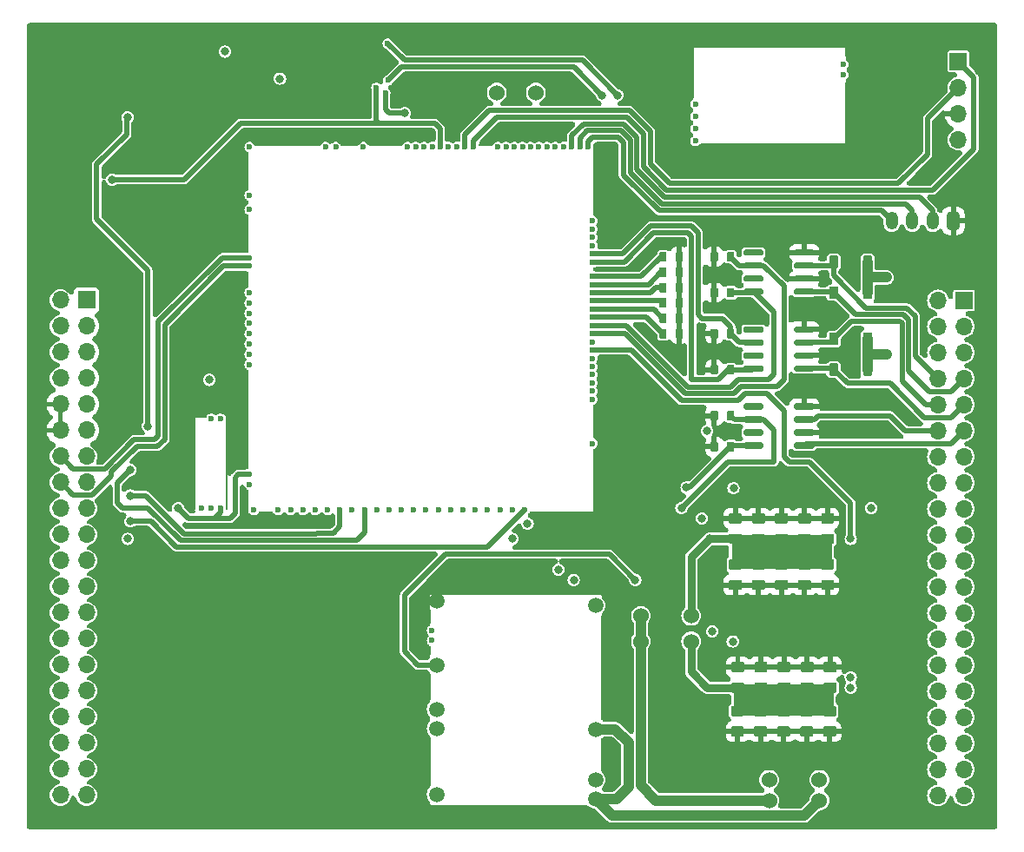
<source format=gbl>
G04 #@! TF.GenerationSoftware,KiCad,Pcbnew,8.0.7*
G04 #@! TF.CreationDate,2025-01-02T17:07:05+03:00*
G04 #@! TF.ProjectId,stabil-daytona,73746162-696c-42d6-9461-79746f6e612e,D*
G04 #@! TF.SameCoordinates,PX2faf080PY9896800*
G04 #@! TF.FileFunction,Copper,L4,Bot*
G04 #@! TF.FilePolarity,Positive*
%FSLAX46Y46*%
G04 Gerber Fmt 4.6, Leading zero omitted, Abs format (unit mm)*
G04 Created by KiCad (PCBNEW 8.0.7) date 2025-01-02 17:07:05*
%MOMM*%
%LPD*%
G01*
G04 APERTURE LIST*
G04 #@! TA.AperFunction,ComponentPad*
%ADD10C,1.500000*%
G04 #@! TD*
G04 #@! TA.AperFunction,ComponentPad*
%ADD11C,0.600000*%
G04 #@! TD*
G04 #@! TA.AperFunction,SMDPad,CuDef*
%ADD12O,0.200000X3.300000*%
G04 #@! TD*
G04 #@! TA.AperFunction,SMDPad,CuDef*
%ADD13O,0.200000X10.200000*%
G04 #@! TD*
G04 #@! TA.AperFunction,SMDPad,CuDef*
%ADD14O,0.200000X0.300000*%
G04 #@! TD*
G04 #@! TA.AperFunction,SMDPad,CuDef*
%ADD15O,17.000000X0.200000*%
G04 #@! TD*
G04 #@! TA.AperFunction,SMDPad,CuDef*
%ADD16O,15.400000X0.200000*%
G04 #@! TD*
G04 #@! TA.AperFunction,SMDPad,CuDef*
%ADD17O,0.200000X4.800000*%
G04 #@! TD*
G04 #@! TA.AperFunction,SMDPad,CuDef*
%ADD18O,0.200000X2.600000*%
G04 #@! TD*
G04 #@! TA.AperFunction,SMDPad,CuDef*
%ADD19O,0.200000X1.000000*%
G04 #@! TD*
G04 #@! TA.AperFunction,SMDPad,CuDef*
%ADD20O,0.200000X1.500000*%
G04 #@! TD*
G04 #@! TA.AperFunction,ComponentPad*
%ADD21R,1.700000X1.700000*%
G04 #@! TD*
G04 #@! TA.AperFunction,ComponentPad*
%ADD22O,1.700000X1.700000*%
G04 #@! TD*
G04 #@! TA.AperFunction,ComponentPad*
%ADD23O,1.200000X1.750000*%
G04 #@! TD*
G04 #@! TA.AperFunction,SMDPad,CuDef*
%ADD24O,1.225000X0.200000*%
G04 #@! TD*
G04 #@! TA.AperFunction,SMDPad,CuDef*
%ADD25O,0.200000X9.300000*%
G04 #@! TD*
G04 #@! TA.AperFunction,ComponentPad*
%ADD26C,1.524000*%
G04 #@! TD*
G04 #@! TA.AperFunction,ComponentPad*
%ADD27C,0.599999*%
G04 #@! TD*
G04 #@! TA.AperFunction,SMDPad,CuDef*
%ADD28R,0.200000X3.700000*%
G04 #@! TD*
G04 #@! TA.AperFunction,SMDPad,CuDef*
%ADD29R,0.200000X0.400000*%
G04 #@! TD*
G04 #@! TA.AperFunction,SMDPad,CuDef*
%ADD30R,0.200000X1.600000*%
G04 #@! TD*
G04 #@! TA.AperFunction,SMDPad,CuDef*
%ADD31R,0.200000X9.700000*%
G04 #@! TD*
G04 #@! TA.AperFunction,SMDPad,CuDef*
%ADD32R,0.200000X2.300000*%
G04 #@! TD*
G04 #@! TA.AperFunction,SMDPad,CuDef*
%ADD33R,1.400000X0.200000*%
G04 #@! TD*
G04 #@! TA.AperFunction,SMDPad,CuDef*
%ADD34R,6.400000X0.200000*%
G04 #@! TD*
G04 #@! TA.AperFunction,SMDPad,CuDef*
%ADD35R,1.700000X0.200000*%
G04 #@! TD*
G04 #@! TA.AperFunction,SMDPad,CuDef*
%ADD36R,3.300000X0.200000*%
G04 #@! TD*
G04 #@! TA.AperFunction,SMDPad,CuDef*
%ADD37R,0.200000X7.000000*%
G04 #@! TD*
G04 #@! TA.AperFunction,SMDPad,CuDef*
%ADD38R,0.200000X3.300000*%
G04 #@! TD*
G04 #@! TA.AperFunction,SMDPad,CuDef*
%ADD39R,0.200000X6.300000*%
G04 #@! TD*
G04 #@! TA.AperFunction,SMDPad,CuDef*
%ADD40R,0.250000X6.185000*%
G04 #@! TD*
G04 #@! TA.AperFunction,SMDPad,CuDef*
%ADD41R,0.250000X1.115000*%
G04 #@! TD*
G04 #@! TA.AperFunction,SMDPad,CuDef*
%ADD42R,14.275000X0.250000*%
G04 #@! TD*
G04 #@! TA.AperFunction,SMDPad,CuDef*
%ADD43R,15.100000X0.250000*%
G04 #@! TD*
G04 #@! TA.AperFunction,SMDPad,CuDef*
%ADD44R,0.250000X5.175000*%
G04 #@! TD*
G04 #@! TA.AperFunction,ViaPad*
%ADD45C,0.800000*%
G04 #@! TD*
G04 #@! TA.AperFunction,Conductor*
%ADD46C,0.150000*%
G04 #@! TD*
G04 #@! TA.AperFunction,Conductor*
%ADD47C,0.800000*%
G04 #@! TD*
G04 #@! TA.AperFunction,Conductor*
%ADD48C,0.500000*%
G04 #@! TD*
G04 #@! TA.AperFunction,Conductor*
%ADD49C,1.000000*%
G04 #@! TD*
G04 #@! TA.AperFunction,Conductor*
%ADD50C,0.200000*%
G04 #@! TD*
G04 APERTURE END LIST*
D10*
G04 #@! TO.P,M1,E1,VBAT*
G04 #@! TO.N,/VBAT*
X40125005Y3600003D03*
G04 #@! TO.P,M1,E2,V12*
G04 #@! TO.N,unconnected-(M1-V12-PadE2)*
X40125005Y10000000D03*
G04 #@! TO.P,M1,E3,VIGN*
G04 #@! TO.N,/VIGN*
X40125005Y11900003D03*
G04 #@! TO.P,M1,E4,V5*
G04 #@! TO.N,+5V*
X40125005Y16200003D03*
D11*
G04 #@! TO.P,M1,E5,EN_5VP*
G04 #@! TO.N,/PWR_EN*
X39675006Y18600000D03*
G04 #@! TO.P,M1,E6,PG_5VP*
G04 #@! TO.N,Net-(M1-PG_5VP)*
X39675006Y19600001D03*
D12*
G04 #@! TO.P,M1,S1,GND*
G04 #@! TO.N,GND*
X56275001Y7450003D03*
D13*
X56275001Y15950001D03*
D14*
X56275001Y23050003D03*
D15*
X47875003Y23100003D03*
D16*
X47075002Y2500003D03*
D10*
X40125005Y22450003D03*
D14*
X39475004Y2550003D03*
D17*
X39475004Y6750001D03*
D18*
X39475004Y14100003D03*
D19*
X39475004Y17600000D03*
D20*
X39475004Y20900001D03*
D10*
G04 #@! TO.P,M1,V1,V12_PERM*
G04 #@! TO.N,+12V_RAW*
X55625002Y3150001D03*
G04 #@! TO.P,M1,V2,IN_VIGN*
G04 #@! TO.N,/IN_VIGN*
X55625002Y5000000D03*
G04 #@! TO.P,M1,V3,V12_RAW*
G04 #@! TO.N,+12V_RAW*
X55625002Y9950003D03*
G04 #@! TO.P,M1,V4,5VP*
G04 #@! TO.N,+5VP*
X55625002Y22000001D03*
G04 #@! TD*
D21*
G04 #@! TO.P,BLUETOOTH1,1,Pin_1*
G04 #@! TO.N,/BT_TX*
X91000000Y75040000D03*
D22*
G04 #@! TO.P,BLUETOOTH1,2,Pin_2*
G04 #@! TO.N,/BT_RX*
X91000000Y72500000D03*
G04 #@! TO.P,BLUETOOTH1,3,Pin_3*
G04 #@! TO.N,GND*
X91000000Y69960000D03*
G04 #@! TO.P,BLUETOOTH1,4,Pin_4*
G04 #@! TO.N,+5VA*
X91000000Y67420000D03*
G04 #@! TD*
G04 #@! TO.P,USB1,1,Pin_1*
G04 #@! TO.N,GND*
G04 #@! TA.AperFunction,ComponentPad*
G36*
G01*
X91100000Y60125000D02*
X91100000Y58875000D01*
G75*
G02*
X90850000Y58625000I-250000J0D01*
G01*
X90150000Y58625000D01*
G75*
G02*
X89900000Y58875000I0J250000D01*
G01*
X89900000Y60125000D01*
G75*
G02*
X90150000Y60375000I250000J0D01*
G01*
X90850000Y60375000D01*
G75*
G02*
X91100000Y60125000I0J-250000D01*
G01*
G37*
G04 #@! TD.AperFunction*
D23*
G04 #@! TO.P,USB1,2,Pin_2*
G04 #@! TO.N,/USB+*
X88500000Y59500000D03*
G04 #@! TO.P,USB1,3,Pin_3*
G04 #@! TO.N,/USB-*
X86500000Y59500000D03*
G04 #@! TO.P,USB1,4,Pin_4*
G04 #@! TO.N,/VBUS*
X84500000Y59500000D03*
G04 #@! TD*
D11*
G04 #@! TO.P,M2,E1,V5A*
G04 #@! TO.N,+5VA*
X19074999Y31525000D03*
D24*
G04 #@! TO.P,M2,E2,GND*
G04 #@! TO.N,GND*
X17099999Y40425000D03*
D25*
X19674999Y35875000D03*
X16574999Y35875000D03*
D11*
X18124999Y31525000D03*
G04 #@! TO.P,M2,E3,OUT_KNOCK*
G04 #@! TO.N,/IN_KNOCK*
X17175001Y31525000D03*
G04 #@! TO.P,M2,W1,IN_KNOCK*
G04 #@! TO.N,/IN_KNOCK_RAW*
X18174999Y40225000D03*
G04 #@! TO.P,M2,W2,VREF*
G04 #@! TO.N,/VREF1*
X19074999Y40225000D03*
G04 #@! TD*
D26*
G04 #@! TO.P,F1,1,1*
G04 #@! TO.N,/12V_KEY*
X77450000Y5000000D03*
G04 #@! TO.P,F1,2,2*
G04 #@! TO.N,/IN_VIGN*
X72550000Y5000000D03*
G04 #@! TD*
D27*
G04 #@! TO.P,CAN1,V1,V5*
G04 #@! TO.N,+5VA*
X35137499Y71956662D03*
G04 #@! TO.P,CAN1,V2,CAN_VIO*
G04 #@! TO.N,+3.3VA*
X34262497Y72481662D03*
G04 #@! TO.P,CAN1,V5,CAN_TX*
G04 #@! TO.N,/MCU-CAN2TX*
X35437501Y73231660D03*
G04 #@! TO.P,CAN1,V6,CAN_RX*
G04 #@! TO.N,/MCU-CAN2RX*
X35362498Y76781661D03*
G04 #@! TD*
D11*
G04 #@! TO.P,MCU1,E1,V5A_SWITCHABLE*
G04 #@! TO.N,+5VA*
X55299990Y37799990D03*
G04 #@! TO.P,MCU1,E2,GNDA*
G04 #@! TO.N,unconnected-(MCU1-GNDA-PadE2)*
X55300000Y42099990D03*
G04 #@! TO.P,MCU1,E3,I2C_SCL_(PB10)*
G04 #@! TO.N,unconnected-(MCU1-I2C_SCL_(PB10)-PadE3)*
X55300000Y42899980D03*
G04 #@! TO.P,MCU1,E4,I2C_SDA_(PB11)*
G04 #@! TO.N,unconnected-(MCU1-I2C_SDA_(PB11)-PadE4)*
X55300000Y43699990D03*
G04 #@! TO.P,MCU1,E5,IN_VIGN_(PA5)*
G04 #@! TO.N,/VIGN*
X55300000Y44499990D03*
G04 #@! TO.P,MCU1,E6,SPI2_CS_/_CAN2_RX_(PB12)*
G04 #@! TO.N,/MCU-CAN2RX*
X55300000Y45299990D03*
G04 #@! TO.P,MCU1,E7,SPI2_SCK_/_CAN2_TX_(PB13)*
G04 #@! TO.N,/MCU-CAN2TX*
X55300000Y46099990D03*
G04 #@! TO.P,MCU1,E8,SPI2_MISO_(PB14)*
G04 #@! TO.N,/DC1_DIS*
X55300000Y46899990D03*
G04 #@! TO.P,MCU1,E9,SPI2_MOSI_(PB15)*
G04 #@! TO.N,/DC2_DIR*
X55300000Y47699990D03*
G04 #@! TO.P,MCU1,E10,OUT_INJ8_(PD12)*
G04 #@! TO.N,/LS2*
X55300000Y48499990D03*
G04 #@! TO.P,MCU1,E11,OUT_INJ7_(PD15)*
G04 #@! TO.N,/LS1*
X55300000Y49299990D03*
G04 #@! TO.P,MCU1,E12,OUT_INJ6_(PA8)*
G04 #@! TO.N,/INJ6*
X55300000Y50099990D03*
G04 #@! TO.P,MCU1,E13,OUT_INJ5_(PD2)*
G04 #@! TO.N,/INJ5*
X55300000Y50899990D03*
G04 #@! TO.P,MCU1,E14,OUT_INJ4_(PD10)*
G04 #@! TO.N,/INJ4*
X55300000Y51699990D03*
G04 #@! TO.P,MCU1,E15,OUT_INJ3_(PD11)*
G04 #@! TO.N,/INJ3*
X55300000Y52499990D03*
G04 #@! TO.P,MCU1,E16,OUT_INJ2_(PA9)*
G04 #@! TO.N,/INJ2*
X55299990Y53299980D03*
G04 #@! TO.P,MCU1,E17,OUT_INJ1_(PD3)*
G04 #@! TO.N,/INJ1*
X55300000Y54099990D03*
G04 #@! TO.P,MCU1,E18,OUT_PWM1_(PD13)*
G04 #@! TO.N,/LS3*
X55300000Y55499990D03*
G04 #@! TO.P,MCU1,E19,OUT_PWM2_(PC6)*
G04 #@! TO.N,/LS4*
X55300000Y56299980D03*
G04 #@! TO.P,MCU1,E20,OUT_PWM3_(PC7)*
G04 #@! TO.N,/DC1_PWM*
X55300000Y57099980D03*
G04 #@! TO.P,MCU1,E21,OUT_PWM4_(PC8)*
G04 #@! TO.N,/DC1_DIR*
X55300000Y57899980D03*
G04 #@! TO.P,MCU1,E22,OUT_PWM5_(PC9)*
G04 #@! TO.N,/DC2_PWM*
X55300000Y58699980D03*
G04 #@! TO.P,MCU1,E23,OUT_PWM6_(PD14)*
G04 #@! TO.N,unconnected-(MCU1-OUT_PWM6_(PD14)-PadE23)*
X55300000Y59499990D03*
D28*
G04 #@! TO.P,MCU1,G,GND*
G04 #@! TO.N,GND*
X21699990Y64349980D03*
D29*
X21699990Y61299990D03*
D28*
X21699990Y58249980D03*
D30*
X21699990Y53799990D03*
D31*
X21699990Y40149990D03*
D32*
X21699990Y32149990D03*
D33*
X23500000Y31099980D03*
D34*
X25599990Y66899980D03*
D35*
X31649990Y66899980D03*
D36*
X35149990Y66899980D03*
D33*
X44899990Y66899980D03*
D34*
X52399990Y31099980D03*
D37*
X55500000Y63500000D03*
D29*
X55500000Y54799980D03*
D38*
X55500000Y39949980D03*
D39*
X55500000Y34149980D03*
D11*
G04 #@! TO.P,MCU1,N1,VBUS*
G04 #@! TO.N,/VBUS*
X54900000Y66699990D03*
G04 #@! TO.P,MCU1,N2,USBM_(PA11)*
G04 #@! TO.N,/USB-*
X54100000Y66699990D03*
G04 #@! TO.P,MCU1,N3,USBP_(PA12)*
G04 #@! TO.N,/USB+*
X53300000Y66699990D03*
G04 #@! TO.P,MCU1,N4,USBID_(PA10)*
G04 #@! TO.N,/DC2_DIS*
X52499990Y66699990D03*
G04 #@! TO.P,MCU1,N5,SWDIO_(PA13)*
G04 #@! TO.N,unconnected-(MCU1-SWDIO_(PA13)-PadN5)*
X51700000Y66699990D03*
G04 #@! TO.P,MCU1,N6,SWCLK_(PA14)*
G04 #@! TO.N,unconnected-(MCU1-SWCLK_(PA14)-PadN6)*
X50900000Y66699990D03*
G04 #@! TO.P,MCU1,N7,nReset*
G04 #@! TO.N,unconnected-(MCU1-nReset-PadN7)*
X50100000Y66699990D03*
G04 #@! TO.P,MCU1,N8,SWO_(PB3)*
G04 #@! TO.N,unconnected-(MCU1-SWO_(PB3)-PadN8)*
X49299990Y66699990D03*
G04 #@! TO.P,MCU1,N9,SPI3_CS_(PA15)*
G04 #@! TO.N,/EGT/SPI_CS*
X48500000Y66699980D03*
G04 #@! TO.P,MCU1,N10,SPI3_SCK_(PC10)*
G04 #@! TO.N,/EGT/SPI_SCK*
X47700000Y66699980D03*
G04 #@! TO.P,MCU1,N11,SPI3_MISO_(PC11)*
G04 #@! TO.N,/EGT/SPI_SO*
X46900000Y66699980D03*
G04 #@! TO.P,MCU1,N12,SPI3_MOSI_(PC12)*
G04 #@! TO.N,/PG_5VP*
X46100000Y66699980D03*
G04 #@! TO.P,MCU1,N13,UART2_TX_(PD5)*
G04 #@! TO.N,/BT_TX*
X43699990Y66699980D03*
G04 #@! TO.P,MCU1,N14,UART2_RX_(PD6)*
G04 #@! TO.N,/BT_RX*
X42899990Y66699980D03*
G04 #@! TO.P,MCU1,N14a,LED_GREEN*
G04 #@! TO.N,unconnected-(MCU1-LED_GREEN-PadN14a)*
X42100000Y66699990D03*
G04 #@! TO.P,MCU1,N14b,LED_YELLOW*
G04 #@! TO.N,unconnected-(MCU1-LED_YELLOW-PadN14b)*
X41299990Y66699990D03*
G04 #@! TO.P,MCU1,N15,V33_SWITCHABLE*
G04 #@! TO.N,+3.3VA*
X40499990Y66699990D03*
G04 #@! TO.P,MCU1,N16,BOOT0*
G04 #@! TO.N,unconnected-(MCU1-BOOT0-PadN16)*
X39699990Y66699990D03*
G04 #@! TO.P,MCU1,N17,VBAT*
G04 #@! TO.N,/VBAT*
X38899990Y66699990D03*
G04 #@! TO.P,MCU1,N18,UART8_RX_(PE0)*
G04 #@! TO.N,unconnected-(MCU1-UART8_RX_(PE0)-PadN18)*
X38099990Y66699980D03*
G04 #@! TO.P,MCU1,N19,UART8_TX_(PE1)*
G04 #@! TO.N,/VR_MAX9924*
X37299990Y66699980D03*
G04 #@! TO.P,MCU1,N20,OUT_PWR_EN_(PE10)*
G04 #@! TO.N,/PWR_EN*
X32999990Y66699980D03*
G04 #@! TO.P,MCU1,N21,V33*
G04 #@! TO.N,+3.3V*
X30299990Y66699980D03*
G04 #@! TO.P,MCU1,N22,VCC*
G04 #@! TO.N,+5V*
X29300000Y66699980D03*
G04 #@! TO.P,MCU1,N23,V33*
G04 #@! TO.N,unconnected-(MCU1-V33-PadN23)*
X21899990Y66699980D03*
G04 #@! TO.P,MCU1,S1,IN_D4_(PE15)*
G04 #@! TO.N,/IN_BUTTON3*
X48700010Y31299980D03*
G04 #@! TO.P,MCU1,S2,IN_D3_(PE14)*
G04 #@! TO.N,/IN_HALL3*
X47500000Y31299980D03*
G04 #@! TO.P,MCU1,S3,IN_D2_(PE13)*
G04 #@! TO.N,/IN_HALL2*
X46300000Y31299980D03*
G04 #@! TO.P,MCU1,S4,IN_D1_(PE12)*
G04 #@! TO.N,/IN_HALL1*
X45100000Y31299980D03*
G04 #@! TO.P,MCU1,S5,VREF2*
G04 #@! TO.N,unconnected-(MCU1-VREF2-PadS5)*
X43900000Y31299980D03*
G04 #@! TO.P,MCU1,S6,IN_AUX4_(PC5)*
G04 #@! TO.N,/IN_VMAIN*
X42700000Y31299980D03*
G04 #@! TO.P,MCU1,S7,IN_AUX3_(PA7)*
G04 #@! TO.N,/IN_AUX3*
X41500000Y31299980D03*
G04 #@! TO.P,MCU1,S8,IN_AUX2_(PC4/PE9)*
G04 #@! TO.N,/IN_PPS2*
X40300000Y31299980D03*
G04 #@! TO.P,MCU1,S9,IN_AUX1_(PB0)*
G04 #@! TO.N,/IN_TPS2*
X39100000Y31299980D03*
G04 #@! TO.P,MCU1,S10,IN_O2S2_(PA1)*
G04 #@! TO.N,/IN_AUX2*
X37900000Y31299980D03*
G04 #@! TO.P,MCU1,S11,IN_O2S_/_CAN_WAKEUP_(PA0)*
G04 #@! TO.N,/IN_AUX1*
X36700000Y31299980D03*
G04 #@! TO.P,MCU1,S12,IN_MAP2_(PC1)*
G04 #@! TO.N,/INTERNAL_MAP*
X35500000Y31299980D03*
G04 #@! TO.P,MCU1,S13,IN_MAP1_(PC0)*
G04 #@! TO.N,/IN_MAP*
X34300000Y31299980D03*
G04 #@! TO.P,MCU1,S14,IN_CRANK_(PB1)*
G04 #@! TO.N,/IN_BUTTON1*
X33100000Y31299980D03*
G04 #@! TO.P,MCU1,S15,IN_KNOCK_(PA2)*
G04 #@! TO.N,/ADC3*
X31900000Y31299980D03*
G04 #@! TO.P,MCU1,S16,IN_CAM_(PA6)*
G04 #@! TO.N,/IN_BUTTON2*
X30700000Y31299980D03*
G04 #@! TO.P,MCU1,S17,IN_VSS_(PE11)*
G04 #@! TO.N,/IN_FLEX*
X29500000Y31299980D03*
G04 #@! TO.P,MCU1,S18,IN_TPS_(PA4)*
G04 #@! TO.N,/IN_TPS1*
X28299990Y31299980D03*
G04 #@! TO.P,MCU1,S19,IN_PPS_(PA3)*
G04 #@! TO.N,/IN_PPS1*
X27099990Y31299980D03*
G04 #@! TO.P,MCU1,S20,IN_IAT_(PC3)*
G04 #@! TO.N,/IN_IAT*
X25899990Y31299980D03*
G04 #@! TO.P,MCU1,S21,IN_CLT_(PC2)*
G04 #@! TO.N,/IN_CLT*
X24699990Y31299980D03*
G04 #@! TO.P,MCU1,S22,VREF1*
G04 #@! TO.N,/VREF1*
X22299990Y31299980D03*
G04 #@! TO.P,MCU1,W1,GNDA*
G04 #@! TO.N,GNDA*
X21899990Y33799990D03*
G04 #@! TO.P,MCU1,W2,V5A_SWITCHABLE*
G04 #@! TO.N,+5VA*
X21899990Y34799990D03*
G04 #@! TO.P,MCU1,W3,IGN8_(PE6)*
G04 #@! TO.N,/LS_HOT2*
X21899990Y45499980D03*
G04 #@! TO.P,MCU1,W4,IGN7_(PB9)*
G04 #@! TO.N,/LS_HOT1*
X21899990Y46499990D03*
G04 #@! TO.P,MCU1,W5,IGN6_(PB8)*
G04 #@! TO.N,/IGN6*
X21899990Y47499980D03*
G04 #@! TO.P,MCU1,W6,IGN5_(PE2)*
G04 #@! TO.N,/IGN5*
X21899990Y48499980D03*
G04 #@! TO.P,MCU1,W7,IGN4_(PE3)*
G04 #@! TO.N,/IGN4*
X21899990Y49499980D03*
G04 #@! TO.P,MCU1,W8,IGN3_(PE4)*
G04 #@! TO.N,/IGN3*
X21899990Y50499980D03*
G04 #@! TO.P,MCU1,W9,IGN2_(PE5)*
G04 #@! TO.N,/IGN2*
X21899990Y51499980D03*
G04 #@! TO.P,MCU1,W10,IGN1_(PC13)*
G04 #@! TO.N,/IGN1*
X21899990Y52499980D03*
G04 #@! TO.P,MCU1,W11,CANH*
G04 #@! TO.N,/CAN1+*
X21899990Y55099980D03*
G04 #@! TO.P,MCU1,W12,CANL*
G04 #@! TO.N,/CAN1-*
X21899990Y55899980D03*
G04 #@! TO.P,MCU1,W13,V33_REF*
G04 #@! TO.N,unconnected-(MCU1-V33_REF-PadW13)*
X21899990Y60599990D03*
G04 #@! TO.P,MCU1,W14,V5A_SWITCHABLE*
G04 #@! TO.N,unconnected-(MCU1-V5A_SWITCHABLE-PadW14)*
X21899990Y61999980D03*
G04 #@! TD*
D26*
G04 #@! TO.P,R4,1,1*
G04 #@! TO.N,Net-(M1-PG_5VP)*
X49810000Y72000000D03*
G04 #@! TO.P,R4,2,2*
G04 #@! TO.N,/PG_5VP*
X46000000Y72000000D03*
G04 #@! TD*
G04 #@! TO.P,F4,1,1*
G04 #@! TO.N,+12V*
X60050000Y21000000D03*
G04 #@! TO.P,F4,2,2*
G04 #@! TO.N,/DC Driver 1/PWR*
X64950000Y21000000D03*
G04 #@! TD*
G04 #@! TO.P,F2,1,1*
G04 #@! TO.N,+12V*
X72550000Y3000000D03*
G04 #@! TO.P,F2,2,2*
G04 #@! TO.N,+12V_RAW*
X77450000Y3000000D03*
G04 #@! TD*
G04 #@! TO.P,F3,1,1*
G04 #@! TO.N,+12V*
X60050000Y18500000D03*
G04 #@! TO.P,F3,2,2*
G04 #@! TO.N,/DC Driver 2/PWR*
X64950000Y18500000D03*
G04 #@! TD*
D11*
G04 #@! TO.P,M4,E1,NC*
G04 #@! TO.N,unconnected-(M4-NC-PadE1)*
X65350000Y69682500D03*
G04 #@! TO.P,M4,E2,NC*
G04 #@! TO.N,unconnected-(M4-NC-PadE2)*
X65350000Y70882500D03*
G04 #@! TO.P,M4,E3,OUT*
G04 #@! TO.N,/VR_MAX9924*
X65350000Y68482500D03*
G04 #@! TO.P,M4,E4,V5_IN*
G04 #@! TO.N,+5VA*
X65350000Y67282500D03*
D40*
G04 #@! TO.P,M4,G,GND*
G04 #@! TO.N,GND*
X80000000Y69950000D03*
D41*
X80000000Y76000000D03*
D42*
X72987500Y66982500D03*
D43*
X72575000Y76432500D03*
D44*
X65150000Y73970000D03*
D11*
G04 #@! TO.P,M4,W1,VR-*
G04 #@! TO.N,/VR_MAX9924-*
X79775000Y73742500D03*
G04 #@! TO.P,M4,W2,VR+*
G04 #@! TO.N,/VR_MAX9924+*
X79775000Y74742500D03*
G04 #@! TD*
G04 #@! TO.P,R12,1*
G04 #@! TO.N,GND*
G04 #@! TA.AperFunction,SMDPad,CuDef*
G36*
G01*
X66850000Y44610000D02*
X66850000Y45390000D01*
G75*
G02*
X66920000Y45460000I70000J0D01*
G01*
X67480000Y45460000D01*
G75*
G02*
X67550000Y45390000I0J-70000D01*
G01*
X67550000Y44610000D01*
G75*
G02*
X67480000Y44540000I-70000J0D01*
G01*
X66920000Y44540000D01*
G75*
G02*
X66850000Y44610000I0J70000D01*
G01*
G37*
G04 #@! TD.AperFunction*
G04 #@! TO.P,R12,2*
G04 #@! TO.N,/LS3*
G04 #@! TA.AperFunction,SMDPad,CuDef*
G36*
G01*
X68450000Y44610000D02*
X68450000Y45390000D01*
G75*
G02*
X68520000Y45460000I70000J0D01*
G01*
X69080000Y45460000D01*
G75*
G02*
X69150000Y45390000I0J-70000D01*
G01*
X69150000Y44610000D01*
G75*
G02*
X69080000Y44540000I-70000J0D01*
G01*
X68520000Y44540000D01*
G75*
G02*
X68450000Y44610000I0J70000D01*
G01*
G37*
G04 #@! TD.AperFunction*
G04 #@! TD*
G04 #@! TO.P,C14,1*
G04 #@! TO.N,GND*
G04 #@! TA.AperFunction,SMDPad,CuDef*
G36*
G01*
X78984999Y9209999D02*
X77934999Y9209999D01*
G75*
G02*
X77834999Y9309999I0J100000D01*
G01*
X77834999Y10109999D01*
G75*
G02*
X77934999Y10209999I100000J0D01*
G01*
X78984999Y10209999D01*
G75*
G02*
X79084999Y10109999I0J-100000D01*
G01*
X79084999Y9309999D01*
G75*
G02*
X78984999Y9209999I-100000J0D01*
G01*
G37*
G04 #@! TD.AperFunction*
G04 #@! TO.P,C14,2*
G04 #@! TO.N,/DC Driver 2/PWR*
G04 #@! TA.AperFunction,SMDPad,CuDef*
G36*
G01*
X78984999Y11209999D02*
X77934999Y11209999D01*
G75*
G02*
X77834999Y11309999I0J100000D01*
G01*
X77834999Y12109999D01*
G75*
G02*
X77934999Y12209999I100000J0D01*
G01*
X78984999Y12209999D01*
G75*
G02*
X79084999Y12109999I0J-100000D01*
G01*
X79084999Y11309999D01*
G75*
G02*
X78984999Y11209999I-100000J0D01*
G01*
G37*
G04 #@! TD.AperFunction*
G04 #@! TD*
G04 #@! TO.P,C21,1*
G04 #@! TO.N,GND*
G04 #@! TA.AperFunction,SMDPad,CuDef*
G36*
G01*
X73475000Y16500000D02*
X74525000Y16500000D01*
G75*
G02*
X74625000Y16400000I0J-100000D01*
G01*
X74625000Y15600000D01*
G75*
G02*
X74525000Y15500000I-100000J0D01*
G01*
X73475000Y15500000D01*
G75*
G02*
X73375000Y15600000I0J100000D01*
G01*
X73375000Y16400000D01*
G75*
G02*
X73475000Y16500000I100000J0D01*
G01*
G37*
G04 #@! TD.AperFunction*
G04 #@! TO.P,C21,2*
G04 #@! TO.N,/DC Driver 2/PWR*
G04 #@! TA.AperFunction,SMDPad,CuDef*
G36*
G01*
X73475000Y14500000D02*
X74525000Y14500000D01*
G75*
G02*
X74625000Y14400000I0J-100000D01*
G01*
X74625000Y13600000D01*
G75*
G02*
X74525000Y13500000I-100000J0D01*
G01*
X73475000Y13500000D01*
G75*
G02*
X73375000Y13600000I0J100000D01*
G01*
X73375000Y14400000D01*
G75*
G02*
X73475000Y14500000I100000J0D01*
G01*
G37*
G04 #@! TD.AperFunction*
G04 #@! TD*
G04 #@! TO.P,R33,1*
G04 #@! TO.N,GND*
G04 #@! TA.AperFunction,SMDPad,CuDef*
G36*
G01*
X64150000Y50390000D02*
X64150000Y49610000D01*
G75*
G02*
X64080000Y49540000I-70000J0D01*
G01*
X63520000Y49540000D01*
G75*
G02*
X63450000Y49610000I0J70000D01*
G01*
X63450000Y50390000D01*
G75*
G02*
X63520000Y50460000I70000J0D01*
G01*
X64080000Y50460000D01*
G75*
G02*
X64150000Y50390000I0J-70000D01*
G01*
G37*
G04 #@! TD.AperFunction*
G04 #@! TO.P,R33,2*
G04 #@! TO.N,/INJ5*
G04 #@! TA.AperFunction,SMDPad,CuDef*
G36*
G01*
X62550000Y50390000D02*
X62550000Y49610000D01*
G75*
G02*
X62480000Y49540000I-70000J0D01*
G01*
X61920000Y49540000D01*
G75*
G02*
X61850000Y49610000I0J70000D01*
G01*
X61850000Y50390000D01*
G75*
G02*
X61920000Y50460000I70000J0D01*
G01*
X62480000Y50460000D01*
G75*
G02*
X62550000Y50390000I0J-70000D01*
G01*
G37*
G04 #@! TD.AperFunction*
G04 #@! TD*
G04 #@! TO.P,R10,1*
G04 #@! TO.N,GND*
G04 #@! TA.AperFunction,SMDPad,CuDef*
G36*
G01*
X66850000Y52110000D02*
X66850000Y52890000D01*
G75*
G02*
X66920000Y52960000I70000J0D01*
G01*
X67480000Y52960000D01*
G75*
G02*
X67550000Y52890000I0J-70000D01*
G01*
X67550000Y52110000D01*
G75*
G02*
X67480000Y52040000I-70000J0D01*
G01*
X66920000Y52040000D01*
G75*
G02*
X66850000Y52110000I0J70000D01*
G01*
G37*
G04 #@! TD.AperFunction*
G04 #@! TO.P,R10,2*
G04 #@! TO.N,/LS1*
G04 #@! TA.AperFunction,SMDPad,CuDef*
G36*
G01*
X68450000Y52110000D02*
X68450000Y52890000D01*
G75*
G02*
X68520000Y52960000I70000J0D01*
G01*
X69080000Y52960000D01*
G75*
G02*
X69150000Y52890000I0J-70000D01*
G01*
X69150000Y52110000D01*
G75*
G02*
X69080000Y52040000I-70000J0D01*
G01*
X68520000Y52040000D01*
G75*
G02*
X68450000Y52110000I0J70000D01*
G01*
G37*
G04 #@! TD.AperFunction*
G04 #@! TD*
G04 #@! TO.P,C22,1*
G04 #@! TO.N,GND*
G04 #@! TA.AperFunction,SMDPad,CuDef*
G36*
G01*
X75725000Y16500000D02*
X76775000Y16500000D01*
G75*
G02*
X76875000Y16400000I0J-100000D01*
G01*
X76875000Y15600000D01*
G75*
G02*
X76775000Y15500000I-100000J0D01*
G01*
X75725000Y15500000D01*
G75*
G02*
X75625000Y15600000I0J100000D01*
G01*
X75625000Y16400000D01*
G75*
G02*
X75725000Y16500000I100000J0D01*
G01*
G37*
G04 #@! TD.AperFunction*
G04 #@! TO.P,C22,2*
G04 #@! TO.N,/DC Driver 2/PWR*
G04 #@! TA.AperFunction,SMDPad,CuDef*
G36*
G01*
X75725000Y14500000D02*
X76775000Y14500000D01*
G75*
G02*
X76875000Y14400000I0J-100000D01*
G01*
X76875000Y13600000D01*
G75*
G02*
X76775000Y13500000I-100000J0D01*
G01*
X75725000Y13500000D01*
G75*
G02*
X75625000Y13600000I0J100000D01*
G01*
X75625000Y14400000D01*
G75*
G02*
X75725000Y14500000I100000J0D01*
G01*
G37*
G04 #@! TD.AperFunction*
G04 #@! TD*
G04 #@! TO.P,C6,1*
G04 #@! TO.N,GND*
G04 #@! TA.AperFunction,SMDPad,CuDef*
G36*
G01*
X68725000Y31000000D02*
X69775000Y31000000D01*
G75*
G02*
X69875000Y30900000I0J-100000D01*
G01*
X69875000Y30100000D01*
G75*
G02*
X69775000Y30000000I-100000J0D01*
G01*
X68725000Y30000000D01*
G75*
G02*
X68625000Y30100000I0J100000D01*
G01*
X68625000Y30900000D01*
G75*
G02*
X68725000Y31000000I100000J0D01*
G01*
G37*
G04 #@! TD.AperFunction*
G04 #@! TO.P,C6,2*
G04 #@! TO.N,/DC Driver 1/PWR*
G04 #@! TA.AperFunction,SMDPad,CuDef*
G36*
G01*
X68725000Y29000000D02*
X69775000Y29000000D01*
G75*
G02*
X69875000Y28900000I0J-100000D01*
G01*
X69875000Y28100000D01*
G75*
G02*
X69775000Y28000000I-100000J0D01*
G01*
X68725000Y28000000D01*
G75*
G02*
X68625000Y28100000I0J100000D01*
G01*
X68625000Y28900000D01*
G75*
G02*
X68725000Y29000000I100000J0D01*
G01*
G37*
G04 #@! TD.AperFunction*
G04 #@! TD*
G04 #@! TO.P,C15,1*
G04 #@! TO.N,GND*
G04 #@! TA.AperFunction,SMDPad,CuDef*
G36*
G01*
X76734999Y9209999D02*
X75684999Y9209999D01*
G75*
G02*
X75584999Y9309999I0J100000D01*
G01*
X75584999Y10109999D01*
G75*
G02*
X75684999Y10209999I100000J0D01*
G01*
X76734999Y10209999D01*
G75*
G02*
X76834999Y10109999I0J-100000D01*
G01*
X76834999Y9309999D01*
G75*
G02*
X76734999Y9209999I-100000J0D01*
G01*
G37*
G04 #@! TD.AperFunction*
G04 #@! TO.P,C15,2*
G04 #@! TO.N,/DC Driver 2/PWR*
G04 #@! TA.AperFunction,SMDPad,CuDef*
G36*
G01*
X76734999Y11209999D02*
X75684999Y11209999D01*
G75*
G02*
X75584999Y11309999I0J100000D01*
G01*
X75584999Y12109999D01*
G75*
G02*
X75684999Y12209999I100000J0D01*
G01*
X76734999Y12209999D01*
G75*
G02*
X76834999Y12109999I0J-100000D01*
G01*
X76834999Y11309999D01*
G75*
G02*
X76734999Y11209999I-100000J0D01*
G01*
G37*
G04 #@! TD.AperFunction*
G04 #@! TD*
G04 #@! TO.P,C20,1*
G04 #@! TO.N,GND*
G04 #@! TA.AperFunction,SMDPad,CuDef*
G36*
G01*
X71225000Y16500000D02*
X72275000Y16500000D01*
G75*
G02*
X72375000Y16400000I0J-100000D01*
G01*
X72375000Y15600000D01*
G75*
G02*
X72275000Y15500000I-100000J0D01*
G01*
X71225000Y15500000D01*
G75*
G02*
X71125000Y15600000I0J100000D01*
G01*
X71125000Y16400000D01*
G75*
G02*
X71225000Y16500000I100000J0D01*
G01*
G37*
G04 #@! TD.AperFunction*
G04 #@! TO.P,C20,2*
G04 #@! TO.N,/DC Driver 2/PWR*
G04 #@! TA.AperFunction,SMDPad,CuDef*
G36*
G01*
X71225000Y14500000D02*
X72275000Y14500000D01*
G75*
G02*
X72375000Y14400000I0J-100000D01*
G01*
X72375000Y13600000D01*
G75*
G02*
X72275000Y13500000I-100000J0D01*
G01*
X71225000Y13500000D01*
G75*
G02*
X71125000Y13600000I0J100000D01*
G01*
X71125000Y14400000D01*
G75*
G02*
X71225000Y14500000I100000J0D01*
G01*
G37*
G04 #@! TD.AperFunction*
G04 #@! TD*
G04 #@! TO.P,C23,1*
G04 #@! TO.N,GND*
G04 #@! TA.AperFunction,SMDPad,CuDef*
G36*
G01*
X77975000Y16500000D02*
X79025000Y16500000D01*
G75*
G02*
X79125000Y16400000I0J-100000D01*
G01*
X79125000Y15600000D01*
G75*
G02*
X79025000Y15500000I-100000J0D01*
G01*
X77975000Y15500000D01*
G75*
G02*
X77875000Y15600000I0J100000D01*
G01*
X77875000Y16400000D01*
G75*
G02*
X77975000Y16500000I100000J0D01*
G01*
G37*
G04 #@! TD.AperFunction*
G04 #@! TO.P,C23,2*
G04 #@! TO.N,/DC Driver 2/PWR*
G04 #@! TA.AperFunction,SMDPad,CuDef*
G36*
G01*
X77975000Y14500000D02*
X79025000Y14500000D01*
G75*
G02*
X79125000Y14400000I0J-100000D01*
G01*
X79125000Y13600000D01*
G75*
G02*
X79025000Y13500000I-100000J0D01*
G01*
X77975000Y13500000D01*
G75*
G02*
X77875000Y13600000I0J100000D01*
G01*
X77875000Y14400000D01*
G75*
G02*
X77975000Y14500000I100000J0D01*
G01*
G37*
G04 #@! TD.AperFunction*
G04 #@! TD*
G04 #@! TO.P,U6,1,IN1*
G04 #@! TO.N,/LS_HOT2*
G04 #@! TA.AperFunction,SMDPad,CuDef*
G36*
G01*
X70050000Y37445000D02*
X70050000Y37745000D01*
G75*
G02*
X70200000Y37895000I150000J0D01*
G01*
X71850000Y37895000D01*
G75*
G02*
X72000000Y37745000I0J-150000D01*
G01*
X72000000Y37445000D01*
G75*
G02*
X71850000Y37295000I-150000J0D01*
G01*
X70200000Y37295000D01*
G75*
G02*
X70050000Y37445000I0J150000D01*
G01*
G37*
G04 #@! TD.AperFunction*
G04 #@! TO.P,U6,2,STATUS1*
G04 #@! TO.N,unconnected-(U6-STATUS1-Pad2)*
G04 #@! TA.AperFunction,SMDPad,CuDef*
G36*
G01*
X70050000Y38715000D02*
X70050000Y39015000D01*
G75*
G02*
X70200000Y39165000I150000J0D01*
G01*
X71850000Y39165000D01*
G75*
G02*
X72000000Y39015000I0J-150000D01*
G01*
X72000000Y38715000D01*
G75*
G02*
X71850000Y38565000I-150000J0D01*
G01*
X70200000Y38565000D01*
G75*
G02*
X70050000Y38715000I0J150000D01*
G01*
G37*
G04 #@! TD.AperFunction*
G04 #@! TO.P,U6,3,IN2*
G04 #@! TO.N,/LS_HOT1*
G04 #@! TA.AperFunction,SMDPad,CuDef*
G36*
G01*
X70050000Y39985000D02*
X70050000Y40285000D01*
G75*
G02*
X70200000Y40435000I150000J0D01*
G01*
X71850000Y40435000D01*
G75*
G02*
X72000000Y40285000I0J-150000D01*
G01*
X72000000Y39985000D01*
G75*
G02*
X71850000Y39835000I-150000J0D01*
G01*
X70200000Y39835000D01*
G75*
G02*
X70050000Y39985000I0J150000D01*
G01*
G37*
G04 #@! TD.AperFunction*
G04 #@! TO.P,U6,4,STATUS2*
G04 #@! TO.N,unconnected-(U6-STATUS2-Pad4)*
G04 #@! TA.AperFunction,SMDPad,CuDef*
G36*
G01*
X70050000Y41255000D02*
X70050000Y41555000D01*
G75*
G02*
X70200000Y41705000I150000J0D01*
G01*
X71850000Y41705000D01*
G75*
G02*
X72000000Y41555000I0J-150000D01*
G01*
X72000000Y41255000D01*
G75*
G02*
X71850000Y41105000I-150000J0D01*
G01*
X70200000Y41105000D01*
G75*
G02*
X70050000Y41255000I0J150000D01*
G01*
G37*
G04 #@! TD.AperFunction*
G04 #@! TO.P,U6,5,S2*
G04 #@! TO.N,GND*
G04 #@! TA.AperFunction,SMDPad,CuDef*
G36*
G01*
X75000000Y41255000D02*
X75000000Y41555000D01*
G75*
G02*
X75150000Y41705000I150000J0D01*
G01*
X76800000Y41705000D01*
G75*
G02*
X76950000Y41555000I0J-150000D01*
G01*
X76950000Y41255000D01*
G75*
G02*
X76800000Y41105000I-150000J0D01*
G01*
X75150000Y41105000D01*
G75*
G02*
X75000000Y41255000I0J150000D01*
G01*
G37*
G04 #@! TD.AperFunction*
G04 #@! TO.P,U6,6,D2*
G04 #@! TO.N,/OUT_LS_HOT1*
G04 #@! TA.AperFunction,SMDPad,CuDef*
G36*
G01*
X75000000Y39985000D02*
X75000000Y40285000D01*
G75*
G02*
X75150000Y40435000I150000J0D01*
G01*
X76800000Y40435000D01*
G75*
G02*
X76950000Y40285000I0J-150000D01*
G01*
X76950000Y39985000D01*
G75*
G02*
X76800000Y39835000I-150000J0D01*
G01*
X75150000Y39835000D01*
G75*
G02*
X75000000Y39985000I0J150000D01*
G01*
G37*
G04 #@! TD.AperFunction*
G04 #@! TO.P,U6,7,S1*
G04 #@! TO.N,GND*
G04 #@! TA.AperFunction,SMDPad,CuDef*
G36*
G01*
X75000000Y38715000D02*
X75000000Y39015000D01*
G75*
G02*
X75150000Y39165000I150000J0D01*
G01*
X76800000Y39165000D01*
G75*
G02*
X76950000Y39015000I0J-150000D01*
G01*
X76950000Y38715000D01*
G75*
G02*
X76800000Y38565000I-150000J0D01*
G01*
X75150000Y38565000D01*
G75*
G02*
X75000000Y38715000I0J150000D01*
G01*
G37*
G04 #@! TD.AperFunction*
G04 #@! TO.P,U6,8,D1*
G04 #@! TO.N,/OUT_LS_HOT2*
G04 #@! TA.AperFunction,SMDPad,CuDef*
G36*
G01*
X75000000Y37445000D02*
X75000000Y37745000D01*
G75*
G02*
X75150000Y37895000I150000J0D01*
G01*
X76800000Y37895000D01*
G75*
G02*
X76950000Y37745000I0J-150000D01*
G01*
X76950000Y37445000D01*
G75*
G02*
X76800000Y37295000I-150000J0D01*
G01*
X75150000Y37295000D01*
G75*
G02*
X75000000Y37445000I0J150000D01*
G01*
G37*
G04 #@! TD.AperFunction*
G04 #@! TD*
G04 #@! TO.P,R29,1*
G04 #@! TO.N,GND*
G04 #@! TA.AperFunction,SMDPad,CuDef*
G36*
G01*
X64150000Y56390000D02*
X64150000Y55610000D01*
G75*
G02*
X64080000Y55540000I-70000J0D01*
G01*
X63520000Y55540000D01*
G75*
G02*
X63450000Y55610000I0J70000D01*
G01*
X63450000Y56390000D01*
G75*
G02*
X63520000Y56460000I70000J0D01*
G01*
X64080000Y56460000D01*
G75*
G02*
X64150000Y56390000I0J-70000D01*
G01*
G37*
G04 #@! TD.AperFunction*
G04 #@! TO.P,R29,2*
G04 #@! TO.N,/INJ1*
G04 #@! TA.AperFunction,SMDPad,CuDef*
G36*
G01*
X62550000Y56390000D02*
X62550000Y55610000D01*
G75*
G02*
X62480000Y55540000I-70000J0D01*
G01*
X61920000Y55540000D01*
G75*
G02*
X61850000Y55610000I0J70000D01*
G01*
X61850000Y56390000D01*
G75*
G02*
X61920000Y56460000I70000J0D01*
G01*
X62480000Y56460000D01*
G75*
G02*
X62550000Y56390000I0J-70000D01*
G01*
G37*
G04 #@! TD.AperFunction*
G04 #@! TD*
G04 #@! TO.P,D5,1,K*
G04 #@! TO.N,+12V_RAW*
G04 #@! TA.AperFunction,SMDPad,CuDef*
G36*
G01*
X82600000Y48510000D02*
X82600000Y47490000D01*
G75*
G02*
X82510000Y47400000I-90000J0D01*
G01*
X81790000Y47400000D01*
G75*
G02*
X81700000Y47490000I0J90000D01*
G01*
X81700000Y48510000D01*
G75*
G02*
X81790000Y48600000I90000J0D01*
G01*
X82510000Y48600000D01*
G75*
G02*
X82600000Y48510000I0J-90000D01*
G01*
G37*
G04 #@! TD.AperFunction*
G04 #@! TO.P,D5,2,A*
G04 #@! TO.N,/OUT_LS4*
G04 #@! TA.AperFunction,SMDPad,CuDef*
G36*
G01*
X79300000Y48510000D02*
X79300000Y47490000D01*
G75*
G02*
X79210000Y47400000I-90000J0D01*
G01*
X78490000Y47400000D01*
G75*
G02*
X78400000Y47490000I0J90000D01*
G01*
X78400000Y48510000D01*
G75*
G02*
X78490000Y48600000I90000J0D01*
G01*
X79210000Y48600000D01*
G75*
G02*
X79300000Y48510000I0J-90000D01*
G01*
G37*
G04 #@! TD.AperFunction*
G04 #@! TD*
G04 #@! TO.P,C4,1*
G04 #@! TO.N,GND*
G04 #@! TA.AperFunction,SMDPad,CuDef*
G36*
G01*
X72025000Y23500000D02*
X70975000Y23500000D01*
G75*
G02*
X70875000Y23600000I0J100000D01*
G01*
X70875000Y24400000D01*
G75*
G02*
X70975000Y24500000I100000J0D01*
G01*
X72025000Y24500000D01*
G75*
G02*
X72125000Y24400000I0J-100000D01*
G01*
X72125000Y23600000D01*
G75*
G02*
X72025000Y23500000I-100000J0D01*
G01*
G37*
G04 #@! TD.AperFunction*
G04 #@! TO.P,C4,2*
G04 #@! TO.N,/DC Driver 1/PWR*
G04 #@! TA.AperFunction,SMDPad,CuDef*
G36*
G01*
X72025000Y25500000D02*
X70975000Y25500000D01*
G75*
G02*
X70875000Y25600000I0J100000D01*
G01*
X70875000Y26400000D01*
G75*
G02*
X70975000Y26500000I100000J0D01*
G01*
X72025000Y26500000D01*
G75*
G02*
X72125000Y26400000I0J-100000D01*
G01*
X72125000Y25600000D01*
G75*
G02*
X72025000Y25500000I-100000J0D01*
G01*
G37*
G04 #@! TD.AperFunction*
G04 #@! TD*
G04 #@! TO.P,C18,1*
G04 #@! TO.N,GND*
G04 #@! TA.AperFunction,SMDPad,CuDef*
G36*
G01*
X69984999Y9209999D02*
X68934999Y9209999D01*
G75*
G02*
X68834999Y9309999I0J100000D01*
G01*
X68834999Y10109999D01*
G75*
G02*
X68934999Y10209999I100000J0D01*
G01*
X69984999Y10209999D01*
G75*
G02*
X70084999Y10109999I0J-100000D01*
G01*
X70084999Y9309999D01*
G75*
G02*
X69984999Y9209999I-100000J0D01*
G01*
G37*
G04 #@! TD.AperFunction*
G04 #@! TO.P,C18,2*
G04 #@! TO.N,/DC Driver 2/PWR*
G04 #@! TA.AperFunction,SMDPad,CuDef*
G36*
G01*
X69984999Y11209999D02*
X68934999Y11209999D01*
G75*
G02*
X68834999Y11309999I0J100000D01*
G01*
X68834999Y12109999D01*
G75*
G02*
X68934999Y12209999I100000J0D01*
G01*
X69984999Y12209999D01*
G75*
G02*
X70084999Y12109999I0J-100000D01*
G01*
X70084999Y11309999D01*
G75*
G02*
X69984999Y11209999I-100000J0D01*
G01*
G37*
G04 #@! TD.AperFunction*
G04 #@! TD*
G04 #@! TO.P,R31,1*
G04 #@! TO.N,GND*
G04 #@! TA.AperFunction,SMDPad,CuDef*
G36*
G01*
X64150000Y53390000D02*
X64150000Y52610000D01*
G75*
G02*
X64080000Y52540000I-70000J0D01*
G01*
X63520000Y52540000D01*
G75*
G02*
X63450000Y52610000I0J70000D01*
G01*
X63450000Y53390000D01*
G75*
G02*
X63520000Y53460000I70000J0D01*
G01*
X64080000Y53460000D01*
G75*
G02*
X64150000Y53390000I0J-70000D01*
G01*
G37*
G04 #@! TD.AperFunction*
G04 #@! TO.P,R31,2*
G04 #@! TO.N,/INJ3*
G04 #@! TA.AperFunction,SMDPad,CuDef*
G36*
G01*
X62550000Y53390000D02*
X62550000Y52610000D01*
G75*
G02*
X62480000Y52540000I-70000J0D01*
G01*
X61920000Y52540000D01*
G75*
G02*
X61850000Y52610000I0J70000D01*
G01*
X61850000Y53390000D01*
G75*
G02*
X61920000Y53460000I70000J0D01*
G01*
X62480000Y53460000D01*
G75*
G02*
X62550000Y53390000I0J-70000D01*
G01*
G37*
G04 #@! TD.AperFunction*
G04 #@! TD*
G04 #@! TO.P,D4,1,K*
G04 #@! TO.N,+12V_RAW*
G04 #@! TA.AperFunction,SMDPad,CuDef*
G36*
G01*
X82600000Y45510000D02*
X82600000Y44490000D01*
G75*
G02*
X82510000Y44400000I-90000J0D01*
G01*
X81790000Y44400000D01*
G75*
G02*
X81700000Y44490000I0J90000D01*
G01*
X81700000Y45510000D01*
G75*
G02*
X81790000Y45600000I90000J0D01*
G01*
X82510000Y45600000D01*
G75*
G02*
X82600000Y45510000I0J-90000D01*
G01*
G37*
G04 #@! TD.AperFunction*
G04 #@! TO.P,D4,2,A*
G04 #@! TO.N,/OUT_LS3*
G04 #@! TA.AperFunction,SMDPad,CuDef*
G36*
G01*
X79300000Y45510000D02*
X79300000Y44490000D01*
G75*
G02*
X79210000Y44400000I-90000J0D01*
G01*
X78490000Y44400000D01*
G75*
G02*
X78400000Y44490000I0J90000D01*
G01*
X78400000Y45510000D01*
G75*
G02*
X78490000Y45600000I90000J0D01*
G01*
X79210000Y45600000D01*
G75*
G02*
X79300000Y45510000I0J-90000D01*
G01*
G37*
G04 #@! TD.AperFunction*
G04 #@! TD*
G04 #@! TO.P,C8,1*
G04 #@! TO.N,GND*
G04 #@! TA.AperFunction,SMDPad,CuDef*
G36*
G01*
X73225000Y31000000D02*
X74275000Y31000000D01*
G75*
G02*
X74375000Y30900000I0J-100000D01*
G01*
X74375000Y30100000D01*
G75*
G02*
X74275000Y30000000I-100000J0D01*
G01*
X73225000Y30000000D01*
G75*
G02*
X73125000Y30100000I0J100000D01*
G01*
X73125000Y30900000D01*
G75*
G02*
X73225000Y31000000I100000J0D01*
G01*
G37*
G04 #@! TD.AperFunction*
G04 #@! TO.P,C8,2*
G04 #@! TO.N,/DC Driver 1/PWR*
G04 #@! TA.AperFunction,SMDPad,CuDef*
G36*
G01*
X73225000Y29000000D02*
X74275000Y29000000D01*
G75*
G02*
X74375000Y28900000I0J-100000D01*
G01*
X74375000Y28100000D01*
G75*
G02*
X74275000Y28000000I-100000J0D01*
G01*
X73225000Y28000000D01*
G75*
G02*
X73125000Y28100000I0J100000D01*
G01*
X73125000Y28900000D01*
G75*
G02*
X73225000Y29000000I100000J0D01*
G01*
G37*
G04 #@! TD.AperFunction*
G04 #@! TD*
D21*
G04 #@! TO.P,SAGSOKET1,1,Pin_1*
G04 #@! TO.N,/OUT_INJ1*
X91540000Y51740000D03*
D22*
G04 #@! TO.P,SAGSOKET1,2,Pin_2*
G04 #@! TO.N,/OUT_INJ2*
X89000000Y51740000D03*
G04 #@! TO.P,SAGSOKET1,3,Pin_3*
G04 #@! TO.N,/OUT_INJ3*
X91540000Y49200000D03*
G04 #@! TO.P,SAGSOKET1,4,Pin_4*
G04 #@! TO.N,/OUT_INJ4*
X89000000Y49200000D03*
G04 #@! TO.P,SAGSOKET1,5,Pin_5*
G04 #@! TO.N,/OUT_INJ5*
X91540000Y46660000D03*
G04 #@! TO.P,SAGSOKET1,6,Pin_6*
G04 #@! TO.N,/OUT_INJ6*
X89000000Y46660000D03*
G04 #@! TO.P,SAGSOKET1,7,Pin_7*
G04 #@! TO.N,/OUT_LS1*
X91540000Y44120000D03*
G04 #@! TO.P,SAGSOKET1,8,Pin_8*
G04 #@! TO.N,/OUT_LS2*
X89000000Y44120000D03*
G04 #@! TO.P,SAGSOKET1,9,Pin_9*
G04 #@! TO.N,/OUT_LS3*
X91540000Y41580000D03*
G04 #@! TO.P,SAGSOKET1,10,Pin_10*
G04 #@! TO.N,/OUT_LS4*
X89000000Y41580000D03*
G04 #@! TO.P,SAGSOKET1,11,Pin_11*
G04 #@! TO.N,/OUT_LS_HOT2*
X91540000Y39040000D03*
G04 #@! TO.P,SAGSOKET1,12,Pin_12*
G04 #@! TO.N,/OUT_LS_HOT1*
X89000000Y39040000D03*
G04 #@! TO.P,SAGSOKET1,13,Pin_13*
G04 #@! TO.N,unconnected-(SAGSOKET1-Pin_13-Pad13)*
X91540000Y36500000D03*
G04 #@! TO.P,SAGSOKET1,14,Pin_14*
G04 #@! TO.N,/VR_MAX9924+*
X89000000Y36500000D03*
G04 #@! TO.P,SAGSOKET1,15,Pin_15*
G04 #@! TO.N,unconnected-(SAGSOKET1-Pin_15-Pad15)*
X91540000Y33960000D03*
G04 #@! TO.P,SAGSOKET1,16,Pin_16*
G04 #@! TO.N,/VR_MAX9924-*
X89000000Y33960000D03*
G04 #@! TO.P,SAGSOKET1,17,Pin_17*
G04 #@! TO.N,unconnected-(SAGSOKET1-Pin_17-Pad17)*
X91540000Y31420000D03*
G04 #@! TO.P,SAGSOKET1,18,Pin_18*
G04 #@! TO.N,unconnected-(SAGSOKET1-Pin_18-Pad18)*
X89000000Y31420000D03*
G04 #@! TO.P,SAGSOKET1,19,Pin_19*
G04 #@! TO.N,unconnected-(SAGSOKET1-Pin_19-Pad19)*
X91540000Y28880000D03*
G04 #@! TO.P,SAGSOKET1,20,Pin_20*
G04 #@! TO.N,unconnected-(SAGSOKET1-Pin_20-Pad20)*
X89000000Y28880000D03*
G04 #@! TO.P,SAGSOKET1,21,Pin_21*
G04 #@! TO.N,unconnected-(SAGSOKET1-Pin_21-Pad21)*
X91540000Y26340000D03*
G04 #@! TO.P,SAGSOKET1,22,Pin_22*
G04 #@! TO.N,unconnected-(SAGSOKET1-Pin_22-Pad22)*
X89000000Y26340000D03*
G04 #@! TO.P,SAGSOKET1,23,Pin_23*
G04 #@! TO.N,unconnected-(SAGSOKET1-Pin_23-Pad23)*
X91540000Y23800000D03*
G04 #@! TO.P,SAGSOKET1,24,Pin_24*
G04 #@! TO.N,/OUT_DC1+*
X89000000Y23800000D03*
G04 #@! TO.P,SAGSOKET1,25,Pin_25*
G04 #@! TO.N,unconnected-(SAGSOKET1-Pin_25-Pad25)*
X91540000Y21260000D03*
G04 #@! TO.P,SAGSOKET1,26,Pin_26*
G04 #@! TO.N,/OUT_DC1-*
X89000000Y21260000D03*
G04 #@! TO.P,SAGSOKET1,27,Pin_27*
G04 #@! TO.N,unconnected-(SAGSOKET1-Pin_27-Pad27)*
X91540000Y18720000D03*
G04 #@! TO.P,SAGSOKET1,28,Pin_28*
G04 #@! TO.N,/OUT_DC2+*
X89000000Y18720000D03*
G04 #@! TO.P,SAGSOKET1,29,Pin_29*
G04 #@! TO.N,unconnected-(SAGSOKET1-Pin_29-Pad29)*
X91540000Y16180000D03*
G04 #@! TO.P,SAGSOKET1,30,Pin_30*
G04 #@! TO.N,/OUT_DC2-*
X89000000Y16180000D03*
G04 #@! TO.P,SAGSOKET1,31,Pin_31*
G04 #@! TO.N,unconnected-(SAGSOKET1-Pin_31-Pad31)*
X91540000Y13640000D03*
G04 #@! TO.P,SAGSOKET1,32,Pin_32*
G04 #@! TO.N,unconnected-(SAGSOKET1-Pin_32-Pad32)*
X89000000Y13640000D03*
G04 #@! TO.P,SAGSOKET1,33,Pin_33*
G04 #@! TO.N,unconnected-(SAGSOKET1-Pin_33-Pad33)*
X91540000Y11100000D03*
G04 #@! TO.P,SAGSOKET1,34,Pin_34*
G04 #@! TO.N,unconnected-(SAGSOKET1-Pin_34-Pad34)*
X89000000Y11100000D03*
G04 #@! TO.P,SAGSOKET1,35,Pin_35*
G04 #@! TO.N,unconnected-(SAGSOKET1-Pin_35-Pad35)*
X91540000Y8560000D03*
G04 #@! TO.P,SAGSOKET1,36,Pin_36*
G04 #@! TO.N,unconnected-(SAGSOKET1-Pin_36-Pad36)*
X89000000Y8560000D03*
G04 #@! TO.P,SAGSOKET1,37,Pin_37*
G04 #@! TO.N,unconnected-(SAGSOKET1-Pin_37-Pad37)*
X91540000Y6020000D03*
G04 #@! TO.P,SAGSOKET1,38,Pin_38*
G04 #@! TO.N,/12V_KEY*
X89000000Y6020000D03*
G04 #@! TO.P,SAGSOKET1,39,Pin_39*
G04 #@! TO.N,unconnected-(SAGSOKET1-Pin_39-Pad39)*
X91540000Y3480000D03*
G04 #@! TO.P,SAGSOKET1,40,Pin_40*
G04 #@! TO.N,+12V_RAW*
X89000000Y3480000D03*
G04 #@! TD*
G04 #@! TO.P,U7,1,IN1*
G04 #@! TO.N,/LS1*
G04 #@! TA.AperFunction,SMDPad,CuDef*
G36*
G01*
X70050000Y52445000D02*
X70050000Y52745000D01*
G75*
G02*
X70200000Y52895000I150000J0D01*
G01*
X71850000Y52895000D01*
G75*
G02*
X72000000Y52745000I0J-150000D01*
G01*
X72000000Y52445000D01*
G75*
G02*
X71850000Y52295000I-150000J0D01*
G01*
X70200000Y52295000D01*
G75*
G02*
X70050000Y52445000I0J150000D01*
G01*
G37*
G04 #@! TD.AperFunction*
G04 #@! TO.P,U7,2,STATUS1*
G04 #@! TO.N,unconnected-(U7-STATUS1-Pad2)*
G04 #@! TA.AperFunction,SMDPad,CuDef*
G36*
G01*
X70050000Y53715000D02*
X70050000Y54015000D01*
G75*
G02*
X70200000Y54165000I150000J0D01*
G01*
X71850000Y54165000D01*
G75*
G02*
X72000000Y54015000I0J-150000D01*
G01*
X72000000Y53715000D01*
G75*
G02*
X71850000Y53565000I-150000J0D01*
G01*
X70200000Y53565000D01*
G75*
G02*
X70050000Y53715000I0J150000D01*
G01*
G37*
G04 #@! TD.AperFunction*
G04 #@! TO.P,U7,3,IN2*
G04 #@! TO.N,/LS2*
G04 #@! TA.AperFunction,SMDPad,CuDef*
G36*
G01*
X70050000Y54985000D02*
X70050000Y55285000D01*
G75*
G02*
X70200000Y55435000I150000J0D01*
G01*
X71850000Y55435000D01*
G75*
G02*
X72000000Y55285000I0J-150000D01*
G01*
X72000000Y54985000D01*
G75*
G02*
X71850000Y54835000I-150000J0D01*
G01*
X70200000Y54835000D01*
G75*
G02*
X70050000Y54985000I0J150000D01*
G01*
G37*
G04 #@! TD.AperFunction*
G04 #@! TO.P,U7,4,STATUS2*
G04 #@! TO.N,unconnected-(U7-STATUS2-Pad4)*
G04 #@! TA.AperFunction,SMDPad,CuDef*
G36*
G01*
X70050000Y56255000D02*
X70050000Y56555000D01*
G75*
G02*
X70200000Y56705000I150000J0D01*
G01*
X71850000Y56705000D01*
G75*
G02*
X72000000Y56555000I0J-150000D01*
G01*
X72000000Y56255000D01*
G75*
G02*
X71850000Y56105000I-150000J0D01*
G01*
X70200000Y56105000D01*
G75*
G02*
X70050000Y56255000I0J150000D01*
G01*
G37*
G04 #@! TD.AperFunction*
G04 #@! TO.P,U7,5,S2*
G04 #@! TO.N,GND*
G04 #@! TA.AperFunction,SMDPad,CuDef*
G36*
G01*
X75000000Y56255000D02*
X75000000Y56555000D01*
G75*
G02*
X75150000Y56705000I150000J0D01*
G01*
X76800000Y56705000D01*
G75*
G02*
X76950000Y56555000I0J-150000D01*
G01*
X76950000Y56255000D01*
G75*
G02*
X76800000Y56105000I-150000J0D01*
G01*
X75150000Y56105000D01*
G75*
G02*
X75000000Y56255000I0J150000D01*
G01*
G37*
G04 #@! TD.AperFunction*
G04 #@! TO.P,U7,6,D2*
G04 #@! TO.N,/OUT_LS2*
G04 #@! TA.AperFunction,SMDPad,CuDef*
G36*
G01*
X75000000Y54985000D02*
X75000000Y55285000D01*
G75*
G02*
X75150000Y55435000I150000J0D01*
G01*
X76800000Y55435000D01*
G75*
G02*
X76950000Y55285000I0J-150000D01*
G01*
X76950000Y54985000D01*
G75*
G02*
X76800000Y54835000I-150000J0D01*
G01*
X75150000Y54835000D01*
G75*
G02*
X75000000Y54985000I0J150000D01*
G01*
G37*
G04 #@! TD.AperFunction*
G04 #@! TO.P,U7,7,S1*
G04 #@! TO.N,GND*
G04 #@! TA.AperFunction,SMDPad,CuDef*
G36*
G01*
X75000000Y53715000D02*
X75000000Y54015000D01*
G75*
G02*
X75150000Y54165000I150000J0D01*
G01*
X76800000Y54165000D01*
G75*
G02*
X76950000Y54015000I0J-150000D01*
G01*
X76950000Y53715000D01*
G75*
G02*
X76800000Y53565000I-150000J0D01*
G01*
X75150000Y53565000D01*
G75*
G02*
X75000000Y53715000I0J150000D01*
G01*
G37*
G04 #@! TD.AperFunction*
G04 #@! TO.P,U7,8,D1*
G04 #@! TO.N,/OUT_LS1*
G04 #@! TA.AperFunction,SMDPad,CuDef*
G36*
G01*
X75000000Y52445000D02*
X75000000Y52745000D01*
G75*
G02*
X75150000Y52895000I150000J0D01*
G01*
X76800000Y52895000D01*
G75*
G02*
X76950000Y52745000I0J-150000D01*
G01*
X76950000Y52445000D01*
G75*
G02*
X76800000Y52295000I-150000J0D01*
G01*
X75150000Y52295000D01*
G75*
G02*
X75000000Y52445000I0J150000D01*
G01*
G37*
G04 #@! TD.AperFunction*
G04 #@! TD*
G04 #@! TO.P,C9,1*
G04 #@! TO.N,GND*
G04 #@! TA.AperFunction,SMDPad,CuDef*
G36*
G01*
X75475000Y31000000D02*
X76525000Y31000000D01*
G75*
G02*
X76625000Y30900000I0J-100000D01*
G01*
X76625000Y30100000D01*
G75*
G02*
X76525000Y30000000I-100000J0D01*
G01*
X75475000Y30000000D01*
G75*
G02*
X75375000Y30100000I0J100000D01*
G01*
X75375000Y30900000D01*
G75*
G02*
X75475000Y31000000I100000J0D01*
G01*
G37*
G04 #@! TD.AperFunction*
G04 #@! TO.P,C9,2*
G04 #@! TO.N,/DC Driver 1/PWR*
G04 #@! TA.AperFunction,SMDPad,CuDef*
G36*
G01*
X75475000Y29000000D02*
X76525000Y29000000D01*
G75*
G02*
X76625000Y28900000I0J-100000D01*
G01*
X76625000Y28100000D01*
G75*
G02*
X76525000Y28000000I-100000J0D01*
G01*
X75475000Y28000000D01*
G75*
G02*
X75375000Y28100000I0J100000D01*
G01*
X75375000Y28900000D01*
G75*
G02*
X75475000Y29000000I100000J0D01*
G01*
G37*
G04 #@! TD.AperFunction*
G04 #@! TD*
G04 #@! TO.P,R30,1*
G04 #@! TO.N,GND*
G04 #@! TA.AperFunction,SMDPad,CuDef*
G36*
G01*
X64150000Y54890000D02*
X64150000Y54110000D01*
G75*
G02*
X64080000Y54040000I-70000J0D01*
G01*
X63520000Y54040000D01*
G75*
G02*
X63450000Y54110000I0J70000D01*
G01*
X63450000Y54890000D01*
G75*
G02*
X63520000Y54960000I70000J0D01*
G01*
X64080000Y54960000D01*
G75*
G02*
X64150000Y54890000I0J-70000D01*
G01*
G37*
G04 #@! TD.AperFunction*
G04 #@! TO.P,R30,2*
G04 #@! TO.N,/INJ2*
G04 #@! TA.AperFunction,SMDPad,CuDef*
G36*
G01*
X62550000Y54890000D02*
X62550000Y54110000D01*
G75*
G02*
X62480000Y54040000I-70000J0D01*
G01*
X61920000Y54040000D01*
G75*
G02*
X61850000Y54110000I0J70000D01*
G01*
X61850000Y54890000D01*
G75*
G02*
X61920000Y54960000I70000J0D01*
G01*
X62480000Y54960000D01*
G75*
G02*
X62550000Y54890000I0J-70000D01*
G01*
G37*
G04 #@! TD.AperFunction*
G04 #@! TD*
G04 #@! TO.P,R15,1*
G04 #@! TO.N,/LS_HOT2*
G04 #@! TA.AperFunction,SMDPad,CuDef*
G36*
G01*
X69150000Y37890000D02*
X69150000Y37110000D01*
G75*
G02*
X69080000Y37040000I-70000J0D01*
G01*
X68520000Y37040000D01*
G75*
G02*
X68450000Y37110000I0J70000D01*
G01*
X68450000Y37890000D01*
G75*
G02*
X68520000Y37960000I70000J0D01*
G01*
X69080000Y37960000D01*
G75*
G02*
X69150000Y37890000I0J-70000D01*
G01*
G37*
G04 #@! TD.AperFunction*
G04 #@! TO.P,R15,2*
G04 #@! TO.N,GND*
G04 #@! TA.AperFunction,SMDPad,CuDef*
G36*
G01*
X67550000Y37890000D02*
X67550000Y37110000D01*
G75*
G02*
X67480000Y37040000I-70000J0D01*
G01*
X66920000Y37040000D01*
G75*
G02*
X66850000Y37110000I0J70000D01*
G01*
X66850000Y37890000D01*
G75*
G02*
X66920000Y37960000I70000J0D01*
G01*
X67480000Y37960000D01*
G75*
G02*
X67550000Y37890000I0J-70000D01*
G01*
G37*
G04 #@! TD.AperFunction*
G04 #@! TD*
G04 #@! TO.P,R11,1*
G04 #@! TO.N,GND*
G04 #@! TA.AperFunction,SMDPad,CuDef*
G36*
G01*
X66850000Y55610000D02*
X66850000Y56390000D01*
G75*
G02*
X66920000Y56460000I70000J0D01*
G01*
X67480000Y56460000D01*
G75*
G02*
X67550000Y56390000I0J-70000D01*
G01*
X67550000Y55610000D01*
G75*
G02*
X67480000Y55540000I-70000J0D01*
G01*
X66920000Y55540000D01*
G75*
G02*
X66850000Y55610000I0J70000D01*
G01*
G37*
G04 #@! TD.AperFunction*
G04 #@! TO.P,R11,2*
G04 #@! TO.N,/LS2*
G04 #@! TA.AperFunction,SMDPad,CuDef*
G36*
G01*
X68450000Y55610000D02*
X68450000Y56390000D01*
G75*
G02*
X68520000Y56460000I70000J0D01*
G01*
X69080000Y56460000D01*
G75*
G02*
X69150000Y56390000I0J-70000D01*
G01*
X69150000Y55610000D01*
G75*
G02*
X69080000Y55540000I-70000J0D01*
G01*
X68520000Y55540000D01*
G75*
G02*
X68450000Y55610000I0J70000D01*
G01*
G37*
G04 #@! TD.AperFunction*
G04 #@! TD*
G04 #@! TO.P,C7,1*
G04 #@! TO.N,GND*
G04 #@! TA.AperFunction,SMDPad,CuDef*
G36*
G01*
X70975000Y31000000D02*
X72025000Y31000000D01*
G75*
G02*
X72125000Y30900000I0J-100000D01*
G01*
X72125000Y30100000D01*
G75*
G02*
X72025000Y30000000I-100000J0D01*
G01*
X70975000Y30000000D01*
G75*
G02*
X70875000Y30100000I0J100000D01*
G01*
X70875000Y30900000D01*
G75*
G02*
X70975000Y31000000I100000J0D01*
G01*
G37*
G04 #@! TD.AperFunction*
G04 #@! TO.P,C7,2*
G04 #@! TO.N,/DC Driver 1/PWR*
G04 #@! TA.AperFunction,SMDPad,CuDef*
G36*
G01*
X70975000Y29000000D02*
X72025000Y29000000D01*
G75*
G02*
X72125000Y28900000I0J-100000D01*
G01*
X72125000Y28100000D01*
G75*
G02*
X72025000Y28000000I-100000J0D01*
G01*
X70975000Y28000000D01*
G75*
G02*
X70875000Y28100000I0J100000D01*
G01*
X70875000Y28900000D01*
G75*
G02*
X70975000Y29000000I100000J0D01*
G01*
G37*
G04 #@! TD.AperFunction*
G04 #@! TD*
G04 #@! TO.P,R34,1*
G04 #@! TO.N,GND*
G04 #@! TA.AperFunction,SMDPad,CuDef*
G36*
G01*
X64150000Y48890000D02*
X64150000Y48110000D01*
G75*
G02*
X64080000Y48040000I-70000J0D01*
G01*
X63520000Y48040000D01*
G75*
G02*
X63450000Y48110000I0J70000D01*
G01*
X63450000Y48890000D01*
G75*
G02*
X63520000Y48960000I70000J0D01*
G01*
X64080000Y48960000D01*
G75*
G02*
X64150000Y48890000I0J-70000D01*
G01*
G37*
G04 #@! TD.AperFunction*
G04 #@! TO.P,R34,2*
G04 #@! TO.N,/INJ6*
G04 #@! TA.AperFunction,SMDPad,CuDef*
G36*
G01*
X62550000Y48890000D02*
X62550000Y48110000D01*
G75*
G02*
X62480000Y48040000I-70000J0D01*
G01*
X61920000Y48040000D01*
G75*
G02*
X61850000Y48110000I0J70000D01*
G01*
X61850000Y48890000D01*
G75*
G02*
X61920000Y48960000I70000J0D01*
G01*
X62480000Y48960000D01*
G75*
G02*
X62550000Y48890000I0J-70000D01*
G01*
G37*
G04 #@! TD.AperFunction*
G04 #@! TD*
G04 #@! TO.P,C5,1*
G04 #@! TO.N,GND*
G04 #@! TA.AperFunction,SMDPad,CuDef*
G36*
G01*
X69775000Y23500000D02*
X68725000Y23500000D01*
G75*
G02*
X68625000Y23600000I0J100000D01*
G01*
X68625000Y24400000D01*
G75*
G02*
X68725000Y24500000I100000J0D01*
G01*
X69775000Y24500000D01*
G75*
G02*
X69875000Y24400000I0J-100000D01*
G01*
X69875000Y23600000D01*
G75*
G02*
X69775000Y23500000I-100000J0D01*
G01*
G37*
G04 #@! TD.AperFunction*
G04 #@! TO.P,C5,2*
G04 #@! TO.N,/DC Driver 1/PWR*
G04 #@! TA.AperFunction,SMDPad,CuDef*
G36*
G01*
X69775000Y25500000D02*
X68725000Y25500000D01*
G75*
G02*
X68625000Y25600000I0J100000D01*
G01*
X68625000Y26400000D01*
G75*
G02*
X68725000Y26500000I100000J0D01*
G01*
X69775000Y26500000D01*
G75*
G02*
X69875000Y26400000I0J-100000D01*
G01*
X69875000Y25600000D01*
G75*
G02*
X69775000Y25500000I-100000J0D01*
G01*
G37*
G04 #@! TD.AperFunction*
G04 #@! TD*
G04 #@! TO.P,R16,1*
G04 #@! TO.N,/LS_HOT1*
G04 #@! TA.AperFunction,SMDPad,CuDef*
G36*
G01*
X69150000Y40890000D02*
X69150000Y40110000D01*
G75*
G02*
X69080000Y40040000I-70000J0D01*
G01*
X68520000Y40040000D01*
G75*
G02*
X68450000Y40110000I0J70000D01*
G01*
X68450000Y40890000D01*
G75*
G02*
X68520000Y40960000I70000J0D01*
G01*
X69080000Y40960000D01*
G75*
G02*
X69150000Y40890000I0J-70000D01*
G01*
G37*
G04 #@! TD.AperFunction*
G04 #@! TO.P,R16,2*
G04 #@! TO.N,GND*
G04 #@! TA.AperFunction,SMDPad,CuDef*
G36*
G01*
X67550000Y40890000D02*
X67550000Y40110000D01*
G75*
G02*
X67480000Y40040000I-70000J0D01*
G01*
X66920000Y40040000D01*
G75*
G02*
X66850000Y40110000I0J70000D01*
G01*
X66850000Y40890000D01*
G75*
G02*
X66920000Y40960000I70000J0D01*
G01*
X67480000Y40960000D01*
G75*
G02*
X67550000Y40890000I0J-70000D01*
G01*
G37*
G04 #@! TD.AperFunction*
G04 #@! TD*
G04 #@! TO.P,R32,1*
G04 #@! TO.N,GND*
G04 #@! TA.AperFunction,SMDPad,CuDef*
G36*
G01*
X64150000Y51890000D02*
X64150000Y51110000D01*
G75*
G02*
X64080000Y51040000I-70000J0D01*
G01*
X63520000Y51040000D01*
G75*
G02*
X63450000Y51110000I0J70000D01*
G01*
X63450000Y51890000D01*
G75*
G02*
X63520000Y51960000I70000J0D01*
G01*
X64080000Y51960000D01*
G75*
G02*
X64150000Y51890000I0J-70000D01*
G01*
G37*
G04 #@! TD.AperFunction*
G04 #@! TO.P,R32,2*
G04 #@! TO.N,/INJ4*
G04 #@! TA.AperFunction,SMDPad,CuDef*
G36*
G01*
X62550000Y51890000D02*
X62550000Y51110000D01*
G75*
G02*
X62480000Y51040000I-70000J0D01*
G01*
X61920000Y51040000D01*
G75*
G02*
X61850000Y51110000I0J70000D01*
G01*
X61850000Y51890000D01*
G75*
G02*
X61920000Y51960000I70000J0D01*
G01*
X62480000Y51960000D01*
G75*
G02*
X62550000Y51890000I0J-70000D01*
G01*
G37*
G04 #@! TD.AperFunction*
G04 #@! TD*
G04 #@! TO.P,C17,1*
G04 #@! TO.N,GND*
G04 #@! TA.AperFunction,SMDPad,CuDef*
G36*
G01*
X72234999Y9209999D02*
X71184999Y9209999D01*
G75*
G02*
X71084999Y9309999I0J100000D01*
G01*
X71084999Y10109999D01*
G75*
G02*
X71184999Y10209999I100000J0D01*
G01*
X72234999Y10209999D01*
G75*
G02*
X72334999Y10109999I0J-100000D01*
G01*
X72334999Y9309999D01*
G75*
G02*
X72234999Y9209999I-100000J0D01*
G01*
G37*
G04 #@! TD.AperFunction*
G04 #@! TO.P,C17,2*
G04 #@! TO.N,/DC Driver 2/PWR*
G04 #@! TA.AperFunction,SMDPad,CuDef*
G36*
G01*
X72234999Y11209999D02*
X71184999Y11209999D01*
G75*
G02*
X71084999Y11309999I0J100000D01*
G01*
X71084999Y12109999D01*
G75*
G02*
X71184999Y12209999I100000J0D01*
G01*
X72234999Y12209999D01*
G75*
G02*
X72334999Y12109999I0J-100000D01*
G01*
X72334999Y11309999D01*
G75*
G02*
X72234999Y11209999I-100000J0D01*
G01*
G37*
G04 #@! TD.AperFunction*
G04 #@! TD*
G04 #@! TO.P,D2,1,K*
G04 #@! TO.N,+12V_RAW*
G04 #@! TA.AperFunction,SMDPad,CuDef*
G36*
G01*
X82600000Y53010000D02*
X82600000Y51990000D01*
G75*
G02*
X82510000Y51900000I-90000J0D01*
G01*
X81790000Y51900000D01*
G75*
G02*
X81700000Y51990000I0J90000D01*
G01*
X81700000Y53010000D01*
G75*
G02*
X81790000Y53100000I90000J0D01*
G01*
X82510000Y53100000D01*
G75*
G02*
X82600000Y53010000I0J-90000D01*
G01*
G37*
G04 #@! TD.AperFunction*
G04 #@! TO.P,D2,2,A*
G04 #@! TO.N,/OUT_LS1*
G04 #@! TA.AperFunction,SMDPad,CuDef*
G36*
G01*
X79300000Y53010000D02*
X79300000Y51990000D01*
G75*
G02*
X79210000Y51900000I-90000J0D01*
G01*
X78490000Y51900000D01*
G75*
G02*
X78400000Y51990000I0J90000D01*
G01*
X78400000Y53010000D01*
G75*
G02*
X78490000Y53100000I90000J0D01*
G01*
X79210000Y53100000D01*
G75*
G02*
X79300000Y53010000I0J-90000D01*
G01*
G37*
G04 #@! TD.AperFunction*
G04 #@! TD*
G04 #@! TO.P,C2,1*
G04 #@! TO.N,GND*
G04 #@! TA.AperFunction,SMDPad,CuDef*
G36*
G01*
X76525000Y23500000D02*
X75475000Y23500000D01*
G75*
G02*
X75375000Y23600000I0J100000D01*
G01*
X75375000Y24400000D01*
G75*
G02*
X75475000Y24500000I100000J0D01*
G01*
X76525000Y24500000D01*
G75*
G02*
X76625000Y24400000I0J-100000D01*
G01*
X76625000Y23600000D01*
G75*
G02*
X76525000Y23500000I-100000J0D01*
G01*
G37*
G04 #@! TD.AperFunction*
G04 #@! TO.P,C2,2*
G04 #@! TO.N,/DC Driver 1/PWR*
G04 #@! TA.AperFunction,SMDPad,CuDef*
G36*
G01*
X76525000Y25500000D02*
X75475000Y25500000D01*
G75*
G02*
X75375000Y25600000I0J100000D01*
G01*
X75375000Y26400000D01*
G75*
G02*
X75475000Y26500000I100000J0D01*
G01*
X76525000Y26500000D01*
G75*
G02*
X76625000Y26400000I0J-100000D01*
G01*
X76625000Y25600000D01*
G75*
G02*
X76525000Y25500000I-100000J0D01*
G01*
G37*
G04 #@! TD.AperFunction*
G04 #@! TD*
G04 #@! TO.P,C10,1*
G04 #@! TO.N,GND*
G04 #@! TA.AperFunction,SMDPad,CuDef*
G36*
G01*
X77725000Y31000000D02*
X78775000Y31000000D01*
G75*
G02*
X78875000Y30900000I0J-100000D01*
G01*
X78875000Y30100000D01*
G75*
G02*
X78775000Y30000000I-100000J0D01*
G01*
X77725000Y30000000D01*
G75*
G02*
X77625000Y30100000I0J100000D01*
G01*
X77625000Y30900000D01*
G75*
G02*
X77725000Y31000000I100000J0D01*
G01*
G37*
G04 #@! TD.AperFunction*
G04 #@! TO.P,C10,2*
G04 #@! TO.N,/DC Driver 1/PWR*
G04 #@! TA.AperFunction,SMDPad,CuDef*
G36*
G01*
X77725000Y29000000D02*
X78775000Y29000000D01*
G75*
G02*
X78875000Y28900000I0J-100000D01*
G01*
X78875000Y28100000D01*
G75*
G02*
X78775000Y28000000I-100000J0D01*
G01*
X77725000Y28000000D01*
G75*
G02*
X77625000Y28100000I0J100000D01*
G01*
X77625000Y28900000D01*
G75*
G02*
X77725000Y29000000I100000J0D01*
G01*
G37*
G04 #@! TD.AperFunction*
G04 #@! TD*
G04 #@! TO.P,U8,1,IN1*
G04 #@! TO.N,/LS3*
G04 #@! TA.AperFunction,SMDPad,CuDef*
G36*
G01*
X70050000Y44945000D02*
X70050000Y45245000D01*
G75*
G02*
X70200000Y45395000I150000J0D01*
G01*
X71850000Y45395000D01*
G75*
G02*
X72000000Y45245000I0J-150000D01*
G01*
X72000000Y44945000D01*
G75*
G02*
X71850000Y44795000I-150000J0D01*
G01*
X70200000Y44795000D01*
G75*
G02*
X70050000Y44945000I0J150000D01*
G01*
G37*
G04 #@! TD.AperFunction*
G04 #@! TO.P,U8,2,STATUS1*
G04 #@! TO.N,unconnected-(U8-STATUS1-Pad2)*
G04 #@! TA.AperFunction,SMDPad,CuDef*
G36*
G01*
X70050000Y46215000D02*
X70050000Y46515000D01*
G75*
G02*
X70200000Y46665000I150000J0D01*
G01*
X71850000Y46665000D01*
G75*
G02*
X72000000Y46515000I0J-150000D01*
G01*
X72000000Y46215000D01*
G75*
G02*
X71850000Y46065000I-150000J0D01*
G01*
X70200000Y46065000D01*
G75*
G02*
X70050000Y46215000I0J150000D01*
G01*
G37*
G04 #@! TD.AperFunction*
G04 #@! TO.P,U8,3,IN2*
G04 #@! TO.N,/LS4*
G04 #@! TA.AperFunction,SMDPad,CuDef*
G36*
G01*
X70050000Y47485000D02*
X70050000Y47785000D01*
G75*
G02*
X70200000Y47935000I150000J0D01*
G01*
X71850000Y47935000D01*
G75*
G02*
X72000000Y47785000I0J-150000D01*
G01*
X72000000Y47485000D01*
G75*
G02*
X71850000Y47335000I-150000J0D01*
G01*
X70200000Y47335000D01*
G75*
G02*
X70050000Y47485000I0J150000D01*
G01*
G37*
G04 #@! TD.AperFunction*
G04 #@! TO.P,U8,4,STATUS2*
G04 #@! TO.N,unconnected-(U8-STATUS2-Pad4)*
G04 #@! TA.AperFunction,SMDPad,CuDef*
G36*
G01*
X70050000Y48755000D02*
X70050000Y49055000D01*
G75*
G02*
X70200000Y49205000I150000J0D01*
G01*
X71850000Y49205000D01*
G75*
G02*
X72000000Y49055000I0J-150000D01*
G01*
X72000000Y48755000D01*
G75*
G02*
X71850000Y48605000I-150000J0D01*
G01*
X70200000Y48605000D01*
G75*
G02*
X70050000Y48755000I0J150000D01*
G01*
G37*
G04 #@! TD.AperFunction*
G04 #@! TO.P,U8,5,S2*
G04 #@! TO.N,GND*
G04 #@! TA.AperFunction,SMDPad,CuDef*
G36*
G01*
X75000000Y48755000D02*
X75000000Y49055000D01*
G75*
G02*
X75150000Y49205000I150000J0D01*
G01*
X76800000Y49205000D01*
G75*
G02*
X76950000Y49055000I0J-150000D01*
G01*
X76950000Y48755000D01*
G75*
G02*
X76800000Y48605000I-150000J0D01*
G01*
X75150000Y48605000D01*
G75*
G02*
X75000000Y48755000I0J150000D01*
G01*
G37*
G04 #@! TD.AperFunction*
G04 #@! TO.P,U8,6,D2*
G04 #@! TO.N,/OUT_LS4*
G04 #@! TA.AperFunction,SMDPad,CuDef*
G36*
G01*
X75000000Y47485000D02*
X75000000Y47785000D01*
G75*
G02*
X75150000Y47935000I150000J0D01*
G01*
X76800000Y47935000D01*
G75*
G02*
X76950000Y47785000I0J-150000D01*
G01*
X76950000Y47485000D01*
G75*
G02*
X76800000Y47335000I-150000J0D01*
G01*
X75150000Y47335000D01*
G75*
G02*
X75000000Y47485000I0J150000D01*
G01*
G37*
G04 #@! TD.AperFunction*
G04 #@! TO.P,U8,7,S1*
G04 #@! TO.N,GND*
G04 #@! TA.AperFunction,SMDPad,CuDef*
G36*
G01*
X75000000Y46215000D02*
X75000000Y46515000D01*
G75*
G02*
X75150000Y46665000I150000J0D01*
G01*
X76800000Y46665000D01*
G75*
G02*
X76950000Y46515000I0J-150000D01*
G01*
X76950000Y46215000D01*
G75*
G02*
X76800000Y46065000I-150000J0D01*
G01*
X75150000Y46065000D01*
G75*
G02*
X75000000Y46215000I0J150000D01*
G01*
G37*
G04 #@! TD.AperFunction*
G04 #@! TO.P,U8,8,D1*
G04 #@! TO.N,/OUT_LS3*
G04 #@! TA.AperFunction,SMDPad,CuDef*
G36*
G01*
X75000000Y44945000D02*
X75000000Y45245000D01*
G75*
G02*
X75150000Y45395000I150000J0D01*
G01*
X76800000Y45395000D01*
G75*
G02*
X76950000Y45245000I0J-150000D01*
G01*
X76950000Y44945000D01*
G75*
G02*
X76800000Y44795000I-150000J0D01*
G01*
X75150000Y44795000D01*
G75*
G02*
X75000000Y44945000I0J150000D01*
G01*
G37*
G04 #@! TD.AperFunction*
G04 #@! TD*
G04 #@! TO.P,C19,1*
G04 #@! TO.N,GND*
G04 #@! TA.AperFunction,SMDPad,CuDef*
G36*
G01*
X68975000Y16500000D02*
X70025000Y16500000D01*
G75*
G02*
X70125000Y16400000I0J-100000D01*
G01*
X70125000Y15600000D01*
G75*
G02*
X70025000Y15500000I-100000J0D01*
G01*
X68975000Y15500000D01*
G75*
G02*
X68875000Y15600000I0J100000D01*
G01*
X68875000Y16400000D01*
G75*
G02*
X68975000Y16500000I100000J0D01*
G01*
G37*
G04 #@! TD.AperFunction*
G04 #@! TO.P,C19,2*
G04 #@! TO.N,/DC Driver 2/PWR*
G04 #@! TA.AperFunction,SMDPad,CuDef*
G36*
G01*
X68975000Y14500000D02*
X70025000Y14500000D01*
G75*
G02*
X70125000Y14400000I0J-100000D01*
G01*
X70125000Y13600000D01*
G75*
G02*
X70025000Y13500000I-100000J0D01*
G01*
X68975000Y13500000D01*
G75*
G02*
X68875000Y13600000I0J100000D01*
G01*
X68875000Y14400000D01*
G75*
G02*
X68975000Y14500000I100000J0D01*
G01*
G37*
G04 #@! TD.AperFunction*
G04 #@! TD*
G04 #@! TO.P,C16,1*
G04 #@! TO.N,GND*
G04 #@! TA.AperFunction,SMDPad,CuDef*
G36*
G01*
X74484999Y9209999D02*
X73434999Y9209999D01*
G75*
G02*
X73334999Y9309999I0J100000D01*
G01*
X73334999Y10109999D01*
G75*
G02*
X73434999Y10209999I100000J0D01*
G01*
X74484999Y10209999D01*
G75*
G02*
X74584999Y10109999I0J-100000D01*
G01*
X74584999Y9309999D01*
G75*
G02*
X74484999Y9209999I-100000J0D01*
G01*
G37*
G04 #@! TD.AperFunction*
G04 #@! TO.P,C16,2*
G04 #@! TO.N,/DC Driver 2/PWR*
G04 #@! TA.AperFunction,SMDPad,CuDef*
G36*
G01*
X74484999Y11209999D02*
X73434999Y11209999D01*
G75*
G02*
X73334999Y11309999I0J100000D01*
G01*
X73334999Y12109999D01*
G75*
G02*
X73434999Y12209999I100000J0D01*
G01*
X74484999Y12209999D01*
G75*
G02*
X74584999Y12109999I0J-100000D01*
G01*
X74584999Y11309999D01*
G75*
G02*
X74484999Y11209999I-100000J0D01*
G01*
G37*
G04 #@! TD.AperFunction*
G04 #@! TD*
G04 #@! TO.P,D3,1,K*
G04 #@! TO.N,+12V_RAW*
G04 #@! TA.AperFunction,SMDPad,CuDef*
G36*
G01*
X82600000Y56010000D02*
X82600000Y54990000D01*
G75*
G02*
X82510000Y54900000I-90000J0D01*
G01*
X81790000Y54900000D01*
G75*
G02*
X81700000Y54990000I0J90000D01*
G01*
X81700000Y56010000D01*
G75*
G02*
X81790000Y56100000I90000J0D01*
G01*
X82510000Y56100000D01*
G75*
G02*
X82600000Y56010000I0J-90000D01*
G01*
G37*
G04 #@! TD.AperFunction*
G04 #@! TO.P,D3,2,A*
G04 #@! TO.N,/OUT_LS2*
G04 #@! TA.AperFunction,SMDPad,CuDef*
G36*
G01*
X79300000Y56010000D02*
X79300000Y54990000D01*
G75*
G02*
X79210000Y54900000I-90000J0D01*
G01*
X78490000Y54900000D01*
G75*
G02*
X78400000Y54990000I0J90000D01*
G01*
X78400000Y56010000D01*
G75*
G02*
X78490000Y56100000I90000J0D01*
G01*
X79210000Y56100000D01*
G75*
G02*
X79300000Y56010000I0J-90000D01*
G01*
G37*
G04 #@! TD.AperFunction*
G04 #@! TD*
G04 #@! TO.P,C3,1*
G04 #@! TO.N,GND*
G04 #@! TA.AperFunction,SMDPad,CuDef*
G36*
G01*
X74275000Y23500000D02*
X73225000Y23500000D01*
G75*
G02*
X73125000Y23600000I0J100000D01*
G01*
X73125000Y24400000D01*
G75*
G02*
X73225000Y24500000I100000J0D01*
G01*
X74275000Y24500000D01*
G75*
G02*
X74375000Y24400000I0J-100000D01*
G01*
X74375000Y23600000D01*
G75*
G02*
X74275000Y23500000I-100000J0D01*
G01*
G37*
G04 #@! TD.AperFunction*
G04 #@! TO.P,C3,2*
G04 #@! TO.N,/DC Driver 1/PWR*
G04 #@! TA.AperFunction,SMDPad,CuDef*
G36*
G01*
X74275000Y25500000D02*
X73225000Y25500000D01*
G75*
G02*
X73125000Y25600000I0J100000D01*
G01*
X73125000Y26400000D01*
G75*
G02*
X73225000Y26500000I100000J0D01*
G01*
X74275000Y26500000D01*
G75*
G02*
X74375000Y26400000I0J-100000D01*
G01*
X74375000Y25600000D01*
G75*
G02*
X74275000Y25500000I-100000J0D01*
G01*
G37*
G04 #@! TD.AperFunction*
G04 #@! TD*
D21*
G04 #@! TO.P,SOLSOKET1,1,Pin_1*
G04 #@! TO.N,/OUT_IGN1*
X6000000Y51780000D03*
D22*
G04 #@! TO.P,SOLSOKET1,2,Pin_2*
G04 #@! TO.N,/EGT-*
X3460000Y51780000D03*
G04 #@! TO.P,SOLSOKET1,3,Pin_3*
G04 #@! TO.N,/OUT_IGN2*
X6000000Y49240000D03*
G04 #@! TO.P,SOLSOKET1,4,Pin_4*
G04 #@! TO.N,/EGT+*
X3460000Y49240000D03*
G04 #@! TO.P,SOLSOKET1,5,Pin_5*
G04 #@! TO.N,/OUT_IGN3*
X6000000Y46700000D03*
G04 #@! TO.P,SOLSOKET1,6,Pin_6*
G04 #@! TO.N,/CAN2+*
X3460000Y46700000D03*
G04 #@! TO.P,SOLSOKET1,7,Pin_7*
G04 #@! TO.N,/OUT_IGN4*
X6000000Y44160000D03*
G04 #@! TO.P,SOLSOKET1,8,Pin_8*
G04 #@! TO.N,/CAN2-*
X3460000Y44160000D03*
G04 #@! TO.P,SOLSOKET1,9,Pin_9*
G04 #@! TO.N,/OUT_IGN5*
X6000000Y41620000D03*
G04 #@! TO.P,SOLSOKET1,10,Pin_10*
G04 #@! TO.N,GND*
X3460000Y41620000D03*
G04 #@! TO.P,SOLSOKET1,11,Pin_11*
G04 #@! TO.N,/OUT_IGN6*
X6000000Y39080000D03*
G04 #@! TO.P,SOLSOKET1,12,Pin_12*
G04 #@! TO.N,GND*
X3460000Y39080000D03*
G04 #@! TO.P,SOLSOKET1,13,Pin_13*
G04 #@! TO.N,/IN_KNOCK_RAW*
X6000000Y36540000D03*
G04 #@! TO.P,SOLSOKET1,14,Pin_14*
G04 #@! TO.N,/CAN1-*
X3460000Y36540000D03*
G04 #@! TO.P,SOLSOKET1,15,Pin_15*
G04 #@! TO.N,/IN_BUTTON1*
X6000000Y34000000D03*
G04 #@! TO.P,SOLSOKET1,16,Pin_16*
G04 #@! TO.N,/CAN1+*
X3460000Y34000000D03*
G04 #@! TO.P,SOLSOKET1,17,Pin_17*
G04 #@! TO.N,/IN_BUTTON2*
X6000000Y31460000D03*
G04 #@! TO.P,SOLSOKET1,18,Pin_18*
G04 #@! TO.N,+5VP*
X3460000Y31460000D03*
G04 #@! TO.P,SOLSOKET1,19,Pin_19*
G04 #@! TO.N,/IN_BUTTON3*
X6000000Y28920000D03*
G04 #@! TO.P,SOLSOKET1,20,Pin_20*
G04 #@! TO.N,+5VP*
X3460000Y28920000D03*
G04 #@! TO.P,SOLSOKET1,21,Pin_21*
G04 #@! TO.N,/IN_CLT*
X6000000Y26380000D03*
G04 #@! TO.P,SOLSOKET1,22,Pin_22*
G04 #@! TO.N,/IN_IAT*
X3460000Y26380000D03*
G04 #@! TO.P,SOLSOKET1,23,Pin_23*
G04 #@! TO.N,/IN_PPS1*
X6000000Y23840000D03*
G04 #@! TO.P,SOLSOKET1,24,Pin_24*
G04 #@! TO.N,/IN_TPS1*
X3460000Y23840000D03*
G04 #@! TO.P,SOLSOKET1,25,Pin_25*
G04 #@! TO.N,/IN_FLEX*
X6000000Y21300000D03*
G04 #@! TO.P,SOLSOKET1,26,Pin_26*
G04 #@! TO.N,/IN_MAP*
X3460000Y21300000D03*
G04 #@! TO.P,SOLSOKET1,27,Pin_27*
G04 #@! TO.N,/IN_AUX1*
X6000000Y18760000D03*
G04 #@! TO.P,SOLSOKET1,28,Pin_28*
G04 #@! TO.N,/IN_AUX2*
X3460000Y18760000D03*
G04 #@! TO.P,SOLSOKET1,29,Pin_29*
G04 #@! TO.N,/IN_TPS2*
X6000000Y16220000D03*
G04 #@! TO.P,SOLSOKET1,30,Pin_30*
G04 #@! TO.N,/IN_PPS2*
X3460000Y16220000D03*
G04 #@! TO.P,SOLSOKET1,31,Pin_31*
G04 #@! TO.N,/IN_AUX3*
X6000000Y13680000D03*
G04 #@! TO.P,SOLSOKET1,32,Pin_32*
G04 #@! TO.N,/IN_HALL1*
X3460000Y13680000D03*
G04 #@! TO.P,SOLSOKET1,33,Pin_33*
G04 #@! TO.N,/IN_HALL2*
X6000000Y11140000D03*
G04 #@! TO.P,SOLSOKET1,34,Pin_34*
G04 #@! TO.N,/IN_HALL3*
X3460000Y11140000D03*
G04 #@! TO.P,SOLSOKET1,35,Pin_35*
G04 #@! TO.N,GNDA*
X6000000Y8600000D03*
G04 #@! TO.P,SOLSOKET1,36,Pin_36*
X3460000Y8600000D03*
G04 #@! TO.P,SOLSOKET1,37,Pin_37*
G04 #@! TO.N,unconnected-(SOLSOKET1-Pin_37-Pad37)*
X6000000Y6060000D03*
G04 #@! TO.P,SOLSOKET1,38,Pin_38*
G04 #@! TO.N,unconnected-(SOLSOKET1-Pin_38-Pad38)*
X3460000Y6060000D03*
G04 #@! TO.P,SOLSOKET1,39,Pin_39*
G04 #@! TO.N,unconnected-(SOLSOKET1-Pin_39-Pad39)*
X6000000Y3520000D03*
G04 #@! TO.P,SOLSOKET1,40,Pin_40*
G04 #@! TO.N,unconnected-(SOLSOKET1-Pin_40-Pad40)*
X3460000Y3520000D03*
G04 #@! TD*
G04 #@! TO.P,R13,1*
G04 #@! TO.N,GND*
G04 #@! TA.AperFunction,SMDPad,CuDef*
G36*
G01*
X66850000Y48110000D02*
X66850000Y48890000D01*
G75*
G02*
X66920000Y48960000I70000J0D01*
G01*
X67480000Y48960000D01*
G75*
G02*
X67550000Y48890000I0J-70000D01*
G01*
X67550000Y48110000D01*
G75*
G02*
X67480000Y48040000I-70000J0D01*
G01*
X66920000Y48040000D01*
G75*
G02*
X66850000Y48110000I0J70000D01*
G01*
G37*
G04 #@! TD.AperFunction*
G04 #@! TO.P,R13,2*
G04 #@! TO.N,/LS4*
G04 #@! TA.AperFunction,SMDPad,CuDef*
G36*
G01*
X68450000Y48110000D02*
X68450000Y48890000D01*
G75*
G02*
X68520000Y48960000I70000J0D01*
G01*
X69080000Y48960000D01*
G75*
G02*
X69150000Y48890000I0J-70000D01*
G01*
X69150000Y48110000D01*
G75*
G02*
X69080000Y48040000I-70000J0D01*
G01*
X68520000Y48040000D01*
G75*
G02*
X68450000Y48110000I0J70000D01*
G01*
G37*
G04 #@! TD.AperFunction*
G04 #@! TD*
G04 #@! TO.P,C1,1*
G04 #@! TO.N,GND*
G04 #@! TA.AperFunction,SMDPad,CuDef*
G36*
G01*
X78775000Y23500000D02*
X77725000Y23500000D01*
G75*
G02*
X77625000Y23600000I0J100000D01*
G01*
X77625000Y24400000D01*
G75*
G02*
X77725000Y24500000I100000J0D01*
G01*
X78775000Y24500000D01*
G75*
G02*
X78875000Y24400000I0J-100000D01*
G01*
X78875000Y23600000D01*
G75*
G02*
X78775000Y23500000I-100000J0D01*
G01*
G37*
G04 #@! TD.AperFunction*
G04 #@! TO.P,C1,2*
G04 #@! TO.N,/DC Driver 1/PWR*
G04 #@! TA.AperFunction,SMDPad,CuDef*
G36*
G01*
X78775000Y25500000D02*
X77725000Y25500000D01*
G75*
G02*
X77625000Y25600000I0J100000D01*
G01*
X77625000Y26400000D01*
G75*
G02*
X77725000Y26500000I100000J0D01*
G01*
X78775000Y26500000D01*
G75*
G02*
X78875000Y26400000I0J-100000D01*
G01*
X78875000Y25600000D01*
G75*
G02*
X78775000Y25500000I-100000J0D01*
G01*
G37*
G04 #@! TD.AperFunction*
G04 #@! TD*
D45*
G04 #@! TO.N,GND*
X59000000Y60500000D03*
X20000000Y1000000D03*
X57000000Y7500000D03*
X68000000Y18000000D03*
X83000000Y1500000D03*
X43000000Y1500000D03*
X80000000Y41500000D03*
X11500000Y28000000D03*
X85500000Y41000000D03*
X38000000Y15000000D03*
X18000000Y60500000D03*
X50000000Y1500000D03*
X79500000Y39000000D03*
X82000000Y1500000D03*
X25000000Y23500000D03*
X51000000Y1500000D03*
X48000000Y78000000D03*
X70000000Y50500000D03*
X17000000Y1000000D03*
X44000000Y71000000D03*
X2500000Y74500000D03*
X50000000Y78000000D03*
X66500000Y46500000D03*
X80000000Y1500000D03*
X4000000Y74000000D03*
X62000000Y15500000D03*
X5000000Y75000000D03*
X63000000Y27000000D03*
X82500000Y42000000D03*
X60500000Y49000000D03*
X57500000Y12000000D03*
X80000000Y45500000D03*
X4500000Y76500000D03*
X3000000Y73000000D03*
X69000000Y65500000D03*
X4500000Y57500000D03*
X12000000Y1000000D03*
X48000000Y1500000D03*
X26500000Y77000000D03*
X1500000Y57500000D03*
X56000000Y78000000D03*
X81000000Y1500000D03*
X38500000Y21500000D03*
X3500000Y75500000D03*
X11500000Y61000000D03*
X52000000Y78000000D03*
X21000000Y63500000D03*
X49000000Y1500000D03*
X53000000Y78000000D03*
X42000000Y67700000D03*
X21000000Y43000000D03*
X58000000Y78000000D03*
X44000000Y1500000D03*
X15500000Y40000000D03*
X60000000Y55500000D03*
X84000000Y1500000D03*
X80000000Y36000000D03*
X75500000Y43500000D03*
X16000000Y1000000D03*
X21000000Y1000000D03*
X61000000Y23500000D03*
X49000000Y78000000D03*
X56500000Y31000000D03*
X5500000Y77500000D03*
X54000000Y78000000D03*
X75000000Y50500000D03*
X53500000Y71500000D03*
X6000000Y76000000D03*
X53000000Y1500000D03*
X55000000Y78000000D03*
X44500000Y23500000D03*
X19000000Y1000000D03*
X22000000Y1000000D03*
X66000000Y6500000D03*
X52000000Y1500000D03*
X14000000Y1000000D03*
X15000000Y1000000D03*
X47000000Y1500000D03*
X56500000Y24000000D03*
X13000000Y1000000D03*
X80000000Y19500000D03*
X16000000Y34500000D03*
X57000000Y78000000D03*
X8000000Y73000000D03*
X45000000Y1500000D03*
X7000000Y77000000D03*
X46000000Y1500000D03*
X13000000Y66500000D03*
X9500000Y54500000D03*
X38500000Y8000000D03*
X50500000Y68000000D03*
X85500000Y6500000D03*
X18000000Y1000000D03*
X68000000Y8000000D03*
X51000000Y78000000D03*
G04 #@! TO.N,/DC Driver 1/PWR*
X66709999Y28500000D03*
G04 #@! TO.N,/DC Driver 2/PWR*
X66500000Y14000000D03*
G04 #@! TO.N,+5VA*
X37000000Y70000000D03*
X14950021Y31500000D03*
X12000000Y39500000D03*
X10000000Y69624990D03*
X66500000Y39000000D03*
X24865000Y73365000D03*
G04 #@! TO.N,+3.3VA*
X8500000Y63530000D03*
G04 #@! TO.N,/VBAT*
X52000000Y25500000D03*
G04 #@! TO.N,+12V_RAW*
X84000000Y54000000D03*
X84000000Y46500000D03*
G04 #@! TO.N,GNDA*
X18000000Y44000000D03*
G04 #@! TO.N,/IN_BUTTON2*
X10276464Y32723536D03*
G04 #@! TO.N,/IN_BUTTON1*
X10274999Y35225001D03*
G04 #@! TO.N,/IN_BUTTON3*
X10277928Y30222072D03*
G04 #@! TO.N,/MCU-CAN2TX*
X56250000Y71750000D03*
G04 #@! TO.N,/MCU-CAN2RX*
X57750000Y71750000D03*
G04 #@! TO.N,+5V*
X59500000Y24500000D03*
G04 #@! TO.N,/PWR_EN*
X53500000Y24500000D03*
G04 #@! TO.N,/DC2_DIS*
X80500000Y14000000D03*
G04 #@! TO.N,/DC2_DIR*
X69000000Y18500000D03*
G04 #@! TO.N,/DC1_DIS*
X80500000Y28500000D03*
G04 #@! TO.N,/DC1_PWM*
X82500000Y31500000D03*
G04 #@! TO.N,/DC1_DIR*
X69075000Y33425000D03*
G04 #@! TO.N,/DC2_PWM*
X80500000Y15000000D03*
G04 #@! TO.N,+3.3V*
X67000000Y19500000D03*
X66000000Y30500000D03*
G04 #@! TO.N,/IN_VMAIN*
X49000000Y30000000D03*
G04 #@! TO.N,/INTERNAL_MAP*
X19500000Y76000000D03*
G04 #@! TO.N,/ADC3*
X47500000Y28500000D03*
X10000000Y28500000D03*
G04 #@! TO.N,/LS_HOT2*
X64500000Y33500000D03*
G04 #@! TO.N,/LS_HOT1*
X64000000Y31500000D03*
G04 #@! TD*
D46*
G04 #@! TO.N,GND*
X78709999Y15790001D02*
X78500000Y16000000D01*
X78459999Y30290001D02*
X78250000Y30500000D01*
D47*
G04 #@! TO.N,/DC Driver 1/PWR*
X69250000Y28500000D02*
X69250000Y28250000D01*
X69750000Y26750000D02*
X71500000Y28500000D01*
X69750000Y26250000D02*
X69750000Y26750000D01*
X73750000Y26000000D02*
X73750000Y28500000D01*
X73750000Y26000000D02*
X73750000Y26250000D01*
X76000000Y26250000D02*
X74375000Y27875000D01*
X73750000Y26000000D02*
X71500000Y26000000D01*
X70500000Y27000000D02*
X70500000Y26500000D01*
X77500000Y26000000D02*
X76000000Y26000000D01*
X71500000Y28500000D02*
X71500000Y26000000D01*
X77750000Y26750000D02*
X76000000Y28500000D01*
X69250000Y26000000D02*
X69250000Y26250000D01*
X69250000Y28500000D02*
X70500000Y28500000D01*
X73750000Y28250000D02*
X71500000Y26000000D01*
X76000000Y26000000D02*
X73750000Y26000000D01*
X78250000Y26000000D02*
X77500000Y26000000D01*
X74375000Y27875000D02*
X73750000Y28500000D01*
X78250000Y28500000D02*
X78250000Y28250000D01*
X78250000Y26000000D02*
X78250000Y26250000D01*
X70500000Y28500000D02*
X70500000Y28000000D01*
X76500000Y28500000D02*
X77250000Y27750000D01*
X73750000Y28500000D02*
X76000000Y28500000D01*
X76000000Y28500000D02*
X76500000Y28500000D01*
X77750000Y26750000D02*
X77750000Y27750000D01*
X73000000Y28500000D02*
X72250000Y27750000D01*
X72250000Y27750000D02*
X71500000Y28500000D01*
X77500000Y26000000D02*
X77000000Y26500000D01*
X65000000Y21340001D02*
X64659999Y21000000D01*
X78250000Y28250000D02*
X77750000Y27750000D01*
X69250000Y26000000D02*
X69250000Y27000000D01*
X77250000Y27250000D02*
X76000000Y26000000D01*
X70500000Y26000000D02*
X70000000Y26000000D01*
X76000000Y28250000D02*
X74750000Y28250000D01*
X76000000Y28500000D02*
X76000000Y26000000D01*
X78250000Y28500000D02*
X78250000Y26000000D01*
X70500000Y28000000D02*
X70000000Y28500000D01*
X70000000Y27500000D02*
X71500000Y26000000D01*
X78250000Y26250000D02*
X77750000Y26750000D01*
X70000000Y28500000D02*
X69250000Y28500000D01*
X77750000Y27750000D02*
X77250000Y27250000D01*
X73750000Y26250000D02*
X72250000Y27750000D01*
X69250000Y27000000D02*
X69250000Y28500000D01*
X71500000Y26000000D02*
X70500000Y26000000D01*
X76000000Y28500000D02*
X78250000Y28500000D01*
X69250000Y28250000D02*
X70000000Y27500000D01*
X69250000Y27000000D02*
X69500000Y27000000D01*
X70000000Y26000000D02*
X69250000Y26000000D01*
X76000000Y28250000D02*
X73750000Y26000000D01*
X78250000Y28500000D02*
X78000000Y28500000D01*
X70500000Y28000000D02*
X70500000Y27000000D01*
X70500000Y27000000D02*
X77000000Y27000000D01*
X78000000Y28500000D02*
X77250000Y27750000D01*
X73750000Y28500000D02*
X73750000Y28250000D01*
X70500000Y28500000D02*
X71500000Y28500000D01*
X70500000Y26500000D02*
X70500000Y26000000D01*
X69500000Y27000000D02*
X70000000Y27500000D01*
X66709999Y28500000D02*
X64950000Y26740001D01*
X74750000Y28250000D02*
X74375000Y27875000D01*
X77000000Y27000000D02*
X77750000Y27750000D01*
X77000000Y27500000D02*
X77250000Y27250000D01*
X70000000Y26000000D02*
X69750000Y26250000D01*
X66709999Y28500000D02*
X69250000Y28500000D01*
X69250000Y26250000D02*
X69750000Y26750000D01*
X71500000Y28500000D02*
X73750000Y28500000D01*
X76000000Y26000000D02*
X76000000Y26250000D01*
X70000000Y27500000D02*
X77000000Y27500000D01*
X64950000Y26740001D02*
X64950000Y21000000D01*
X77000000Y26500000D02*
X70500000Y26500000D01*
X73750000Y28500000D02*
X73000000Y28500000D01*
X76000000Y28500000D02*
X76000000Y28250000D01*
X77250000Y27750000D02*
X77000000Y27500000D01*
G04 #@! TO.N,/DC Driver 2/PWR*
X70125000Y12334999D02*
X69459999Y13000000D01*
X78459999Y13959999D02*
X78500000Y14000000D01*
X76250000Y13919998D02*
X76834999Y13334999D01*
X77334999Y12834999D02*
X77834999Y12334999D01*
X73040001Y13459999D02*
X73250000Y13250000D01*
X69500000Y14000000D02*
X66500000Y14000000D01*
X76250000Y14000000D02*
X78500000Y14000000D01*
X77334999Y12834999D02*
X71165001Y12834999D01*
X76209999Y11709999D02*
X78000000Y13500000D01*
X76250000Y14000000D02*
X75459999Y14000000D01*
X76209999Y11709999D02*
X73959999Y11709999D01*
X74000000Y13919998D02*
X76209999Y11709999D01*
X70875000Y13125000D02*
X69459999Y11709999D01*
X69459999Y13000000D02*
X69459999Y13959999D01*
X77834999Y12334999D02*
X78459999Y11709999D01*
X73959999Y11709999D02*
X71709999Y11709999D01*
X75459999Y14000000D02*
X73959999Y12500000D01*
X69959999Y13459999D02*
X73040001Y13459999D01*
X78459999Y11709999D02*
X78459999Y13959999D01*
X76209999Y13959999D02*
X76250000Y14000000D01*
X71750000Y14000000D02*
X69500000Y14000000D01*
X71165001Y12834999D02*
X70875000Y13125000D01*
X78000000Y13500000D02*
X77834999Y13334999D01*
X76209999Y11709999D02*
X78459999Y11709999D01*
X76834999Y13334999D02*
X77334999Y12834999D01*
X71750000Y13919998D02*
X73959999Y11709999D01*
X71750000Y14000000D02*
X71750000Y13919998D01*
X69459999Y13959999D02*
X69500000Y14000000D01*
X69500000Y14000000D02*
X69500000Y13919998D01*
X64950000Y15550000D02*
X64950000Y18500000D01*
X66500000Y14000000D02*
X64950000Y15550000D01*
X69459999Y11709999D02*
X71709999Y11709999D01*
X69959999Y13459999D02*
X71709999Y11709999D01*
X77834999Y13334999D02*
X76834999Y13334999D01*
X73959999Y13959999D02*
X74000000Y14000000D01*
X73959999Y11709999D02*
X73959999Y12500000D01*
X76209999Y11709999D02*
X76209999Y13959999D01*
X77834999Y12334999D02*
X70125000Y12334999D01*
X74000000Y14000000D02*
X71750000Y14000000D01*
X74000000Y14000000D02*
X73250000Y13250000D01*
D46*
X78709999Y14209999D02*
X78500000Y14000000D01*
D47*
X77834999Y13334999D02*
X77834999Y12334999D01*
X71750000Y14000000D02*
X70875000Y13125000D01*
X71709999Y13959999D02*
X71750000Y14000000D01*
X78000000Y13500000D02*
X78500000Y14000000D01*
X73250000Y13250000D02*
X71709999Y11709999D01*
X74000000Y14000000D02*
X76250000Y14000000D01*
X73959999Y12500000D02*
X73959999Y13959999D01*
X71709999Y11709999D02*
X71709999Y13959999D01*
X69500000Y13919998D02*
X69959999Y13459999D01*
X74000000Y14000000D02*
X74000000Y13919998D01*
X76250000Y14000000D02*
X76250000Y13919998D01*
X76250000Y14000000D02*
X73959999Y11709999D01*
X69459999Y11709999D02*
X69459999Y13000000D01*
D48*
G04 #@! TO.N,+5VA*
X18500000Y30500000D02*
X19074999Y31074999D01*
X20500000Y31000000D02*
X20000000Y30500000D01*
X37000000Y70000000D02*
X35500000Y70000000D01*
X20000000Y30500000D02*
X18500000Y30500000D01*
X7000000Y65000000D02*
X9937505Y67937505D01*
X20500000Y34500000D02*
X20500000Y31000000D01*
X7000000Y59671752D02*
X7000000Y65000000D01*
X21899990Y34799990D02*
X20799990Y34799990D01*
X15950021Y30500000D02*
X18500000Y30500000D01*
X35137499Y70362501D02*
X35137499Y71956662D01*
X12000000Y39500000D02*
X12000000Y54671752D01*
X9937505Y67937505D02*
X9937505Y69562495D01*
X14950021Y31500000D02*
X15950021Y30500000D01*
X19074999Y31074999D02*
X19074999Y31525000D01*
X20799990Y34799990D02*
X20500000Y34500000D01*
X9937505Y69562495D02*
X10000000Y69624990D01*
X35500000Y70000000D02*
X35137499Y70362501D01*
X12000000Y54671752D02*
X7000000Y59671752D01*
G04 #@! TO.N,+3.3VA*
X34500000Y69000000D02*
X40000000Y69000000D01*
X34262497Y69237503D02*
X34500000Y69000000D01*
X40499990Y68500010D02*
X40499990Y66699990D01*
X15530000Y63530000D02*
X8500000Y63530000D01*
X34500000Y69000000D02*
X21000000Y69000000D01*
X40000000Y69000000D02*
X40499990Y68500010D01*
X21000000Y69000000D02*
X15530000Y63530000D01*
X34262497Y72481662D02*
X34262497Y69237503D01*
D49*
G04 #@! TO.N,+12V_RAW*
X82150000Y46500000D02*
X82150000Y48000000D01*
X75988000Y1538000D02*
X57237003Y1538000D01*
X82150000Y46500000D02*
X84000000Y46500000D01*
X58850000Y8650000D02*
X57549997Y9950003D01*
X57237003Y1538000D02*
X55625002Y3150001D01*
X82150000Y45000000D02*
X82150000Y46500000D01*
X82150000Y52500000D02*
X82150000Y54000000D01*
X57650001Y3150001D02*
X58850000Y4350000D01*
X57549997Y9950003D02*
X55625002Y9950003D01*
X55625002Y3150001D02*
X57650001Y3150001D01*
X58850000Y4350000D02*
X58850000Y8650000D01*
X77450000Y3000000D02*
X75988000Y1538000D01*
X82150000Y54000000D02*
X82150000Y55500000D01*
X82150000Y54000000D02*
X84000000Y54000000D01*
D48*
G04 #@! TO.N,/OUT_LS1*
X81000000Y50350000D02*
X78850000Y52500000D01*
X85650000Y50350000D02*
X81000000Y50350000D01*
X78755000Y52595000D02*
X78850000Y52500000D01*
X91540000Y44120000D02*
X90290000Y42870000D01*
X86150000Y44850000D02*
X86150000Y49850000D01*
X88130000Y42870000D02*
X86150000Y44850000D01*
X75975000Y52595000D02*
X78755000Y52595000D01*
X86150000Y49850000D02*
X85650000Y50350000D01*
X90290000Y42870000D02*
X88130000Y42870000D01*
G04 #@! TO.N,/OUT_LS2*
X86000000Y51000000D02*
X82013830Y51000000D01*
X89000000Y44120000D02*
X86800000Y46320000D01*
X82013830Y51000000D02*
X78850000Y54163830D01*
X86800000Y50200000D02*
X86000000Y51000000D01*
X86800000Y46320000D02*
X86800000Y50200000D01*
X78485000Y55135000D02*
X78850000Y55500000D01*
X75975000Y55135000D02*
X78485000Y55135000D01*
X78850000Y54163830D02*
X78850000Y55500000D01*
G04 #@! TO.N,/OUT_LS3*
X87670000Y40330000D02*
X84325000Y43675000D01*
X90290000Y40330000D02*
X87670000Y40330000D01*
X78755000Y45095000D02*
X78850000Y45000000D01*
X75975000Y45095000D02*
X78755000Y45095000D01*
X91540000Y41580000D02*
X90290000Y40330000D01*
X84325000Y43675000D02*
X80175000Y43675000D01*
X80175000Y43675000D02*
X78850000Y45000000D01*
G04 #@! TO.N,/OUT_LS4*
X87797919Y41580000D02*
X89000000Y41580000D01*
X80550000Y49700000D02*
X85300000Y49700000D01*
X78850000Y48000000D02*
X80550000Y49700000D01*
X85500000Y49500000D02*
X85500000Y43877919D01*
X78485000Y47635000D02*
X78850000Y48000000D01*
X85500000Y43877919D02*
X87797919Y41580000D01*
X75975000Y47635000D02*
X78485000Y47635000D01*
X85300000Y49700000D02*
X85500000Y49500000D01*
D49*
G04 #@! TO.N,+12V*
X60050000Y21000000D02*
X60050000Y4450000D01*
X60050000Y4450000D02*
X61500000Y3000000D01*
X61500000Y3000000D02*
X72550000Y3000000D01*
D48*
G04 #@! TO.N,/IN_BUTTON2*
X10276464Y32723536D02*
X11776464Y32723536D01*
X15500000Y29000000D02*
X28400020Y29000000D01*
X28400020Y29000000D02*
X28450010Y29049990D01*
X28450010Y29049990D02*
X30049990Y29049990D01*
X11776464Y32723536D02*
X15500000Y29000000D01*
X30049990Y29049990D02*
X30700000Y29700000D01*
X30700000Y29700000D02*
X30700000Y31299980D01*
G04 #@! TO.N,/IN_BUTTON1*
X9500000Y31500000D02*
X12000000Y31500000D01*
X12000000Y31500000D02*
X15150000Y28350000D01*
X15150000Y28350000D02*
X32350000Y28350000D01*
X10274999Y35225001D02*
X9000000Y33950002D01*
X9000000Y33950002D02*
X9000000Y32000000D01*
X33100000Y29100000D02*
X33100000Y31299980D01*
X32350000Y28350000D02*
X33100000Y29100000D01*
X9000000Y32000000D02*
X9500000Y31500000D01*
G04 #@! TO.N,/IN_BUTTON3*
X45100030Y27700000D02*
X48700010Y31299980D01*
X12277928Y30222072D02*
X14800000Y27700000D01*
X14800000Y27700000D02*
X45100030Y27700000D01*
X10277928Y30222072D02*
X12277928Y30222072D01*
G04 #@! TO.N,/VBUS*
X83500000Y60500000D02*
X84500000Y59500000D01*
X54900000Y67192894D02*
X55353553Y67646447D01*
X58325000Y63967893D02*
X58500000Y63792894D01*
X54900000Y66699990D02*
X54900000Y67192894D01*
X57853553Y67646447D02*
X58325000Y67175000D01*
X55353553Y67646447D02*
X57853553Y67646447D01*
X58325000Y67175000D02*
X58325000Y63967893D01*
X61792894Y60500000D02*
X83500000Y60500000D01*
X58500000Y63792894D02*
X61792894Y60500000D01*
G04 #@! TO.N,/USB-*
X54796447Y68296447D02*
X54100000Y67600000D01*
X86500000Y60500000D02*
X85850000Y61150000D01*
X62062132Y61150000D02*
X59000000Y64212132D01*
X86500000Y59500000D02*
X86500000Y60500000D01*
X85850000Y61150000D02*
X62062132Y61150000D01*
X59000000Y67419240D02*
X58122793Y68296447D01*
D50*
X54100000Y67100000D02*
X54100000Y66699990D01*
D48*
X59000000Y64212132D02*
X59000000Y67419240D01*
X58122793Y68296447D02*
X54796447Y68296447D01*
X54100000Y67600000D02*
X54100000Y66699990D01*
G04 #@! TO.N,/USB+*
X87200000Y61800000D02*
X88500000Y60500000D01*
X58392031Y68946447D02*
X59650000Y67688478D01*
D50*
X53300000Y66794975D02*
X53300000Y66699990D01*
D48*
X59650000Y64481370D02*
X62331370Y61800000D01*
X53300000Y66699990D02*
X53300000Y67800000D01*
X59650000Y67688478D02*
X59650000Y64481370D01*
X54446447Y68946447D02*
X58392031Y68946447D01*
X53300000Y67800000D02*
X54446447Y68946447D01*
X62331370Y61800000D02*
X87200000Y61800000D01*
X88500000Y60500000D02*
X88500000Y59500000D01*
G04 #@! TO.N,/MCU-CAN2TX*
X53500000Y74500000D02*
X36705841Y74500000D01*
X36705841Y74500000D02*
X35437501Y73231660D01*
X56250000Y71750000D02*
X53500000Y74500000D01*
G04 #@! TO.N,/MCU-CAN2RX*
X57750000Y71750000D02*
X54350000Y75150000D01*
X36994159Y75150000D02*
X35362498Y76781661D01*
X54350000Y75150000D02*
X36994159Y75150000D01*
G04 #@! TO.N,+5V*
X57000000Y27000000D02*
X41000000Y27000000D01*
X41000000Y27000000D02*
X37000000Y23000000D01*
X37000000Y17500000D02*
X38299997Y16200003D01*
X37000000Y23000000D02*
X37000000Y17500000D01*
X59500000Y24500000D02*
X57000000Y27000000D01*
X38299997Y16200003D02*
X40125005Y16200003D01*
G04 #@! TO.N,/CAN1+*
X12919239Y37500000D02*
X10919238Y37500000D01*
X13650000Y49402514D02*
X13650000Y38230761D01*
X10919238Y37500000D02*
X8440000Y35020762D01*
X6517767Y32750000D02*
X4710000Y32750000D01*
X13650000Y38230761D02*
X12919239Y37500000D01*
X8440000Y34672233D02*
X6517767Y32750000D01*
X8440000Y35020762D02*
X8440000Y34672233D01*
X21899990Y55099980D02*
X19347466Y55099980D01*
X19347466Y55099980D02*
X13650000Y49402514D01*
X4710000Y32750000D02*
X3460000Y34000000D01*
G04 #@! TO.N,/DC1_DIS*
X74000000Y36500000D02*
X74000000Y41000000D01*
X64000000Y42000000D02*
X59100010Y46899990D01*
X72300000Y42700000D02*
X70200000Y42700000D01*
X80500000Y28500000D02*
X80500000Y32000000D01*
X59100010Y46899990D02*
X55300000Y46899990D01*
X70200000Y42700000D02*
X69500000Y42000000D01*
X74500000Y36000000D02*
X74000000Y36500000D01*
X74000000Y41000000D02*
X72300000Y42700000D01*
X76500000Y36000000D02*
X74500000Y36000000D01*
X80500000Y32000000D02*
X76500000Y36000000D01*
X69500000Y42000000D02*
X64000000Y42000000D01*
G04 #@! TO.N,/LS2*
X55300000Y48499990D02*
X58499989Y48499990D01*
X64349979Y42650000D02*
X69121893Y42650000D01*
X58499989Y48499990D02*
X64349979Y42650000D01*
X69121893Y42650000D02*
X69821893Y43350000D01*
X74000000Y44000000D02*
X74000000Y53134999D01*
X69665000Y55135000D02*
X71025000Y55135000D01*
X74000000Y53134999D02*
X71999999Y55135000D01*
X71999999Y55135000D02*
X71025000Y55135000D01*
X68800000Y56000000D02*
X69665000Y55135000D01*
X69821893Y43350000D02*
X73350000Y43350000D01*
X73350000Y43350000D02*
X74000000Y44000000D01*
G04 #@! TO.N,/LS1*
X73000000Y50620000D02*
X73000000Y44500000D01*
X70930000Y52500000D02*
X71025000Y52595000D01*
X64619218Y43300000D02*
X62709609Y45209609D01*
X58619229Y49299990D02*
X55300000Y49299990D01*
X62709609Y45209609D02*
X58619229Y49299990D01*
X73000000Y44500000D02*
X72500000Y44000000D01*
X72500000Y44000000D02*
X69500000Y44000000D01*
X69500000Y44000000D02*
X68800000Y43300000D01*
X68800000Y52500000D02*
X70930000Y52500000D01*
X68800000Y43300000D02*
X64619218Y43300000D01*
X71025000Y52595000D02*
X73000000Y50620000D01*
G04 #@! TO.N,/INJ6*
X60597898Y50099990D02*
X62197888Y48500000D01*
X55297888Y50099990D02*
X60597898Y50099990D01*
G04 #@! TO.N,/INJ5*
X55297888Y50899990D02*
X61297898Y50899990D01*
X61297898Y50899990D02*
X62197888Y50000000D01*
G04 #@! TO.N,/INJ4*
X55297888Y51699990D02*
X61997898Y51699990D01*
X61997898Y51699990D02*
X62197888Y51500000D01*
G04 #@! TO.N,/INJ3*
X55297888Y52499990D02*
X60997878Y52499990D01*
X60997878Y52499990D02*
X61497888Y53000000D01*
X61497888Y53000000D02*
X62197888Y53000000D01*
G04 #@! TO.N,/INJ2*
X60797868Y53299980D02*
X61997888Y54500000D01*
X55297878Y53299980D02*
X60797868Y53299980D01*
X61997888Y54500000D02*
X62197888Y54500000D01*
G04 #@! TO.N,/INJ1*
X61997888Y56000000D02*
X62197888Y56000000D01*
X60097878Y54099990D02*
X61997888Y56000000D01*
X55297888Y54099990D02*
X60097878Y54099990D01*
G04 #@! TO.N,/LS3*
X67600000Y44000000D02*
X65000000Y44000000D01*
X65000000Y58000000D02*
X64650000Y58350000D01*
D46*
X70930000Y45000000D02*
X71025000Y45095000D01*
D48*
X65000000Y44000000D02*
X65000000Y58000000D01*
X68800000Y45200000D02*
X67600000Y44000000D01*
X64650000Y58350000D02*
X61269238Y58350000D01*
X68800000Y45000000D02*
X68800000Y45200000D01*
X61269238Y58350000D02*
X58419228Y55499990D01*
X68800000Y45000000D02*
X70930000Y45000000D01*
X58419228Y55499990D02*
X55300000Y55499990D01*
G04 #@! TO.N,/LS4*
X65000000Y59000000D02*
X65650000Y58350000D01*
X61000000Y59000000D02*
X65000000Y59000000D01*
X58299980Y56299980D02*
X61000000Y59000000D01*
X68800000Y49200000D02*
X68800000Y48500000D01*
X65650000Y50350000D02*
X66000000Y50000000D01*
X66000000Y50000000D02*
X68000000Y50000000D01*
X69665000Y47635000D02*
X71025000Y47635000D01*
X65650000Y58350000D02*
X65650000Y50350000D01*
X55300000Y56299980D02*
X58299980Y56299980D01*
X68000000Y50000000D02*
X68800000Y49200000D01*
X68800000Y48500000D02*
X69665000Y47635000D01*
G04 #@! TO.N,/CAN1-*
X13000000Y38500000D02*
X12650000Y38150000D01*
X4710000Y35290000D02*
X3460000Y36540000D01*
X10650000Y38150000D02*
X7790000Y35290000D01*
X21899990Y55899980D02*
X19228228Y55899980D01*
X12650000Y38150000D02*
X10650000Y38150000D01*
X7790000Y35290000D02*
X4710000Y35290000D01*
X13000000Y49671752D02*
X13000000Y38500000D01*
X19228228Y55899980D02*
X13000000Y49671752D01*
G04 #@! TO.N,/OUT_LS_HOT1*
X85828629Y39040000D02*
X89000000Y39040000D01*
X84368629Y40500000D02*
X85828629Y39040000D01*
X76949999Y40135000D02*
X77314999Y40500000D01*
X77314999Y40500000D02*
X84368629Y40500000D01*
X75975000Y40135000D02*
X76949999Y40135000D01*
G04 #@! TO.N,/OUT_LS_HOT2*
X90290000Y37790000D02*
X91540000Y39040000D01*
X76170000Y37790000D02*
X90290000Y37790000D01*
X75975000Y37595000D02*
X76170000Y37790000D01*
G04 #@! TO.N,/LS_HOT2*
X64500000Y33500000D02*
X64800000Y33500000D01*
X64800000Y33500000D02*
X68800000Y37500000D01*
X71025000Y37595000D02*
X68895000Y37595000D01*
X68895000Y37595000D02*
X68800000Y37500000D01*
G04 #@! TO.N,/LS_HOT1*
X71025000Y40135000D02*
X69165000Y40135000D01*
X64000000Y31500000D02*
X68500000Y36000000D01*
X71999999Y40135000D02*
X71025000Y40135000D01*
X68500000Y36000000D02*
X73000000Y36000000D01*
X73000000Y36000000D02*
X73000000Y39134999D01*
X69165000Y40135000D02*
X68800000Y40500000D01*
X73000000Y39134999D02*
X71999999Y40135000D01*
G04 #@! TO.N,/BT_TX*
X58661270Y69596447D02*
X45996457Y69596447D01*
X43699990Y67299980D02*
X43699990Y66699980D01*
X60300000Y67957717D02*
X58661270Y69596447D01*
X91000000Y75040000D02*
X92250000Y73790000D01*
X92500000Y73500000D02*
X92500000Y66500000D01*
X92250000Y73790000D02*
X92250000Y73750000D01*
X62550608Y62500000D02*
X60300000Y64750608D01*
X88500000Y62500000D02*
X62550608Y62500000D01*
X45996457Y69596447D02*
X43699990Y67299980D01*
D46*
X43699990Y66699980D02*
X43699990Y66949980D01*
D48*
X92250000Y73750000D02*
X92500000Y73500000D01*
X92500000Y66500000D02*
X88500000Y62500000D01*
X60300000Y64750608D02*
X60300000Y67957717D01*
G04 #@! TO.N,/BT_RX*
X42899990Y67899990D02*
X42899990Y66699980D01*
X88000000Y69500000D02*
X88000000Y66000000D01*
X88000000Y66000000D02*
X85150000Y63150000D01*
X91000000Y72500000D02*
X88000000Y69500000D01*
X60950000Y65050000D02*
X60950000Y68226956D01*
X60950000Y68226956D02*
X58930509Y70246447D01*
X62850000Y63150000D02*
X60950000Y65050000D01*
X45246447Y70246447D02*
X42899990Y67899990D01*
X58930509Y70246447D02*
X45246447Y70246447D01*
X85150000Y63150000D02*
X62850000Y63150000D01*
G04 #@! TD*
G04 #@! TA.AperFunction,Conductor*
G04 #@! TO.N,GND*
G36*
X57251988Y9230549D02*
G01*
X57332770Y9176573D01*
X58076570Y8432773D01*
X58130546Y8351991D01*
X58149500Y8256703D01*
X58149500Y4743297D01*
X58130546Y4648009D01*
X58076570Y4567227D01*
X57432774Y3923431D01*
X57351992Y3869455D01*
X57256704Y3850501D01*
X56524001Y3850501D01*
X56428713Y3869455D01*
X56347931Y3923431D01*
X56293955Y4004213D01*
X56275001Y4099501D01*
X56275001Y4204651D01*
X56293955Y4299939D01*
X56331519Y4362613D01*
X56419138Y4469375D01*
X56507398Y4634499D01*
X56561749Y4813669D01*
X56580101Y5000000D01*
X56561749Y5186331D01*
X56507398Y5365501D01*
X56419138Y5530625D01*
X56419136Y5530628D01*
X56331522Y5637386D01*
X56285723Y5723069D01*
X56275001Y5795350D01*
X56275001Y9000503D01*
X56293955Y9095791D01*
X56347931Y9176573D01*
X56428713Y9230549D01*
X56524001Y9249503D01*
X57156700Y9249503D01*
X57251988Y9230549D01*
G37*
G04 #@! TD.AperFunction*
G04 #@! TA.AperFunction,Conductor*
G36*
X21294788Y33759675D02*
G01*
X21375570Y33705699D01*
X21425998Y33633068D01*
X21474612Y33526618D01*
X21497677Y33500000D01*
X21568862Y33417847D01*
X21585610Y33407084D01*
X21655524Y33339622D01*
X21694300Y33250541D01*
X21699990Y33197612D01*
X21699990Y31099990D01*
X21699991Y31099990D01*
X21700656Y31099325D01*
X21792600Y31081036D01*
X21873382Y31027060D01*
X21885487Y31014058D01*
X21924136Y30969454D01*
X21968858Y30917841D01*
X21968862Y30917837D01*
X22089937Y30840027D01*
X22089938Y30840027D01*
X22089940Y30840026D01*
X22137314Y30826116D01*
X22228029Y30799480D01*
X22371951Y30799480D01*
X22510043Y30840027D01*
X22631118Y30917837D01*
X22714486Y31014051D01*
X22791210Y31073651D01*
X22884903Y31099355D01*
X22902668Y31099990D01*
X24097312Y31099990D01*
X24192600Y31081036D01*
X24273382Y31027060D01*
X24285487Y31014058D01*
X24324136Y30969454D01*
X24368858Y30917841D01*
X24368862Y30917837D01*
X24489937Y30840027D01*
X24489938Y30840027D01*
X24489940Y30840026D01*
X24537314Y30826116D01*
X24628029Y30799480D01*
X24771951Y30799480D01*
X24910043Y30840027D01*
X25031118Y30917837D01*
X25111807Y31010959D01*
X25188531Y31070561D01*
X25282224Y31096265D01*
X25378622Y31084158D01*
X25463048Y31036083D01*
X25488173Y31010958D01*
X25568858Y30917841D01*
X25568861Y30917838D01*
X25568862Y30917837D01*
X25689937Y30840027D01*
X25689938Y30840027D01*
X25689940Y30840026D01*
X25737314Y30826116D01*
X25828029Y30799480D01*
X25971951Y30799480D01*
X26110043Y30840027D01*
X26231118Y30917837D01*
X26311807Y31010959D01*
X26388531Y31070561D01*
X26482224Y31096265D01*
X26578622Y31084158D01*
X26663048Y31036083D01*
X26688173Y31010958D01*
X26768858Y30917841D01*
X26768861Y30917838D01*
X26768862Y30917837D01*
X26889937Y30840027D01*
X26889938Y30840027D01*
X26889940Y30840026D01*
X26937314Y30826116D01*
X27028029Y30799480D01*
X27171951Y30799480D01*
X27310043Y30840027D01*
X27431118Y30917837D01*
X27511807Y31010959D01*
X27588531Y31070561D01*
X27682224Y31096265D01*
X27778622Y31084158D01*
X27863048Y31036083D01*
X27888173Y31010958D01*
X27968858Y30917841D01*
X27968861Y30917838D01*
X27968862Y30917837D01*
X28089937Y30840027D01*
X28089938Y30840027D01*
X28089940Y30840026D01*
X28137314Y30826116D01*
X28228029Y30799480D01*
X28371951Y30799480D01*
X28510043Y30840027D01*
X28631118Y30917837D01*
X28711813Y31010965D01*
X28788537Y31070566D01*
X28882230Y31096270D01*
X28978628Y31084163D01*
X29063054Y31036088D01*
X29088175Y31010967D01*
X29124146Y30969454D01*
X29168868Y30917841D01*
X29168872Y30917837D01*
X29289947Y30840027D01*
X29289948Y30840027D01*
X29289950Y30840026D01*
X29337324Y30826116D01*
X29428039Y30799480D01*
X29571961Y30799480D01*
X29710053Y30840027D01*
X29831128Y30917837D01*
X29831131Y30917842D01*
X29837438Y30923305D01*
X29921864Y30971382D01*
X30018261Y30983491D01*
X30111955Y30957788D01*
X30188680Y30898187D01*
X30236757Y30813761D01*
X30249500Y30735125D01*
X30249500Y29989743D01*
X30230546Y29894455D01*
X30176570Y29813673D01*
X29936317Y29573420D01*
X29855535Y29519444D01*
X29760247Y29500490D01*
X28390701Y29500490D01*
X28350724Y29489779D01*
X28276124Y29469790D01*
X28275320Y29469456D01*
X28273614Y29469117D01*
X28260359Y29465565D01*
X28260126Y29466434D01*
X28180032Y29450500D01*
X15789743Y29450500D01*
X15694455Y29469454D01*
X15613673Y29523430D01*
X15411795Y29725308D01*
X15357819Y29806090D01*
X15338865Y29901378D01*
X15357819Y29996666D01*
X15411795Y30077448D01*
X15492577Y30131424D01*
X15587865Y30150378D01*
X15683153Y30131424D01*
X15712365Y30117018D01*
X15776127Y30080205D01*
X15776129Y30080204D01*
X15776135Y30080201D01*
X15890712Y30049500D01*
X20059309Y30049500D01*
X20149666Y30073712D01*
X20149667Y30073713D01*
X20149673Y30073714D01*
X20173887Y30080201D01*
X20276614Y30139511D01*
X20860490Y30723386D01*
X20919799Y30826113D01*
X20929010Y30860489D01*
X20950500Y30940691D01*
X20950500Y33529629D01*
X20969454Y33624917D01*
X21023430Y33705699D01*
X21104212Y33759675D01*
X21199500Y33778629D01*
X21294788Y33759675D01*
G37*
G04 #@! TD.AperFunction*
G04 #@! TA.AperFunction,Conductor*
G36*
X21546278Y54630526D02*
G01*
X21627060Y54576550D01*
X21681036Y54495768D01*
X21699990Y54400480D01*
X21699990Y53102358D01*
X21681036Y53007070D01*
X21627060Y52926288D01*
X21585610Y52892886D01*
X21568861Y52882123D01*
X21474612Y52773353D01*
X21414826Y52642441D01*
X21414825Y52642437D01*
X21394343Y52499980D01*
X21414825Y52357524D01*
X21414826Y52357520D01*
X21474613Y52226606D01*
X21529694Y52163038D01*
X21577769Y52078612D01*
X21589876Y51982214D01*
X21564172Y51888521D01*
X21529694Y51836922D01*
X21474613Y51773355D01*
X21414826Y51642441D01*
X21414825Y51642437D01*
X21394343Y51499980D01*
X21412003Y51377148D01*
X21414825Y51357524D01*
X21414826Y51357520D01*
X21474613Y51226606D01*
X21529694Y51163038D01*
X21577769Y51078612D01*
X21589876Y50982214D01*
X21564172Y50888521D01*
X21529694Y50836922D01*
X21474613Y50773355D01*
X21414826Y50642441D01*
X21414825Y50642437D01*
X21394343Y50499980D01*
X21414398Y50360490D01*
X21414825Y50357524D01*
X21414826Y50357520D01*
X21474613Y50226606D01*
X21529694Y50163038D01*
X21577769Y50078612D01*
X21589876Y49982214D01*
X21564172Y49888521D01*
X21529694Y49836922D01*
X21474613Y49773355D01*
X21414826Y49642441D01*
X21414825Y49642437D01*
X21394343Y49499980D01*
X21407864Y49405935D01*
X21414825Y49357524D01*
X21414826Y49357520D01*
X21474613Y49226606D01*
X21529694Y49163038D01*
X21577769Y49078612D01*
X21589876Y48982214D01*
X21564172Y48888521D01*
X21529694Y48836922D01*
X21474613Y48773355D01*
X21414826Y48642441D01*
X21414825Y48642437D01*
X21394343Y48499980D01*
X21403955Y48433123D01*
X21414825Y48357524D01*
X21414826Y48357520D01*
X21474613Y48226606D01*
X21529694Y48163038D01*
X21577769Y48078612D01*
X21589876Y47982214D01*
X21564172Y47888521D01*
X21529694Y47836922D01*
X21474613Y47773355D01*
X21414826Y47642441D01*
X21414825Y47642437D01*
X21394343Y47499980D01*
X21414825Y47357524D01*
X21414826Y47357520D01*
X21474612Y47226608D01*
X21529690Y47163044D01*
X21577765Y47078617D01*
X21589872Y46982220D01*
X21564168Y46888527D01*
X21529690Y46836926D01*
X21474612Y46773363D01*
X21414826Y46642451D01*
X21414825Y46642447D01*
X21394343Y46499990D01*
X21414825Y46357534D01*
X21414826Y46357530D01*
X21474612Y46226618D01*
X21529699Y46163043D01*
X21577774Y46078616D01*
X21589880Y45982218D01*
X21564176Y45888525D01*
X21529699Y45836927D01*
X21474612Y45773353D01*
X21414826Y45642441D01*
X21414825Y45642437D01*
X21394343Y45499980D01*
X21400895Y45454406D01*
X21414825Y45357524D01*
X21414826Y45357520D01*
X21474612Y45226608D01*
X21565601Y45121601D01*
X21568862Y45117837D01*
X21585610Y45107074D01*
X21655524Y45039612D01*
X21694300Y44950531D01*
X21699990Y44897602D01*
X21699990Y35499490D01*
X21681036Y35404202D01*
X21627060Y35323420D01*
X21546278Y35269444D01*
X21450990Y35250490D01*
X20740681Y35250490D01*
X20666791Y35230691D01*
X20626104Y35219790D01*
X20523377Y35160480D01*
X20523376Y35160480D01*
X20139510Y34776614D01*
X20129579Y34763670D01*
X20128689Y34764353D01*
X20075580Y34703794D01*
X19988443Y34660825D01*
X19891496Y34654473D01*
X19799498Y34685704D01*
X19726454Y34749764D01*
X19683485Y34836901D01*
X19675002Y34901342D01*
X19675002Y40424999D01*
X19675002Y40425000D01*
X19675001Y40425000D01*
X19674338Y40425663D01*
X19582381Y40443954D01*
X19501599Y40497930D01*
X19489487Y40510940D01*
X19406128Y40607142D01*
X19406127Y40607143D01*
X19285053Y40684953D01*
X19285048Y40684955D01*
X19146960Y40725500D01*
X19003038Y40725500D01*
X18864949Y40684955D01*
X18864946Y40684953D01*
X18759618Y40617263D01*
X18669209Y40581692D01*
X18572069Y40583427D01*
X18490380Y40617263D01*
X18477449Y40625573D01*
X18385052Y40684953D01*
X18385050Y40684954D01*
X18385048Y40684955D01*
X18246960Y40725500D01*
X18103038Y40725500D01*
X17964949Y40684955D01*
X17964944Y40684953D01*
X17843870Y40607143D01*
X17843869Y40607142D01*
X17760511Y40510940D01*
X17683786Y40451338D01*
X17590093Y40425634D01*
X17572329Y40425000D01*
X16574999Y40425000D01*
X16574999Y40424999D01*
X16574999Y31299888D01*
X16578406Y31294788D01*
X16597360Y31199500D01*
X16578406Y31104212D01*
X16524430Y31023430D01*
X16443648Y30969454D01*
X16348360Y30950500D01*
X16239764Y30950500D01*
X16144476Y30969454D01*
X16063694Y31023430D01*
X15610706Y31476418D01*
X15556730Y31557200D01*
X15539906Y31619990D01*
X15535065Y31656762D01*
X15474557Y31802841D01*
X15466457Y31813397D01*
X15378307Y31928277D01*
X15378306Y31928278D01*
X15378303Y31928282D01*
X15378298Y31928286D01*
X15378297Y31928287D01*
X15252865Y32024534D01*
X15252864Y32024535D01*
X15252862Y32024536D01*
X15106783Y32085044D01*
X15106781Y32085045D01*
X14950021Y32105682D01*
X14793260Y32085045D01*
X14731129Y32059309D01*
X14647180Y32024536D01*
X14647179Y32024536D01*
X14647176Y32024534D01*
X14521744Y31928287D01*
X14521734Y31928277D01*
X14425487Y31802845D01*
X14364976Y31656761D01*
X14344339Y31500000D01*
X14355819Y31412793D01*
X14349464Y31315846D01*
X14306493Y31228710D01*
X14233447Y31164652D01*
X14141448Y31133424D01*
X14044501Y31139779D01*
X13957365Y31182750D01*
X13932879Y31204224D01*
X12053077Y33084026D01*
X11977876Y33127443D01*
X11950351Y33143335D01*
X11950350Y33143336D01*
X11950349Y33143336D01*
X11918693Y33151818D01*
X11918691Y33151818D01*
X11835773Y33174036D01*
X11835769Y33174036D01*
X10760315Y33174036D01*
X10665027Y33192990D01*
X10608736Y33225489D01*
X10579305Y33248072D01*
X10433226Y33308580D01*
X10433224Y33308581D01*
X10276464Y33329218D01*
X10119703Y33308581D01*
X10067946Y33287142D01*
X9973623Y33248072D01*
X9973622Y33248072D01*
X9973619Y33248070D01*
X9851081Y33154043D01*
X9763946Y33111072D01*
X9666999Y33104718D01*
X9575000Y33135948D01*
X9501955Y33200007D01*
X9458984Y33287142D01*
X9450500Y33351588D01*
X9450500Y33660261D01*
X9469454Y33755549D01*
X9523428Y33836328D01*
X10251417Y34564318D01*
X10332196Y34618292D01*
X10394986Y34635116D01*
X10431761Y34639957D01*
X10577840Y34700465D01*
X10703281Y34796719D01*
X10799535Y34922160D01*
X10860043Y35068239D01*
X10880681Y35225001D01*
X10860043Y35381763D01*
X10799535Y35527842D01*
X10727042Y35622317D01*
X10703285Y35653278D01*
X10703284Y35653279D01*
X10703281Y35653283D01*
X10703276Y35653287D01*
X10703275Y35653288D01*
X10577843Y35749535D01*
X10577842Y35749536D01*
X10577840Y35749537D01*
X10490866Y35785563D01*
X10431755Y35810048D01*
X10415996Y35814270D01*
X10416323Y35815494D01*
X10340755Y35841149D01*
X10267713Y35905211D01*
X10224746Y35992348D01*
X10218396Y36089295D01*
X10249629Y36181293D01*
X10289195Y36232854D01*
X11032912Y36976570D01*
X11113693Y37030546D01*
X11208981Y37049500D01*
X12978548Y37049500D01*
X13068905Y37073712D01*
X13068906Y37073713D01*
X13068912Y37073714D01*
X13093126Y37080201D01*
X13195853Y37139511D01*
X14010489Y37954147D01*
X14069799Y38056874D01*
X14078860Y38090691D01*
X14100500Y38171452D01*
X14100500Y44000000D01*
X17394318Y44000000D01*
X17414955Y43843240D01*
X17422048Y43826116D01*
X17475464Y43697159D01*
X17475465Y43697157D01*
X17475466Y43697156D01*
X17570313Y43573548D01*
X17571718Y43571718D01*
X17571722Y43571715D01*
X17571723Y43571714D01*
X17621462Y43533548D01*
X17697159Y43475464D01*
X17843238Y43414956D01*
X18000000Y43394318D01*
X18156762Y43414956D01*
X18302841Y43475464D01*
X18428282Y43571718D01*
X18524536Y43697159D01*
X18585044Y43843238D01*
X18605682Y44000000D01*
X18585044Y44156762D01*
X18524536Y44302841D01*
X18509080Y44322984D01*
X18428286Y44428277D01*
X18428285Y44428278D01*
X18428282Y44428282D01*
X18428277Y44428286D01*
X18428276Y44428287D01*
X18302844Y44524534D01*
X18302843Y44524535D01*
X18302841Y44524536D01*
X18171404Y44578979D01*
X18156760Y44585045D01*
X18000000Y44605682D01*
X17843239Y44585045D01*
X17757427Y44549500D01*
X17697159Y44524536D01*
X17697158Y44524536D01*
X17697155Y44524534D01*
X17571723Y44428287D01*
X17571713Y44428277D01*
X17475466Y44302845D01*
X17414955Y44156761D01*
X17394318Y44000000D01*
X14100500Y44000000D01*
X14100500Y49112771D01*
X14119454Y49208059D01*
X14173430Y49288841D01*
X19461140Y54576550D01*
X19541922Y54630526D01*
X19637210Y54649480D01*
X21450990Y54649480D01*
X21546278Y54630526D01*
G37*
G04 #@! TD.AperFunction*
G04 #@! TA.AperFunction,Conductor*
G36*
X84174174Y40030546D02*
G01*
X84254955Y39976571D01*
X85552015Y38679510D01*
X85552017Y38679509D01*
X85563556Y38667970D01*
X85561087Y38665502D01*
X85606249Y38614009D01*
X85637482Y38522011D01*
X85631132Y38425064D01*
X85588165Y38337926D01*
X85515123Y38273865D01*
X85423125Y38242632D01*
X85390614Y38240500D01*
X77670658Y38240500D01*
X77575370Y38259454D01*
X77494588Y38313430D01*
X77440612Y38394212D01*
X77421658Y38489500D01*
X77431545Y38558970D01*
X77447100Y38612511D01*
X77447296Y38615000D01*
X76224000Y38615000D01*
X76128712Y38633954D01*
X76047930Y38687930D01*
X75993954Y38768712D01*
X75975000Y38864000D01*
X75975000Y38866000D01*
X75993954Y38961288D01*
X76047930Y39042070D01*
X76128712Y39096046D01*
X76224000Y39115000D01*
X77447296Y39115000D01*
X77447296Y39115001D01*
X77447099Y39117493D01*
X77401283Y39275194D01*
X77401283Y39275196D01*
X77317684Y39416554D01*
X77269240Y39464998D01*
X77215264Y39545780D01*
X77196310Y39641068D01*
X77215264Y39736356D01*
X77269240Y39817138D01*
X77428672Y39976570D01*
X77509454Y40030546D01*
X77604742Y40049500D01*
X84078886Y40049500D01*
X84174174Y40030546D01*
G37*
G04 #@! TD.AperFunction*
G04 #@! TA.AperFunction,Conductor*
G36*
X74794788Y44777726D02*
G01*
X74875566Y44723753D01*
X74943517Y44655802D01*
X74943518Y44655802D01*
X74943520Y44655800D01*
X75048604Y44604428D01*
X75048605Y44604428D01*
X75048607Y44604427D01*
X75116740Y44594500D01*
X76833259Y44594500D01*
X76833260Y44594500D01*
X76901393Y44604427D01*
X76931614Y44619201D01*
X77025545Y44644022D01*
X77040971Y44644500D01*
X77954762Y44644500D01*
X78050050Y44625546D01*
X78130832Y44571570D01*
X78184808Y44490788D01*
X78202104Y44424184D01*
X78202318Y44422338D01*
X78202319Y44422334D01*
X78246185Y44322987D01*
X78246186Y44322986D01*
X78246187Y44322984D01*
X78322984Y44246187D01*
X78322986Y44246186D01*
X78322985Y44246186D01*
X78422333Y44202320D01*
X78422338Y44202318D01*
X78446627Y44199500D01*
X78910255Y44199501D01*
X79005544Y44180547D01*
X79086325Y44126571D01*
X79086326Y44126571D01*
X79898386Y43314511D01*
X80001113Y43255201D01*
X80018733Y43250480D01*
X80115691Y43224500D01*
X84035257Y43224500D01*
X84130545Y43205546D01*
X84211327Y43151570D01*
X87393386Y39969511D01*
X87393388Y39969510D01*
X87393389Y39969509D01*
X87418278Y39955139D01*
X87491322Y39891080D01*
X87534292Y39803944D01*
X87540645Y39706997D01*
X87509415Y39614998D01*
X87445356Y39541954D01*
X87358220Y39498984D01*
X87293776Y39490500D01*
X86118373Y39490500D01*
X86023085Y39509454D01*
X85942304Y39563430D01*
X84645244Y40860488D01*
X84645242Y40860490D01*
X84569014Y40904500D01*
X84542516Y40919799D01*
X84542513Y40919800D01*
X84518303Y40926287D01*
X84518299Y40926289D01*
X84427942Y40950500D01*
X84427938Y40950500D01*
X77700567Y40950500D01*
X77605279Y40969454D01*
X77524497Y41023430D01*
X77470521Y41104212D01*
X77464016Y41136912D01*
X77447295Y41155000D01*
X76224000Y41155000D01*
X76128712Y41173954D01*
X76047930Y41227930D01*
X75993954Y41308712D01*
X75975000Y41404000D01*
X75975000Y41405000D01*
X75974000Y41405000D01*
X75878712Y41423954D01*
X75797930Y41477930D01*
X75743954Y41558712D01*
X75725000Y41654000D01*
X75725000Y42204999D01*
X76225000Y42204999D01*
X76225000Y41655000D01*
X77447296Y41655000D01*
X77447296Y41655001D01*
X77447099Y41657493D01*
X77401283Y41815194D01*
X77401283Y41815196D01*
X77317684Y41956554D01*
X77201553Y42072685D01*
X77060195Y42156284D01*
X76902498Y42202099D01*
X76902486Y42202101D01*
X76865650Y42205000D01*
X76225001Y42205000D01*
X76225000Y42204999D01*
X75725000Y42204999D01*
X75724999Y42205000D01*
X75084349Y42205000D01*
X75047513Y42202101D01*
X75047501Y42202099D01*
X74889804Y42156284D01*
X74748446Y42072685D01*
X74632315Y41956554D01*
X74548716Y41815196D01*
X74502561Y41656326D01*
X74457775Y41570110D01*
X74383405Y41507595D01*
X74290772Y41478299D01*
X74193979Y41486682D01*
X74107763Y41531468D01*
X74087378Y41549725D01*
X73162673Y42474430D01*
X73108697Y42555212D01*
X73089743Y42650500D01*
X73108697Y42745788D01*
X73162673Y42826570D01*
X73243455Y42880546D01*
X73338743Y42899500D01*
X73409305Y42899500D01*
X73409309Y42899500D01*
X73499971Y42923793D01*
X73523887Y42930201D01*
X73626614Y42989511D01*
X74360490Y43723386D01*
X74419799Y43826113D01*
X74426286Y43850327D01*
X74450500Y43940691D01*
X74450500Y44547680D01*
X74469454Y44642968D01*
X74523430Y44723750D01*
X74604212Y44777726D01*
X74699500Y44796680D01*
X74794788Y44777726D01*
G37*
G04 #@! TD.AperFunction*
G04 #@! TA.AperFunction,Conductor*
G36*
X3710000Y39513012D02*
G01*
X3652993Y39545925D01*
X3525826Y39580000D01*
X3394174Y39580000D01*
X3267007Y39545925D01*
X3210000Y39513012D01*
X3210000Y41186988D01*
X3267007Y41154075D01*
X3394174Y41120000D01*
X3525826Y41120000D01*
X3652993Y41154075D01*
X3710000Y41186988D01*
X3710000Y39513012D01*
G37*
G04 #@! TD.AperFunction*
G04 #@! TA.AperFunction,Conductor*
G36*
X81660508Y49230546D02*
G01*
X81741290Y49176570D01*
X81795266Y49095788D01*
X81814220Y49000500D01*
X81795266Y48905212D01*
X81741290Y48824430D01*
X81665797Y48772717D01*
X81659318Y48769856D01*
X81622985Y48753814D01*
X81546185Y48677014D01*
X81502319Y48577667D01*
X81502317Y48577659D01*
X81499500Y48553380D01*
X81499500Y48309579D01*
X81480547Y48214293D01*
X81476420Y48204332D01*
X81476419Y48204327D01*
X81449500Y48068998D01*
X81449500Y44931003D01*
X81476419Y44795675D01*
X81476419Y44795673D01*
X81480547Y44785708D01*
X81499500Y44690423D01*
X81499500Y44446636D01*
X81499501Y44446624D01*
X81504476Y44403731D01*
X81500083Y44403222D01*
X81504300Y44343137D01*
X81473495Y44250995D01*
X81409773Y44177656D01*
X81322836Y44134284D01*
X81257283Y44125500D01*
X80464743Y44125500D01*
X80369455Y44144454D01*
X80288673Y44198430D01*
X79573429Y44913674D01*
X79519453Y44994456D01*
X79500499Y45089744D01*
X79500499Y45553366D01*
X79500499Y45553372D01*
X79497682Y45577662D01*
X79467601Y45645788D01*
X79453814Y45677014D01*
X79453813Y45677015D01*
X79453813Y45677016D01*
X79377016Y45753813D01*
X79377014Y45753814D01*
X79377013Y45753815D01*
X79377014Y45753815D01*
X79277666Y45797681D01*
X79277658Y45797683D01*
X79253378Y45800500D01*
X78446634Y45800500D01*
X78446624Y45800499D01*
X78422337Y45797682D01*
X78422333Y45797681D01*
X78322986Y45753815D01*
X78246185Y45677014D01*
X78233148Y45657981D01*
X78229952Y45660170D01*
X78197826Y45614412D01*
X78115820Y45562315D01*
X78025869Y45545500D01*
X77595765Y45545500D01*
X77500477Y45564454D01*
X77419695Y45618430D01*
X77365719Y45699212D01*
X77346765Y45794500D01*
X77365719Y45889788D01*
X77381439Y45921250D01*
X77401283Y45954807D01*
X77447099Y46112508D01*
X77447296Y46115000D01*
X76224000Y46115000D01*
X76128712Y46133954D01*
X76047930Y46187930D01*
X75993954Y46268712D01*
X75975000Y46364000D01*
X75975000Y46366000D01*
X75993954Y46461288D01*
X76047930Y46542070D01*
X76128712Y46596046D01*
X76224000Y46615000D01*
X77447296Y46615000D01*
X77447296Y46615001D01*
X77447099Y46617493D01*
X77401283Y46775194D01*
X77401284Y46775194D01*
X77381439Y46808750D01*
X77349249Y46900417D01*
X77354588Y46997425D01*
X77396645Y47085006D01*
X77469015Y47149826D01*
X77560682Y47182016D01*
X77595765Y47184500D01*
X78544305Y47184500D01*
X78544309Y47184500D01*
X78559523Y47188577D01*
X78568627Y47191016D01*
X78633075Y47199501D01*
X79253366Y47199501D01*
X79253372Y47199501D01*
X79277662Y47202318D01*
X79377016Y47246187D01*
X79453813Y47322984D01*
X79497682Y47422338D01*
X79500500Y47446627D01*
X79500499Y47910258D01*
X79519453Y48005546D01*
X79573429Y48086327D01*
X79573430Y48086328D01*
X80663674Y49176570D01*
X80744455Y49230546D01*
X80839743Y49249500D01*
X81565220Y49249500D01*
X81660508Y49230546D01*
G37*
G04 #@! TD.AperFunction*
G04 #@! TA.AperFunction,Conductor*
G36*
X64395788Y57880546D02*
G01*
X64476570Y57826570D01*
X64530546Y57745788D01*
X64549500Y57650500D01*
X64549500Y57183901D01*
X64530546Y57088613D01*
X64476570Y57007831D01*
X64395788Y56953855D01*
X64300500Y56934901D01*
X64236051Y56943386D01*
X64228798Y56945330D01*
X64117363Y56960000D01*
X64050001Y56960000D01*
X64050000Y56959999D01*
X64050000Y47540002D01*
X64050001Y47540001D01*
X64117363Y47540001D01*
X64228800Y47554671D01*
X64236056Y47556615D01*
X64333003Y47562969D01*
X64425002Y47531738D01*
X64498046Y47467679D01*
X64541016Y47380543D01*
X64549500Y47316099D01*
X64549500Y44607961D01*
X64530546Y44512673D01*
X64476570Y44431891D01*
X64395788Y44377915D01*
X64300500Y44358961D01*
X64205212Y44377915D01*
X64124430Y44431891D01*
X62986223Y45570098D01*
X59331902Y49224420D01*
X59277926Y49305202D01*
X59258972Y49400490D01*
X59277926Y49495778D01*
X59331902Y49576560D01*
X59412684Y49630536D01*
X59507972Y49649490D01*
X60308155Y49649490D01*
X60403443Y49630536D01*
X60484225Y49576560D01*
X61576570Y48484215D01*
X61630546Y48403433D01*
X61649500Y48308145D01*
X61649500Y48083360D01*
X61660007Y48030536D01*
X61665195Y48004455D01*
X61723289Y47917513D01*
X61724981Y47914981D01*
X61724984Y47914979D01*
X61814454Y47855196D01*
X61814456Y47855195D01*
X61893360Y47839500D01*
X61893363Y47839500D01*
X62506637Y47839500D01*
X62506640Y47839500D01*
X62585544Y47855195D01*
X62665922Y47908903D01*
X62755677Y47946081D01*
X62852832Y47946082D01*
X62942592Y47908903D01*
X63011292Y47840205D01*
X63019898Y47826364D01*
X63022103Y47822544D01*
X63113469Y47703474D01*
X63113473Y47703470D01*
X63232539Y47612107D01*
X63371203Y47554671D01*
X63482635Y47540001D01*
X63550000Y47540002D01*
X63550000Y56960001D01*
X63482639Y56960000D01*
X63482636Y56959999D01*
X63371196Y56945329D01*
X63232542Y56887896D01*
X63232540Y56887895D01*
X63113473Y56796531D01*
X63113469Y56796527D01*
X63022101Y56677454D01*
X63019895Y56673632D01*
X63014089Y56667013D01*
X63012171Y56664512D01*
X63012007Y56664638D01*
X62955836Y56600588D01*
X62868699Y56557618D01*
X62771752Y56551266D01*
X62679754Y56582497D01*
X62665920Y56591099D01*
X62585544Y56644805D01*
X62506640Y56660500D01*
X61893360Y56660500D01*
X61846017Y56651083D01*
X61814454Y56644805D01*
X61724984Y56585022D01*
X61724978Y56585016D01*
X61665195Y56495546D01*
X61649500Y56416638D01*
X61649500Y56391855D01*
X61630546Y56296567D01*
X61576570Y56215785D01*
X59984205Y54623420D01*
X59903423Y54569444D01*
X59808135Y54550490D01*
X55748990Y54550490D01*
X55653702Y54569444D01*
X55572920Y54623420D01*
X55518944Y54704202D01*
X55499990Y54799490D01*
X55499990Y54800490D01*
X55518944Y54895778D01*
X55572920Y54976560D01*
X55653702Y55030536D01*
X55748990Y55049490D01*
X58478539Y55049490D01*
X58509736Y55057850D01*
X58576320Y55075691D01*
X58593115Y55080191D01*
X58695842Y55139501D01*
X61382912Y57826570D01*
X61463694Y57880546D01*
X61558982Y57899500D01*
X64300500Y57899500D01*
X64395788Y57880546D01*
G37*
G04 #@! TD.AperFunction*
G04 #@! TA.AperFunction,Conductor*
G36*
X65794788Y49595827D02*
G01*
X65823999Y49581422D01*
X65826113Y49580201D01*
X65840299Y49576400D01*
X65840303Y49576398D01*
X65940687Y49549500D01*
X65940691Y49549500D01*
X66205623Y49549500D01*
X66300911Y49530546D01*
X66381693Y49476570D01*
X66435669Y49395788D01*
X66454623Y49300500D01*
X66435669Y49205212D01*
X66422749Y49179013D01*
X66364670Y49038798D01*
X66350000Y48927363D01*
X66350000Y48750001D01*
X66350001Y48750000D01*
X66951000Y48750000D01*
X67046288Y48731046D01*
X67127070Y48677070D01*
X67181046Y48596288D01*
X67200000Y48501000D01*
X67200000Y48500000D01*
X67201000Y48500000D01*
X67296288Y48481046D01*
X67377070Y48427070D01*
X67431046Y48346288D01*
X67450000Y48251000D01*
X67450000Y47540002D01*
X67450001Y47540001D01*
X67517363Y47540001D01*
X67628803Y47554672D01*
X67767457Y47612105D01*
X67767459Y47612106D01*
X67886526Y47703470D01*
X67886530Y47703474D01*
X67977889Y47822535D01*
X67980095Y47826355D01*
X67985905Y47832982D01*
X67987829Y47835488D01*
X67987993Y47835363D01*
X68044150Y47899403D01*
X68131284Y47942378D01*
X68228231Y47948737D01*
X68320231Y47917513D01*
X68334080Y47908901D01*
X68414454Y47855196D01*
X68414456Y47855195D01*
X68493360Y47839500D01*
X68720258Y47839500D01*
X68815546Y47820546D01*
X68896324Y47766573D01*
X69388386Y47274510D01*
X69491113Y47215201D01*
X69515326Y47208714D01*
X69515327Y47208714D01*
X69605691Y47184500D01*
X69772680Y47184500D01*
X69867968Y47165546D01*
X69948750Y47111570D01*
X70002726Y47030788D01*
X70021680Y46935500D01*
X70002726Y46840212D01*
X69948752Y46759434D01*
X69919732Y46730413D01*
X69910799Y46721480D01*
X69859427Y46616397D01*
X69859427Y46616394D01*
X69849500Y46548260D01*
X69849500Y46181741D01*
X69849499Y46181741D01*
X69859427Y46113607D01*
X69859427Y46113604D01*
X69910799Y46008521D01*
X69910801Y46008519D01*
X69910802Y46008517D01*
X69993517Y45925802D01*
X69993518Y45925802D01*
X70008107Y45911213D01*
X70006027Y45909134D01*
X70050466Y45861850D01*
X70084845Y45770981D01*
X70081832Y45673872D01*
X70041886Y45585309D01*
X70006735Y45550159D01*
X70008107Y45548787D01*
X69993518Y45534199D01*
X69993517Y45534198D01*
X69982746Y45523428D01*
X69901968Y45469454D01*
X69806680Y45450500D01*
X69497995Y45450500D01*
X69402707Y45469454D01*
X69321925Y45523430D01*
X69290960Y45561162D01*
X69275021Y45585016D01*
X69275019Y45585019D01*
X69270612Y45587964D01*
X69185545Y45644805D01*
X69161448Y45649598D01*
X69106640Y45660500D01*
X68493360Y45660500D01*
X68414456Y45644805D01*
X68414455Y45644805D01*
X68414453Y45644804D01*
X68334078Y45591099D01*
X68244319Y45553919D01*
X68147164Y45553920D01*
X68057405Y45591099D01*
X67988706Y45659799D01*
X67980098Y45673641D01*
X67977892Y45677463D01*
X67886530Y45796527D01*
X67886526Y45796531D01*
X67767460Y45887894D01*
X67628797Y45945330D01*
X67517363Y45960000D01*
X67450001Y45960000D01*
X67450000Y45959999D01*
X67450000Y45249000D01*
X67431046Y45153712D01*
X67377070Y45072930D01*
X67296288Y45018954D01*
X67201000Y45000000D01*
X67200000Y45000000D01*
X67200000Y44999000D01*
X67181046Y44903712D01*
X67127070Y44822930D01*
X67046288Y44768954D01*
X66951000Y44750000D01*
X66350002Y44750000D01*
X66350001Y44749999D01*
X66350001Y44699500D01*
X66331047Y44604212D01*
X66277071Y44523430D01*
X66196289Y44469454D01*
X66101001Y44450500D01*
X65699500Y44450500D01*
X65604212Y44469454D01*
X65523430Y44523430D01*
X65469454Y44604212D01*
X65450500Y44699500D01*
X65450500Y45427363D01*
X66350000Y45427363D01*
X66350000Y45250001D01*
X66350001Y45250000D01*
X66950000Y45250000D01*
X66950000Y45960001D01*
X66882639Y45960000D01*
X66882636Y45959999D01*
X66771196Y45945329D01*
X66632542Y45887896D01*
X66632540Y45887895D01*
X66513473Y45796531D01*
X66513469Y45796527D01*
X66422106Y45677461D01*
X66364670Y45538798D01*
X66350000Y45427363D01*
X65450500Y45427363D01*
X65450500Y48249999D01*
X66350001Y48249999D01*
X66350001Y48072637D01*
X66364671Y47961197D01*
X66422104Y47822543D01*
X66422105Y47822541D01*
X66513469Y47703474D01*
X66513473Y47703470D01*
X66632539Y47612107D01*
X66771203Y47554671D01*
X66882635Y47540001D01*
X66950000Y47540002D01*
X66950000Y48250000D01*
X66350002Y48250000D01*
X66350001Y48249999D01*
X65450500Y48249999D01*
X65450500Y49365781D01*
X65469454Y49461069D01*
X65523430Y49541851D01*
X65604212Y49595827D01*
X65699500Y49614781D01*
X65794788Y49595827D01*
G37*
G04 #@! TD.AperFunction*
G04 #@! TA.AperFunction,Conductor*
G36*
X74794788Y52277726D02*
G01*
X74875566Y52223753D01*
X74943517Y52155802D01*
X74943518Y52155802D01*
X74943520Y52155800D01*
X75048604Y52104428D01*
X75048605Y52104428D01*
X75048607Y52104427D01*
X75116740Y52094500D01*
X76833259Y52094500D01*
X76833260Y52094500D01*
X76901393Y52104427D01*
X76931614Y52119201D01*
X77025545Y52144022D01*
X77040971Y52144500D01*
X77954762Y52144500D01*
X78050050Y52125546D01*
X78130832Y52071570D01*
X78184808Y51990788D01*
X78202104Y51924184D01*
X78202318Y51922338D01*
X78202319Y51922334D01*
X78246185Y51822987D01*
X78246186Y51822986D01*
X78246187Y51822984D01*
X78322984Y51746187D01*
X78322986Y51746186D01*
X78322985Y51746186D01*
X78422333Y51702320D01*
X78422338Y51702318D01*
X78446627Y51699500D01*
X78910255Y51699501D01*
X79005544Y51680547D01*
X79086325Y51626571D01*
X79086326Y51626571D01*
X80287077Y50425820D01*
X80341053Y50345038D01*
X80360007Y50249750D01*
X80341053Y50154462D01*
X80287077Y50073680D01*
X80283002Y50070106D01*
X79086324Y48873430D01*
X79005543Y48819454D01*
X78910256Y48800500D01*
X78446635Y48800500D01*
X78446623Y48800499D01*
X78422337Y48797682D01*
X78422333Y48797681D01*
X78322986Y48753815D01*
X78246185Y48677014D01*
X78202319Y48577667D01*
X78202317Y48577659D01*
X78199500Y48553380D01*
X78199500Y48334500D01*
X78180546Y48239212D01*
X78126570Y48158430D01*
X78045788Y48104454D01*
X77950500Y48085500D01*
X77595765Y48085500D01*
X77500477Y48104454D01*
X77419695Y48158430D01*
X77365719Y48239212D01*
X77346765Y48334500D01*
X77365719Y48429788D01*
X77381439Y48461250D01*
X77401283Y48494807D01*
X77447099Y48652508D01*
X77447296Y48655000D01*
X76224000Y48655000D01*
X76128712Y48673954D01*
X76047930Y48727930D01*
X75993954Y48808712D01*
X75975000Y48904000D01*
X75975000Y48905000D01*
X75974000Y48905000D01*
X75878712Y48923954D01*
X75797930Y48977930D01*
X75743954Y49058712D01*
X75725000Y49154000D01*
X75725000Y49704999D01*
X76225000Y49704999D01*
X76225000Y49155000D01*
X77447296Y49155000D01*
X77447296Y49155001D01*
X77447099Y49157493D01*
X77401283Y49315194D01*
X77401283Y49315196D01*
X77317684Y49456554D01*
X77201553Y49572685D01*
X77060195Y49656284D01*
X76902498Y49702099D01*
X76902486Y49702101D01*
X76865650Y49705000D01*
X76225001Y49705000D01*
X76225000Y49704999D01*
X75725000Y49704999D01*
X75724999Y49705000D01*
X75084349Y49705000D01*
X75047513Y49702101D01*
X75047501Y49702099D01*
X74889804Y49656284D01*
X74826251Y49618698D01*
X74734584Y49586507D01*
X74637575Y49591846D01*
X74549995Y49633902D01*
X74485175Y49706272D01*
X74452984Y49797939D01*
X74450500Y49833023D01*
X74450500Y52047680D01*
X74469454Y52142968D01*
X74523430Y52223750D01*
X74604212Y52277726D01*
X74699500Y52296680D01*
X74794788Y52277726D01*
G37*
G04 #@! TD.AperFunction*
G04 #@! TA.AperFunction,Conductor*
G36*
X39805545Y68530546D02*
G01*
X39886327Y68476570D01*
X39976560Y68386337D01*
X40030536Y68305555D01*
X40049490Y68210267D01*
X40049490Y67447948D01*
X40030536Y67352660D01*
X39976560Y67271878D01*
X39895778Y67217902D01*
X39800490Y67198948D01*
X39778919Y67200490D01*
X39771951Y67200490D01*
X39628029Y67200490D01*
X39489940Y67159945D01*
X39489937Y67159943D01*
X39434609Y67124386D01*
X39344200Y67088815D01*
X39247060Y67090550D01*
X39165371Y67124386D01*
X39160268Y67127666D01*
X39110043Y67159943D01*
X39110041Y67159944D01*
X39110039Y67159945D01*
X38971951Y67200490D01*
X38828029Y67200490D01*
X38689940Y67159945D01*
X38689933Y67159942D01*
X38634600Y67124381D01*
X38544191Y67088810D01*
X38447052Y67090545D01*
X38365363Y67124381D01*
X38340997Y67140040D01*
X38310043Y67159933D01*
X38310041Y67159934D01*
X38310039Y67159935D01*
X38171951Y67200480D01*
X38028029Y67200480D01*
X37889940Y67159935D01*
X37889937Y67159933D01*
X37834609Y67124376D01*
X37744200Y67088805D01*
X37647060Y67090540D01*
X37565371Y67124376D01*
X37540997Y67140040D01*
X37510043Y67159933D01*
X37510041Y67159934D01*
X37510039Y67159935D01*
X37371951Y67200480D01*
X37228029Y67200480D01*
X37089940Y67159935D01*
X37089935Y67159933D01*
X36968861Y67082123D01*
X36968857Y67082119D01*
X36885511Y66985931D01*
X36808787Y66926328D01*
X36715094Y66900625D01*
X36697329Y66899990D01*
X33602651Y66899990D01*
X33507363Y66918944D01*
X33426581Y66972920D01*
X33414469Y66985931D01*
X33331122Y67082119D01*
X33331118Y67082123D01*
X33210044Y67159933D01*
X33210039Y67159935D01*
X33071951Y67200480D01*
X32928029Y67200480D01*
X32789940Y67159935D01*
X32789935Y67159933D01*
X32668861Y67082123D01*
X32668857Y67082119D01*
X32585511Y66985931D01*
X32508787Y66926328D01*
X32415094Y66900625D01*
X32397329Y66899990D01*
X30902651Y66899990D01*
X30807363Y66918944D01*
X30726581Y66972920D01*
X30714469Y66985931D01*
X30631122Y67082119D01*
X30631118Y67082123D01*
X30510044Y67159933D01*
X30510039Y67159935D01*
X30371951Y67200480D01*
X30228029Y67200480D01*
X30089940Y67159935D01*
X30089935Y67159933D01*
X29968857Y67082120D01*
X29963049Y67077087D01*
X29878622Y67029014D01*
X29782224Y67016909D01*
X29688531Y67042615D01*
X29636941Y67077087D01*
X29631132Y67082120D01*
X29631128Y67082123D01*
X29565370Y67124383D01*
X29510054Y67159933D01*
X29510049Y67159935D01*
X29371961Y67200480D01*
X29228039Y67200480D01*
X29089950Y67159935D01*
X29089945Y67159933D01*
X28968871Y67082123D01*
X28968867Y67082119D01*
X28885521Y66985931D01*
X28808797Y66926328D01*
X28715104Y66900625D01*
X28697339Y66899990D01*
X22502651Y66899990D01*
X22407363Y66918944D01*
X22326581Y66972920D01*
X22314469Y66985931D01*
X22231122Y67082119D01*
X22231118Y67082123D01*
X22110044Y67159933D01*
X22110039Y67159935D01*
X21971951Y67200480D01*
X21828029Y67200480D01*
X21689940Y67159935D01*
X21689935Y67159933D01*
X21568861Y67082123D01*
X21474612Y66973353D01*
X21414826Y66842441D01*
X21414825Y66842437D01*
X21394343Y66699980D01*
X21414825Y66557524D01*
X21414826Y66557520D01*
X21474612Y66426608D01*
X21528501Y66364417D01*
X21568862Y66317837D01*
X21585610Y66307074D01*
X21655524Y66239612D01*
X21694300Y66150531D01*
X21699990Y66097602D01*
X21699990Y62602358D01*
X21681036Y62507070D01*
X21627060Y62426288D01*
X21585610Y62392886D01*
X21568861Y62382123D01*
X21474612Y62273353D01*
X21414826Y62142441D01*
X21414825Y62142437D01*
X21394343Y61999980D01*
X21414825Y61857524D01*
X21414826Y61857520D01*
X21474612Y61726608D01*
X21474613Y61726607D01*
X21568862Y61617837D01*
X21585610Y61607074D01*
X21655524Y61539612D01*
X21694300Y61450531D01*
X21699990Y61397602D01*
X21699990Y61202368D01*
X21681036Y61107080D01*
X21627060Y61026298D01*
X21585610Y60992896D01*
X21568861Y60982133D01*
X21474612Y60873363D01*
X21414826Y60742451D01*
X21414825Y60742447D01*
X21394343Y60599990D01*
X21414825Y60457534D01*
X21414826Y60457530D01*
X21474612Y60326618D01*
X21474613Y60326617D01*
X21568862Y60217847D01*
X21585610Y60207084D01*
X21655524Y60139622D01*
X21694300Y60050541D01*
X21699990Y59997612D01*
X21699990Y56599480D01*
X21681036Y56504192D01*
X21627060Y56423410D01*
X21546278Y56369434D01*
X21450990Y56350480D01*
X19168919Y56350480D01*
X19054345Y56319780D01*
X19054336Y56319777D01*
X18951617Y56260472D01*
X12875570Y50184425D01*
X12794788Y50130449D01*
X12699500Y50111495D01*
X12604212Y50130449D01*
X12523430Y50184425D01*
X12469454Y50265207D01*
X12450500Y50360495D01*
X12450500Y54731062D01*
X12428284Y54813972D01*
X12428284Y54813974D01*
X12419799Y54845638D01*
X12419799Y54845639D01*
X12360490Y54948366D01*
X7523430Y59785426D01*
X7469454Y59866208D01*
X7450500Y59961496D01*
X7450500Y63242727D01*
X7469454Y63338015D01*
X7523430Y63418797D01*
X7604212Y63472773D01*
X7699500Y63491727D01*
X7794788Y63472773D01*
X7875570Y63418797D01*
X7929544Y63338019D01*
X7975464Y63227159D01*
X7975465Y63227157D01*
X7975466Y63227156D01*
X8070181Y63103720D01*
X8071718Y63101718D01*
X8197159Y63005464D01*
X8343238Y62944956D01*
X8500000Y62924318D01*
X8656762Y62944956D01*
X8802841Y63005464D01*
X8832271Y63028047D01*
X8919406Y63071016D01*
X8983851Y63079500D01*
X15589309Y63079500D01*
X15679666Y63103712D01*
X15679667Y63103713D01*
X15679673Y63103714D01*
X15703887Y63110201D01*
X15806614Y63169511D01*
X21113673Y68476570D01*
X21194455Y68530546D01*
X21289743Y68549500D01*
X34440691Y68549500D01*
X39710257Y68549500D01*
X39805545Y68530546D01*
G37*
G04 #@! TD.AperFunction*
G04 #@! TA.AperFunction,Conductor*
G36*
X89600035Y70245552D02*
G01*
X89653242Y70210000D01*
X90566988Y70210000D01*
X90534075Y70152993D01*
X90500000Y70025826D01*
X90500000Y69894174D01*
X90534075Y69767007D01*
X90566988Y69710000D01*
X89669364Y69710000D01*
X89669363Y69709999D01*
X89726566Y69496517D01*
X89726566Y69496515D01*
X89826399Y69282424D01*
X89961889Y69088924D01*
X90128923Y68921890D01*
X90322423Y68786400D01*
X90408014Y68746488D01*
X90486364Y68689039D01*
X90536765Y68605980D01*
X90551545Y68509956D01*
X90528453Y68415585D01*
X90471004Y68337235D01*
X90420165Y68301222D01*
X90413552Y68297688D01*
X90413550Y68297687D01*
X90253596Y68166417D01*
X90253583Y68166404D01*
X90122316Y68006453D01*
X90024768Y67823956D01*
X89964700Y67625935D01*
X89944417Y67420000D01*
X89964700Y67214066D01*
X90024768Y67016045D01*
X90122316Y66833548D01*
X90253583Y66673597D01*
X90253596Y66673584D01*
X90413547Y66542317D01*
X90413548Y66542317D01*
X90413550Y66542315D01*
X90596046Y66444768D01*
X90794066Y66384700D01*
X91000000Y66364417D01*
X91114217Y66375667D01*
X91210901Y66366145D01*
X91296585Y66320347D01*
X91358220Y66245245D01*
X91386423Y66152274D01*
X91376901Y66055587D01*
X91331103Y65969903D01*
X91314692Y65951796D01*
X88386327Y63023430D01*
X88305545Y62969454D01*
X88210257Y62950500D01*
X86188743Y62950500D01*
X86093455Y62969454D01*
X86012673Y63023430D01*
X85958697Y63104212D01*
X85939743Y63199500D01*
X85958697Y63294788D01*
X86012673Y63375570D01*
X86772785Y64135682D01*
X88360490Y65723386D01*
X88419799Y65826113D01*
X88426286Y65850327D01*
X88450500Y65940691D01*
X88450500Y69210258D01*
X88469454Y69305546D01*
X88523430Y69386327D01*
X88920033Y69782930D01*
X89328680Y70191578D01*
X89409459Y70245552D01*
X89504747Y70264506D01*
X89600035Y70245552D01*
G37*
G04 #@! TD.AperFunction*
G04 #@! TA.AperFunction,Conductor*
G36*
X53502992Y69126993D02*
G01*
X53583774Y69073017D01*
X53637750Y68992235D01*
X53656704Y68896947D01*
X53637750Y68801659D01*
X53583774Y68720877D01*
X52939511Y68076615D01*
X52880200Y67973886D01*
X52876610Y67960490D01*
X52876611Y67960489D01*
X52849500Y67859310D01*
X52849500Y67447946D01*
X52830546Y67352658D01*
X52776570Y67271876D01*
X52695788Y67217900D01*
X52600500Y67198946D01*
X52578911Y67200490D01*
X52571951Y67200490D01*
X52428029Y67200490D01*
X52289940Y67159945D01*
X52289937Y67159943D01*
X52258974Y67140044D01*
X52234614Y67124389D01*
X52144205Y67088818D01*
X52047066Y67090553D01*
X51965376Y67124389D01*
X51910053Y67159943D01*
X51910051Y67159944D01*
X51910049Y67159945D01*
X51771961Y67200490D01*
X51628039Y67200490D01*
X51489950Y67159945D01*
X51489947Y67159943D01*
X51434619Y67124386D01*
X51344210Y67088815D01*
X51247070Y67090550D01*
X51165381Y67124386D01*
X51160278Y67127666D01*
X51110053Y67159943D01*
X51110051Y67159944D01*
X51110049Y67159945D01*
X50971961Y67200490D01*
X50828039Y67200490D01*
X50689950Y67159945D01*
X50689947Y67159943D01*
X50634619Y67124386D01*
X50544210Y67088815D01*
X50447070Y67090550D01*
X50365381Y67124386D01*
X50360278Y67127666D01*
X50310053Y67159943D01*
X50310051Y67159944D01*
X50310049Y67159945D01*
X50171961Y67200490D01*
X50028039Y67200490D01*
X49889950Y67159945D01*
X49889943Y67159942D01*
X49834613Y67124383D01*
X49744204Y67088812D01*
X49647065Y67090547D01*
X49565377Y67124383D01*
X49510046Y67159942D01*
X49510039Y67159945D01*
X49371951Y67200490D01*
X49228029Y67200490D01*
X49089940Y67159945D01*
X49089937Y67159943D01*
X49034606Y67124384D01*
X48944197Y67088813D01*
X48847057Y67090548D01*
X48765368Y67124385D01*
X48710057Y67159931D01*
X48710049Y67159935D01*
X48571961Y67200480D01*
X48428039Y67200480D01*
X48289950Y67159935D01*
X48289947Y67159933D01*
X48234619Y67124376D01*
X48144210Y67088805D01*
X48047070Y67090540D01*
X47965381Y67124376D01*
X47941007Y67140040D01*
X47910053Y67159933D01*
X47910051Y67159934D01*
X47910049Y67159935D01*
X47771961Y67200480D01*
X47628039Y67200480D01*
X47489950Y67159935D01*
X47489947Y67159933D01*
X47434619Y67124376D01*
X47344210Y67088805D01*
X47247070Y67090540D01*
X47165381Y67124376D01*
X47141007Y67140040D01*
X47110053Y67159933D01*
X47110051Y67159934D01*
X47110049Y67159935D01*
X46971961Y67200480D01*
X46828039Y67200480D01*
X46689950Y67159935D01*
X46689947Y67159933D01*
X46634619Y67124376D01*
X46544210Y67088805D01*
X46447070Y67090540D01*
X46365381Y67124376D01*
X46341007Y67140040D01*
X46310053Y67159933D01*
X46310051Y67159934D01*
X46310049Y67159935D01*
X46171961Y67200480D01*
X46028039Y67200480D01*
X45889950Y67159935D01*
X45889945Y67159933D01*
X45768871Y67082123D01*
X45768867Y67082119D01*
X45685521Y66985931D01*
X45608797Y66926328D01*
X45515104Y66900625D01*
X45497339Y66899990D01*
X44538243Y66899990D01*
X44442955Y66918944D01*
X44362173Y66972920D01*
X44308197Y67053702D01*
X44289243Y67148990D01*
X44308197Y67244278D01*
X44362173Y67325060D01*
X45169074Y68131960D01*
X46110131Y69073017D01*
X46190913Y69126993D01*
X46286201Y69145947D01*
X53407704Y69145947D01*
X53502992Y69126993D01*
G37*
G04 #@! TD.AperFunction*
G04 #@! TA.AperFunction,Conductor*
G36*
X53305545Y74030546D02*
G01*
X53386327Y73976570D01*
X55589314Y71773583D01*
X55643290Y71692801D01*
X55660113Y71630018D01*
X55664955Y71593241D01*
X55664955Y71593239D01*
X55664956Y71593238D01*
X55725464Y71447159D01*
X55725465Y71447157D01*
X55725466Y71447156D01*
X55805807Y71342453D01*
X55821718Y71321718D01*
X55821722Y71321715D01*
X55821723Y71321714D01*
X55882073Y71275406D01*
X55947159Y71225464D01*
X56066594Y71175993D01*
X56147374Y71122016D01*
X56201350Y71041234D01*
X56220304Y70945946D01*
X56201350Y70850658D01*
X56147373Y70769877D01*
X56066591Y70715901D01*
X55971304Y70696947D01*
X50408028Y70696947D01*
X50312740Y70715901D01*
X50231958Y70769877D01*
X50177982Y70850659D01*
X50159028Y70945947D01*
X50177982Y71041235D01*
X50231958Y71122017D01*
X50290649Y71165545D01*
X50347324Y71195838D01*
X50493883Y71316117D01*
X50614162Y71462676D01*
X50703537Y71629885D01*
X50758573Y71811317D01*
X50777157Y72000000D01*
X50758573Y72188683D01*
X50703537Y72370115D01*
X50614162Y72537324D01*
X50493883Y72683883D01*
X50347324Y72804162D01*
X50180115Y72893537D01*
X50180112Y72893538D01*
X50180110Y72893539D01*
X49998684Y72948573D01*
X49998682Y72948574D01*
X49810000Y72967157D01*
X49621317Y72948574D01*
X49621315Y72948573D01*
X49439889Y72893539D01*
X49439887Y72893538D01*
X49439885Y72893538D01*
X49439885Y72893537D01*
X49384258Y72863804D01*
X49272674Y72804161D01*
X49126120Y72683886D01*
X49126114Y72683880D01*
X49005839Y72537326D01*
X48916462Y72370113D01*
X48916461Y72370111D01*
X48861427Y72188685D01*
X48861426Y72188683D01*
X48842843Y72000000D01*
X48861426Y71811318D01*
X48861427Y71811316D01*
X48916422Y71630018D01*
X48916463Y71629885D01*
X49005838Y71462676D01*
X49126117Y71316117D01*
X49272676Y71195838D01*
X49329350Y71165546D01*
X49404451Y71103911D01*
X49450250Y71018228D01*
X49459773Y70921541D01*
X49431571Y70828570D01*
X49369936Y70753468D01*
X49284253Y70707669D01*
X49211972Y70696947D01*
X46598028Y70696947D01*
X46502740Y70715901D01*
X46421958Y70769877D01*
X46367982Y70850659D01*
X46349028Y70945947D01*
X46367982Y71041235D01*
X46421958Y71122017D01*
X46480649Y71165545D01*
X46537324Y71195838D01*
X46683883Y71316117D01*
X46804162Y71462676D01*
X46893537Y71629885D01*
X46948573Y71811317D01*
X46967157Y72000000D01*
X46948573Y72188683D01*
X46893537Y72370115D01*
X46804162Y72537324D01*
X46683883Y72683883D01*
X46537324Y72804162D01*
X46370115Y72893537D01*
X46370112Y72893538D01*
X46370110Y72893539D01*
X46188684Y72948573D01*
X46188682Y72948574D01*
X46000000Y72967157D01*
X45811317Y72948574D01*
X45811315Y72948573D01*
X45629889Y72893539D01*
X45629887Y72893538D01*
X45629885Y72893538D01*
X45629885Y72893537D01*
X45574258Y72863804D01*
X45462674Y72804161D01*
X45316120Y72683886D01*
X45316114Y72683880D01*
X45195839Y72537326D01*
X45106462Y72370113D01*
X45106461Y72370111D01*
X45051427Y72188685D01*
X45051426Y72188683D01*
X45032843Y72000000D01*
X45051426Y71811318D01*
X45051427Y71811316D01*
X45106422Y71630018D01*
X45106463Y71629885D01*
X45195838Y71462676D01*
X45316117Y71316117D01*
X45462676Y71195838D01*
X45519350Y71165546D01*
X45594451Y71103911D01*
X45640250Y71018228D01*
X45649773Y70921541D01*
X45621571Y70828570D01*
X45559936Y70753468D01*
X45474253Y70707669D01*
X45401972Y70696947D01*
X45187138Y70696947D01*
X45138713Y70683972D01*
X45072562Y70666247D01*
X45050852Y70653713D01*
X45029143Y70641179D01*
X45011522Y70631006D01*
X44969833Y70606937D01*
X42539501Y68176605D01*
X42480191Y68073879D01*
X42477535Y68063967D01*
X42474616Y68053073D01*
X42474616Y68053070D01*
X42449490Y67959300D01*
X42449490Y67447949D01*
X42430536Y67352661D01*
X42376560Y67271879D01*
X42295778Y67217903D01*
X42200490Y67198949D01*
X42178935Y67200490D01*
X42171961Y67200490D01*
X42028039Y67200490D01*
X41889950Y67159945D01*
X41889943Y67159942D01*
X41834613Y67124383D01*
X41744204Y67088812D01*
X41647065Y67090547D01*
X41565377Y67124383D01*
X41510046Y67159942D01*
X41510039Y67159945D01*
X41371951Y67200490D01*
X41228029Y67200490D01*
X41210220Y67200490D01*
X41210220Y67202806D01*
X41137894Y67206687D01*
X41050256Y67248623D01*
X40985338Y67320905D01*
X40953022Y67412528D01*
X40950490Y67447948D01*
X40950490Y68559317D01*
X40950490Y68559319D01*
X40919789Y68673896D01*
X40915428Y68681449D01*
X40906039Y68697713D01*
X40906037Y68697715D01*
X40860482Y68776621D01*
X40860479Y68776625D01*
X40276615Y69360488D01*
X40276613Y69360490D01*
X40231862Y69386327D01*
X40173887Y69419799D01*
X40173884Y69419800D01*
X40149674Y69426287D01*
X40149670Y69426289D01*
X40059313Y69450500D01*
X40059309Y69450500D01*
X37795021Y69450500D01*
X37699733Y69469454D01*
X37618951Y69523430D01*
X37564975Y69604212D01*
X37546021Y69699500D01*
X37564975Y69794788D01*
X37585044Y69843238D01*
X37605682Y70000000D01*
X37585044Y70156762D01*
X37524536Y70302841D01*
X37428282Y70428282D01*
X37428277Y70428286D01*
X37428276Y70428287D01*
X37302844Y70524534D01*
X37302843Y70524535D01*
X37302841Y70524536D01*
X37156762Y70585044D01*
X37156760Y70585045D01*
X37000000Y70605682D01*
X36843239Y70585045D01*
X36770198Y70554790D01*
X36697159Y70524536D01*
X36667728Y70501954D01*
X36580594Y70458984D01*
X36516149Y70450500D01*
X35836999Y70450500D01*
X35741711Y70469454D01*
X35660929Y70523430D01*
X35606953Y70604212D01*
X35587999Y70699500D01*
X35587999Y71684136D01*
X35606953Y71779424D01*
X35610502Y71787577D01*
X35622663Y71814205D01*
X35643145Y71956662D01*
X35622663Y72099119D01*
X35562875Y72230035D01*
X35468627Y72338804D01*
X35459612Y72349208D01*
X35411537Y72433634D01*
X35399430Y72530032D01*
X35425134Y72623725D01*
X35484736Y72700450D01*
X35569162Y72748525D01*
X35577645Y72751181D01*
X35605360Y72759319D01*
X35647554Y72771708D01*
X35768629Y72849518D01*
X35862877Y72958287D01*
X35896032Y73030888D01*
X35946459Y73103517D01*
X36819515Y73976570D01*
X36900296Y74030546D01*
X36995584Y74049500D01*
X53210257Y74049500D01*
X53305545Y74030546D01*
G37*
G04 #@! TD.AperFunction*
G04 #@! TA.AperFunction,Conductor*
G36*
X94645788Y78780546D02*
G01*
X94726570Y78726570D01*
X94780546Y78645788D01*
X94799500Y78550500D01*
X94799500Y449500D01*
X94780546Y354212D01*
X94726570Y273430D01*
X94645788Y219454D01*
X94550500Y200500D01*
X449500Y200500D01*
X354212Y219454D01*
X273430Y273430D01*
X219454Y354212D01*
X200500Y449500D01*
X200500Y41870002D01*
X2129363Y41870002D01*
X2129364Y41870000D01*
X3026988Y41870000D01*
X2994075Y41812993D01*
X2960000Y41685826D01*
X2960000Y41554174D01*
X2994075Y41427007D01*
X3026988Y41370000D01*
X2129364Y41370000D01*
X2129363Y41369999D01*
X2186566Y41156517D01*
X2186566Y41156515D01*
X2286399Y40942424D01*
X2421889Y40748924D01*
X2588923Y40581890D01*
X2628798Y40553969D01*
X2695982Y40483787D01*
X2731194Y40393238D01*
X2729075Y40296106D01*
X2689946Y40207179D01*
X2628798Y40146031D01*
X2588923Y40118111D01*
X2421889Y39951077D01*
X2286400Y39757580D01*
X2286396Y39757572D01*
X2186570Y39543495D01*
X2186566Y39543484D01*
X2129363Y39330002D01*
X2129364Y39330000D01*
X3026988Y39330000D01*
X2994075Y39272993D01*
X2960000Y39145826D01*
X2960000Y39014174D01*
X2994075Y38887007D01*
X3026988Y38830000D01*
X2129364Y38830000D01*
X2129363Y38829999D01*
X2186566Y38616517D01*
X2186566Y38616515D01*
X2286399Y38402424D01*
X2421889Y38208924D01*
X2588923Y38041890D01*
X2782423Y37906400D01*
X2868014Y37866488D01*
X2946364Y37809039D01*
X2996765Y37725980D01*
X3011545Y37629956D01*
X2988453Y37535585D01*
X2931004Y37457235D01*
X2880165Y37421222D01*
X2873552Y37417688D01*
X2873550Y37417687D01*
X2713596Y37286417D01*
X2713583Y37286404D01*
X2582316Y37126453D01*
X2484768Y36943956D01*
X2424700Y36745935D01*
X2404417Y36540000D01*
X2424700Y36334066D01*
X2484768Y36136045D01*
X2582316Y35953548D01*
X2713583Y35793597D01*
X2713596Y35793584D01*
X2873547Y35662317D01*
X2873548Y35662317D01*
X2873550Y35662315D01*
X3056044Y35564769D01*
X3056043Y35564769D01*
X3242270Y35508278D01*
X3327953Y35462480D01*
X3389587Y35387378D01*
X3417790Y35294406D01*
X3408267Y35197719D01*
X3362469Y35112036D01*
X3287367Y35050402D01*
X3242270Y35031722D01*
X3056044Y34975232D01*
X2873547Y34877684D01*
X2713596Y34746417D01*
X2713583Y34746404D01*
X2582316Y34586453D01*
X2484768Y34403956D01*
X2424700Y34205935D01*
X2404417Y34000000D01*
X2424700Y33794066D01*
X2484768Y33596045D01*
X2582316Y33413548D01*
X2713583Y33253597D01*
X2713596Y33253584D01*
X2873547Y33122317D01*
X2873548Y33122317D01*
X2873550Y33122315D01*
X3056044Y33024769D01*
X3056043Y33024769D01*
X3242270Y32968278D01*
X3327953Y32922480D01*
X3389587Y32847378D01*
X3417790Y32754406D01*
X3408267Y32657719D01*
X3362469Y32572036D01*
X3287367Y32510402D01*
X3242270Y32491722D01*
X3056044Y32435232D01*
X2873547Y32337684D01*
X2713596Y32206417D01*
X2713583Y32206404D01*
X2582316Y32046453D01*
X2484768Y31863956D01*
X2424700Y31665935D01*
X2404417Y31460000D01*
X2424700Y31254066D01*
X2484768Y31056045D01*
X2582316Y30873548D01*
X2713583Y30713597D01*
X2713596Y30713584D01*
X2873547Y30582317D01*
X2873548Y30582317D01*
X2873550Y30582315D01*
X3056044Y30484769D01*
X3056043Y30484769D01*
X3242270Y30428278D01*
X3327953Y30382480D01*
X3389587Y30307378D01*
X3417790Y30214406D01*
X3408267Y30117719D01*
X3362469Y30032036D01*
X3287367Y29970402D01*
X3242270Y29951722D01*
X3056044Y29895232D01*
X2873547Y29797684D01*
X2713596Y29666417D01*
X2713583Y29666404D01*
X2582316Y29506453D01*
X2484768Y29323956D01*
X2424700Y29125935D01*
X2404417Y28920000D01*
X2424700Y28714066D01*
X2484768Y28516045D01*
X2582316Y28333548D01*
X2713583Y28173597D01*
X2713596Y28173584D01*
X2873547Y28042317D01*
X2873548Y28042317D01*
X2873550Y28042315D01*
X3056044Y27944769D01*
X3056043Y27944769D01*
X3242270Y27888278D01*
X3327953Y27842480D01*
X3389587Y27767378D01*
X3417790Y27674406D01*
X3408267Y27577719D01*
X3362469Y27492036D01*
X3287367Y27430402D01*
X3242270Y27411722D01*
X3056044Y27355232D01*
X2873547Y27257684D01*
X2713596Y27126417D01*
X2713583Y27126404D01*
X2582316Y26966453D01*
X2484768Y26783956D01*
X2424700Y26585935D01*
X2404417Y26380000D01*
X2424700Y26174066D01*
X2484768Y25976045D01*
X2582316Y25793548D01*
X2713583Y25633597D01*
X2713596Y25633584D01*
X2873547Y25502317D01*
X2873548Y25502317D01*
X2873550Y25502315D01*
X3056044Y25404769D01*
X3056045Y25404769D01*
X3056046Y25404768D01*
X3073416Y25399499D01*
X3242270Y25348278D01*
X3327953Y25302480D01*
X3389587Y25227378D01*
X3417790Y25134406D01*
X3408267Y25037719D01*
X3362469Y24952036D01*
X3287367Y24890402D01*
X3242270Y24871722D01*
X3056044Y24815232D01*
X2873547Y24717684D01*
X2713596Y24586417D01*
X2713583Y24586404D01*
X2582316Y24426453D01*
X2484768Y24243956D01*
X2424700Y24045935D01*
X2404417Y23840000D01*
X2424700Y23634066D01*
X2484768Y23436045D01*
X2582316Y23253548D01*
X2713583Y23093597D01*
X2713596Y23093584D01*
X2873547Y22962317D01*
X2873548Y22962317D01*
X2873550Y22962315D01*
X3056044Y22864769D01*
X3056043Y22864769D01*
X3242270Y22808278D01*
X3327953Y22762480D01*
X3389587Y22687378D01*
X3417790Y22594406D01*
X3408267Y22497719D01*
X3362469Y22412036D01*
X3287367Y22350402D01*
X3242270Y22331722D01*
X3056044Y22275232D01*
X2873547Y22177684D01*
X2713596Y22046417D01*
X2713583Y22046404D01*
X2582316Y21886453D01*
X2484768Y21703956D01*
X2424700Y21505935D01*
X2404417Y21300000D01*
X2424700Y21094066D01*
X2484768Y20896045D01*
X2582316Y20713548D01*
X2713583Y20553597D01*
X2713596Y20553584D01*
X2873547Y20422317D01*
X2873548Y20422317D01*
X2873550Y20422315D01*
X3056044Y20324769D01*
X3056045Y20324769D01*
X3056046Y20324768D01*
X3107574Y20309138D01*
X3242270Y20268278D01*
X3327953Y20222480D01*
X3389587Y20147378D01*
X3417790Y20054406D01*
X3408267Y19957719D01*
X3362469Y19872036D01*
X3287367Y19810402D01*
X3242270Y19791722D01*
X3056044Y19735232D01*
X2873547Y19637684D01*
X2713596Y19506417D01*
X2713583Y19506404D01*
X2582316Y19346453D01*
X2484768Y19163956D01*
X2424700Y18965935D01*
X2404417Y18760000D01*
X2424700Y18554066D01*
X2484768Y18356045D01*
X2582316Y18173548D01*
X2713583Y18013597D01*
X2713596Y18013584D01*
X2873547Y17882317D01*
X2873548Y17882317D01*
X2873550Y17882315D01*
X2948384Y17842315D01*
X3046738Y17789743D01*
X3056044Y17784769D01*
X3056043Y17784769D01*
X3242270Y17728278D01*
X3327953Y17682480D01*
X3389587Y17607378D01*
X3417790Y17514406D01*
X3408267Y17417719D01*
X3362469Y17332036D01*
X3287367Y17270402D01*
X3242270Y17251722D01*
X3056044Y17195232D01*
X2873547Y17097684D01*
X2713596Y16966417D01*
X2713583Y16966404D01*
X2582316Y16806453D01*
X2484768Y16623956D01*
X2424700Y16425935D01*
X2404417Y16220000D01*
X2424700Y16014066D01*
X2484768Y15816046D01*
X2582316Y15633548D01*
X2713583Y15473597D01*
X2713596Y15473584D01*
X2873547Y15342317D01*
X2873548Y15342317D01*
X2873550Y15342315D01*
X3056044Y15244769D01*
X3056043Y15244769D01*
X3242270Y15188278D01*
X3327953Y15142480D01*
X3389587Y15067378D01*
X3417790Y14974406D01*
X3408267Y14877719D01*
X3362469Y14792036D01*
X3287367Y14730402D01*
X3242270Y14711722D01*
X3056044Y14655232D01*
X2873547Y14557684D01*
X2713596Y14426417D01*
X2713583Y14426404D01*
X2582316Y14266453D01*
X2484768Y14083956D01*
X2424700Y13885935D01*
X2404417Y13680000D01*
X2424700Y13474066D01*
X2484768Y13276045D01*
X2582316Y13093548D01*
X2713583Y12933597D01*
X2713596Y12933584D01*
X2873547Y12802317D01*
X2873548Y12802317D01*
X2873550Y12802315D01*
X3056044Y12704769D01*
X3056045Y12704769D01*
X3056046Y12704768D01*
X3107574Y12689138D01*
X3242270Y12648278D01*
X3327953Y12602480D01*
X3389587Y12527378D01*
X3417790Y12434406D01*
X3408267Y12337719D01*
X3362469Y12252036D01*
X3287367Y12190402D01*
X3242270Y12171722D01*
X3056044Y12115232D01*
X2873547Y12017684D01*
X2713596Y11886417D01*
X2713583Y11886404D01*
X2582316Y11726453D01*
X2484768Y11543956D01*
X2424700Y11345935D01*
X2404417Y11140000D01*
X2424700Y10934066D01*
X2484768Y10736045D01*
X2582316Y10553548D01*
X2713583Y10393597D01*
X2713596Y10393584D01*
X2873547Y10262317D01*
X2873548Y10262317D01*
X2873550Y10262315D01*
X3056044Y10164769D01*
X3056043Y10164769D01*
X3242270Y10108278D01*
X3327953Y10062480D01*
X3389587Y9987378D01*
X3417790Y9894406D01*
X3408267Y9797719D01*
X3362469Y9712036D01*
X3287367Y9650402D01*
X3242270Y9631722D01*
X3056044Y9575232D01*
X2873547Y9477684D01*
X2713596Y9346417D01*
X2713583Y9346404D01*
X2582316Y9186453D01*
X2484768Y9003956D01*
X2424700Y8805935D01*
X2404417Y8600000D01*
X2424700Y8394066D01*
X2484768Y8196045D01*
X2582316Y8013548D01*
X2713583Y7853597D01*
X2713596Y7853584D01*
X2873547Y7722317D01*
X2873548Y7722317D01*
X2873550Y7722315D01*
X3056044Y7624769D01*
X3056043Y7624769D01*
X3242270Y7568278D01*
X3327953Y7522480D01*
X3389587Y7447378D01*
X3417790Y7354406D01*
X3408267Y7257719D01*
X3362469Y7172036D01*
X3287367Y7110402D01*
X3242270Y7091722D01*
X3056044Y7035232D01*
X2873547Y6937684D01*
X2713596Y6806417D01*
X2713583Y6806404D01*
X2582316Y6646453D01*
X2484768Y6463956D01*
X2424700Y6265935D01*
X2404417Y6060000D01*
X2424700Y5854066D01*
X2484768Y5656045D01*
X2582316Y5473548D01*
X2713583Y5313597D01*
X2713596Y5313584D01*
X2873547Y5182317D01*
X2873548Y5182317D01*
X2873550Y5182315D01*
X3056044Y5084769D01*
X3056043Y5084769D01*
X3242270Y5028278D01*
X3327953Y4982480D01*
X3389587Y4907378D01*
X3417790Y4814406D01*
X3408267Y4717719D01*
X3362469Y4632036D01*
X3287367Y4570402D01*
X3242270Y4551722D01*
X3056044Y4495232D01*
X2873547Y4397684D01*
X2713596Y4266417D01*
X2713583Y4266404D01*
X2582316Y4106453D01*
X2484768Y3923956D01*
X2424700Y3725935D01*
X2404417Y3520000D01*
X2424700Y3314066D01*
X2484768Y3116045D01*
X2582316Y2933548D01*
X2713583Y2773597D01*
X2713596Y2773584D01*
X2873547Y2642317D01*
X2873548Y2642317D01*
X2873550Y2642315D01*
X3056046Y2544768D01*
X3254066Y2484700D01*
X3460000Y2464417D01*
X3665934Y2484700D01*
X3863954Y2544768D01*
X4046450Y2642315D01*
X4206410Y2773590D01*
X4337685Y2933550D01*
X4435232Y3116046D01*
X4491722Y3302270D01*
X4537520Y3387954D01*
X4612622Y3449588D01*
X4705593Y3477791D01*
X4802280Y3468268D01*
X4887964Y3422470D01*
X4949598Y3347368D01*
X4968278Y3302270D01*
X5024767Y3116047D01*
X5024768Y3116045D01*
X5122316Y2933548D01*
X5253583Y2773597D01*
X5253596Y2773584D01*
X5413547Y2642317D01*
X5413548Y2642317D01*
X5413550Y2642315D01*
X5596046Y2544768D01*
X5794066Y2484700D01*
X6000000Y2464417D01*
X6205934Y2484700D01*
X6403954Y2544768D01*
X6586450Y2642315D01*
X6746410Y2773590D01*
X6877685Y2933550D01*
X6975232Y3116046D01*
X7035300Y3314066D01*
X7055583Y3520000D01*
X7035300Y3725934D01*
X6975232Y3923954D01*
X6877685Y4106450D01*
X6877683Y4106453D01*
X6746416Y4266404D01*
X6746403Y4266417D01*
X6586452Y4397684D01*
X6403955Y4495232D01*
X6403953Y4495233D01*
X6217730Y4551722D01*
X6132046Y4597520D01*
X6070412Y4672622D01*
X6042209Y4765593D01*
X6051732Y4862280D01*
X6097530Y4947964D01*
X6172632Y5009598D01*
X6217730Y5028278D01*
X6299053Y5052948D01*
X6403954Y5084768D01*
X6586450Y5182315D01*
X6746410Y5313590D01*
X6877685Y5473550D01*
X6975232Y5656046D01*
X7035300Y5854066D01*
X7055583Y6060000D01*
X7035300Y6265934D01*
X6975232Y6463954D01*
X6877685Y6646450D01*
X6877683Y6646453D01*
X6746416Y6806404D01*
X6746403Y6806417D01*
X6586452Y6937684D01*
X6403955Y7035232D01*
X6403953Y7035233D01*
X6217730Y7091722D01*
X6132046Y7137520D01*
X6070412Y7212622D01*
X6042209Y7305593D01*
X6051732Y7402280D01*
X6097530Y7487964D01*
X6172632Y7549598D01*
X6217730Y7568278D01*
X6299053Y7592948D01*
X6403954Y7624768D01*
X6586450Y7722315D01*
X6746410Y7853590D01*
X6877685Y8013550D01*
X6975232Y8196046D01*
X7035300Y8394066D01*
X7055583Y8600000D01*
X7035300Y8805934D01*
X6975232Y9003954D01*
X6877685Y9186450D01*
X6862740Y9204661D01*
X6746416Y9346404D01*
X6746403Y9346417D01*
X6586452Y9477684D01*
X6403955Y9575232D01*
X6403953Y9575233D01*
X6217730Y9631722D01*
X6132046Y9677520D01*
X6070412Y9752622D01*
X6042209Y9845593D01*
X6051732Y9942280D01*
X6097530Y10027964D01*
X6172632Y10089598D01*
X6217730Y10108278D01*
X6353038Y10149323D01*
X6403954Y10164768D01*
X6586450Y10262315D01*
X6746410Y10393590D01*
X6762005Y10412592D01*
X6858871Y10530625D01*
X6877685Y10553550D01*
X6975232Y10736046D01*
X7035300Y10934066D01*
X7055583Y11140000D01*
X7035300Y11345934D01*
X6975232Y11543954D01*
X6877685Y11726450D01*
X6877683Y11726453D01*
X6746416Y11886404D01*
X6746403Y11886417D01*
X6586452Y12017684D01*
X6403955Y12115232D01*
X6403953Y12115233D01*
X6217730Y12171722D01*
X6132046Y12217520D01*
X6070412Y12292622D01*
X6042209Y12385593D01*
X6051732Y12482280D01*
X6097530Y12567964D01*
X6172632Y12629598D01*
X6217730Y12648278D01*
X6299053Y12672948D01*
X6403954Y12704768D01*
X6586450Y12802315D01*
X6730996Y12920940D01*
X6746403Y12933584D01*
X6746404Y12933586D01*
X6746410Y12933590D01*
X6877685Y13093550D01*
X6975232Y13276046D01*
X7035300Y13474066D01*
X7055583Y13680000D01*
X7035300Y13885934D01*
X6975232Y14083954D01*
X6877685Y14266450D01*
X6847820Y14302841D01*
X6746416Y14426404D01*
X6746403Y14426417D01*
X6586452Y14557684D01*
X6403955Y14655232D01*
X6403953Y14655233D01*
X6217730Y14711722D01*
X6132046Y14757520D01*
X6070412Y14832622D01*
X6042209Y14925593D01*
X6051732Y15022280D01*
X6097530Y15107964D01*
X6172632Y15169598D01*
X6217730Y15188278D01*
X6299053Y15212948D01*
X6403954Y15244768D01*
X6586450Y15342315D01*
X6679893Y15419002D01*
X6746403Y15473584D01*
X6746404Y15473586D01*
X6746410Y15473590D01*
X6877685Y15633550D01*
X6975232Y15816046D01*
X7035300Y16014066D01*
X7055583Y16220000D01*
X7035300Y16425934D01*
X6975232Y16623954D01*
X6877685Y16806450D01*
X6877683Y16806453D01*
X6746416Y16966404D01*
X6746403Y16966417D01*
X6586452Y17097684D01*
X6403955Y17195232D01*
X6403953Y17195233D01*
X6217730Y17251722D01*
X6132046Y17297520D01*
X6070412Y17372622D01*
X6042209Y17465593D01*
X6051732Y17562280D01*
X6097530Y17647964D01*
X6172632Y17709598D01*
X6217730Y17728278D01*
X6299053Y17752948D01*
X6403954Y17784768D01*
X6586450Y17882315D01*
X6746410Y18013590D01*
X6877685Y18173550D01*
X6975232Y18356046D01*
X7035300Y18554066D01*
X7055583Y18760000D01*
X7035300Y18965934D01*
X6975232Y19163954D01*
X6877685Y19346450D01*
X6877683Y19346453D01*
X6746416Y19506404D01*
X6746403Y19506417D01*
X6586452Y19637684D01*
X6403955Y19735232D01*
X6403953Y19735233D01*
X6217730Y19791722D01*
X6132046Y19837520D01*
X6070412Y19912622D01*
X6042209Y20005593D01*
X6051732Y20102280D01*
X6097530Y20187964D01*
X6172632Y20249598D01*
X6217730Y20268278D01*
X6299053Y20292948D01*
X6403954Y20324768D01*
X6586450Y20422315D01*
X6746410Y20553590D01*
X6877685Y20713550D01*
X6975232Y20896046D01*
X7035300Y21094066D01*
X7055583Y21300000D01*
X7035300Y21505934D01*
X6975232Y21703954D01*
X6877685Y21886450D01*
X6871869Y21893537D01*
X6746416Y22046404D01*
X6746403Y22046417D01*
X6586452Y22177684D01*
X6403955Y22275232D01*
X6403953Y22275233D01*
X6217730Y22331722D01*
X6132046Y22377520D01*
X6070412Y22452622D01*
X6042209Y22545593D01*
X6051732Y22642280D01*
X6097530Y22727964D01*
X6172632Y22789598D01*
X6217730Y22808278D01*
X6299053Y22832948D01*
X6403954Y22864768D01*
X6586450Y22962315D01*
X6704638Y23059309D01*
X6746403Y23093584D01*
X6746404Y23093586D01*
X6746410Y23093590D01*
X6877685Y23253550D01*
X6975232Y23436046D01*
X7035300Y23634066D01*
X7055583Y23840000D01*
X7035300Y24045934D01*
X6975232Y24243954D01*
X6877685Y24426450D01*
X6867120Y24439324D01*
X6746416Y24586404D01*
X6746403Y24586417D01*
X6586452Y24717684D01*
X6403955Y24815232D01*
X6403953Y24815233D01*
X6217730Y24871722D01*
X6132046Y24917520D01*
X6070412Y24992622D01*
X6042209Y25085593D01*
X6051732Y25182280D01*
X6097530Y25267964D01*
X6172632Y25329598D01*
X6217730Y25348278D01*
X6299053Y25372948D01*
X6403954Y25404768D01*
X6586450Y25502315D01*
X6746410Y25633590D01*
X6877685Y25793550D01*
X6975232Y25976046D01*
X7035300Y26174066D01*
X7055583Y26380000D01*
X7035300Y26585934D01*
X6975232Y26783954D01*
X6877685Y26966450D01*
X6873306Y26971786D01*
X6746416Y27126404D01*
X6746403Y27126417D01*
X6586452Y27257684D01*
X6403955Y27355232D01*
X6403953Y27355233D01*
X6217730Y27411722D01*
X6132046Y27457520D01*
X6070412Y27532622D01*
X6042209Y27625593D01*
X6051732Y27722280D01*
X6097530Y27807964D01*
X6172632Y27869598D01*
X6217730Y27888278D01*
X6305676Y27914956D01*
X6403954Y27944768D01*
X6586450Y28042315D01*
X6718275Y28150500D01*
X6746403Y28173584D01*
X6746404Y28173586D01*
X6746410Y28173590D01*
X6765753Y28197159D01*
X6877683Y28333548D01*
X6877685Y28333550D01*
X6966655Y28500000D01*
X9394318Y28500000D01*
X9414955Y28343240D01*
X9414956Y28343238D01*
X9475464Y28197159D01*
X9475465Y28197157D01*
X9475466Y28197156D01*
X9524246Y28133584D01*
X9571718Y28071718D01*
X9697159Y27975464D01*
X9843238Y27914956D01*
X10000000Y27894318D01*
X10156762Y27914956D01*
X10302841Y27975464D01*
X10428282Y28071718D01*
X10524536Y28197159D01*
X10585044Y28343238D01*
X10605682Y28500000D01*
X10585044Y28656762D01*
X10524536Y28802841D01*
X10519359Y28809588D01*
X10428286Y28928277D01*
X10428285Y28928278D01*
X10428282Y28928282D01*
X10428277Y28928286D01*
X10428276Y28928287D01*
X10302844Y29024534D01*
X10302843Y29024535D01*
X10302841Y29024536D01*
X10156762Y29085044D01*
X10156760Y29085045D01*
X10000000Y29105682D01*
X9843239Y29085045D01*
X9781755Y29059577D01*
X9697159Y29024536D01*
X9697158Y29024536D01*
X9697155Y29024534D01*
X9571723Y28928287D01*
X9571713Y28928277D01*
X9475466Y28802845D01*
X9475464Y28802842D01*
X9475464Y28802841D01*
X9469298Y28787954D01*
X9414955Y28656761D01*
X9394318Y28500000D01*
X6966655Y28500000D01*
X6975232Y28516046D01*
X7035300Y28714066D01*
X7055583Y28920000D01*
X7035300Y29125934D01*
X6975232Y29323954D01*
X6877685Y29506450D01*
X6877683Y29506453D01*
X6746416Y29666404D01*
X6746403Y29666417D01*
X6586452Y29797684D01*
X6403955Y29895232D01*
X6403953Y29895233D01*
X6217730Y29951722D01*
X6132046Y29997520D01*
X6070412Y30072622D01*
X6042209Y30165593D01*
X6051732Y30262280D01*
X6097530Y30347964D01*
X6172632Y30409598D01*
X6217730Y30428278D01*
X6299053Y30452948D01*
X6403954Y30484768D01*
X6586450Y30582315D01*
X6697678Y30673597D01*
X6746403Y30713584D01*
X6746404Y30713586D01*
X6746410Y30713590D01*
X6746624Y30713850D01*
X6840101Y30827754D01*
X6877685Y30873550D01*
X6975232Y31056046D01*
X7035300Y31254066D01*
X7055583Y31460000D01*
X7035300Y31665934D01*
X6975232Y31863954D01*
X6969060Y31875500D01*
X6877685Y32046450D01*
X6842037Y32089887D01*
X6828668Y32106178D01*
X6782871Y32191860D01*
X6773348Y32288547D01*
X6801551Y32381518D01*
X6845076Y32440207D01*
X8124430Y33719560D01*
X8205212Y33773536D01*
X8300500Y33792490D01*
X8395788Y33773536D01*
X8476570Y33719560D01*
X8530546Y33638778D01*
X8549500Y33543490D01*
X8549500Y31940691D01*
X8564067Y31886327D01*
X8566968Y31875501D01*
X8566968Y31875499D01*
X8580199Y31826116D01*
X8587542Y31813397D01*
X8639511Y31723386D01*
X9223386Y31139510D01*
X9326113Y31080201D01*
X9350326Y31073714D01*
X9350327Y31073714D01*
X9440691Y31049500D01*
X9651000Y31049500D01*
X9746288Y31030546D01*
X9827070Y30976570D01*
X9881046Y30895788D01*
X9900000Y30800500D01*
X9881046Y30705212D01*
X9848547Y30648923D01*
X9815368Y30605682D01*
X9753393Y30524915D01*
X9692883Y30378833D01*
X9672246Y30222072D01*
X9692883Y30065312D01*
X9692884Y30065310D01*
X9753392Y29919231D01*
X9753393Y29919229D01*
X9753394Y29919228D01*
X9846869Y29797408D01*
X9849646Y29793790D01*
X9849650Y29793787D01*
X9849651Y29793786D01*
X9938894Y29725308D01*
X9975087Y29697536D01*
X10121166Y29637028D01*
X10277928Y29616390D01*
X10434690Y29637028D01*
X10580769Y29697536D01*
X10610199Y29720119D01*
X10697334Y29763088D01*
X10761779Y29771572D01*
X11988185Y29771572D01*
X12083473Y29752618D01*
X12164255Y29698642D01*
X14523386Y27339511D01*
X14565108Y27315423D01*
X14626114Y27280201D01*
X14740691Y27249500D01*
X40011257Y27249500D01*
X40106545Y27230546D01*
X40187327Y27176570D01*
X40241303Y27095788D01*
X40260257Y27000500D01*
X40241303Y26905212D01*
X40187327Y26824430D01*
X36639511Y23276615D01*
X36580199Y23173885D01*
X36571716Y23142223D01*
X36571716Y23142220D01*
X36549500Y23059310D01*
X36549500Y17440688D01*
X36573712Y17350327D01*
X36573713Y17350327D01*
X36580200Y17326114D01*
X36621085Y17255300D01*
X36639511Y17223386D01*
X38023383Y15839514D01*
X38064031Y15816046D01*
X38126111Y15780204D01*
X38240688Y15749503D01*
X39147344Y15749503D01*
X39242632Y15730549D01*
X39323414Y15676573D01*
X39339819Y15658473D01*
X39418478Y15562626D01*
X39464276Y15476946D01*
X39474998Y15404664D01*
X39474998Y12695343D01*
X39456044Y12600055D01*
X39418477Y12537379D01*
X39330870Y12430631D01*
X39242608Y12265503D01*
X39188257Y12086334D01*
X39169906Y11900004D01*
X39169906Y11900003D01*
X39188257Y11713673D01*
X39242608Y11534504D01*
X39242609Y11534502D01*
X39330869Y11369378D01*
X39418478Y11262626D01*
X39464276Y11176946D01*
X39474998Y11104664D01*
X39474998Y10795340D01*
X39456044Y10700052D01*
X39418477Y10637376D01*
X39330870Y10530628D01*
X39242608Y10365500D01*
X39188257Y10186331D01*
X39169906Y10000001D01*
X39169906Y10000000D01*
X39188257Y9813670D01*
X39242366Y9635300D01*
X39242609Y9634499D01*
X39330869Y9469375D01*
X39418478Y9362623D01*
X39464276Y9276943D01*
X39474998Y9204661D01*
X39474998Y4395343D01*
X39456044Y4300055D01*
X39418477Y4237379D01*
X39330870Y4130631D01*
X39242608Y3965503D01*
X39188257Y3786334D01*
X39169906Y3600004D01*
X39169906Y3600003D01*
X39188257Y3413673D01*
X39242608Y3234504D01*
X39242609Y3234502D01*
X39330869Y3069378D01*
X39418478Y2962626D01*
X39464276Y2876946D01*
X39474998Y2804664D01*
X39474998Y2510003D01*
X54817466Y2510003D01*
X54912754Y2491049D01*
X54975430Y2453482D01*
X55094374Y2355867D01*
X55094375Y2355867D01*
X55094377Y2355865D01*
X55259501Y2267605D01*
X55438671Y2213254D01*
X55496892Y2207520D01*
X55589864Y2179318D01*
X55648557Y2135789D01*
X56790460Y993886D01*
X56905192Y917225D01*
X56905197Y917223D01*
X57032675Y864420D01*
X57032678Y864419D01*
X57166208Y837859D01*
X57168009Y837500D01*
X76056994Y837500D01*
X76124661Y850960D01*
X76192324Y864419D01*
X76192325Y864420D01*
X76192328Y864420D01*
X76319811Y917225D01*
X76434543Y993886D01*
X77413068Y1972413D01*
X77493850Y2026389D01*
X77564730Y2044144D01*
X77638683Y2051427D01*
X77820115Y2106463D01*
X77987324Y2195838D01*
X78133883Y2316117D01*
X78254162Y2462676D01*
X78343537Y2629885D01*
X78398573Y2811317D01*
X78417157Y3000000D01*
X78398573Y3188683D01*
X78343537Y3370115D01*
X78254162Y3537324D01*
X78133883Y3683883D01*
X78133877Y3683888D01*
X78133875Y3683890D01*
X77983231Y3807521D01*
X77921596Y3882623D01*
X77893394Y3975594D01*
X77902917Y4072282D01*
X77948716Y4157964D01*
X77983231Y4192479D01*
X77987324Y4195838D01*
X78133883Y4316117D01*
X78254162Y4462676D01*
X78343537Y4629885D01*
X78398573Y4811317D01*
X78417157Y5000000D01*
X78398573Y5188683D01*
X78343537Y5370115D01*
X78254162Y5537324D01*
X78133883Y5683883D01*
X77987324Y5804162D01*
X77820115Y5893537D01*
X77820112Y5893538D01*
X77820110Y5893539D01*
X77638684Y5948573D01*
X77638682Y5948574D01*
X77450000Y5967157D01*
X77261317Y5948574D01*
X77261315Y5948573D01*
X77079889Y5893539D01*
X77079887Y5893538D01*
X76912674Y5804161D01*
X76766120Y5683886D01*
X76766114Y5683880D01*
X76645839Y5537326D01*
X76556462Y5370113D01*
X76556461Y5370111D01*
X76501427Y5188685D01*
X76501426Y5188683D01*
X76482843Y5000000D01*
X76501426Y4811318D01*
X76501427Y4811316D01*
X76555810Y4632036D01*
X76556463Y4629885D01*
X76645838Y4462676D01*
X76766117Y4316117D01*
X76912676Y4195838D01*
X76916769Y4192479D01*
X76978403Y4117376D01*
X77006605Y4024405D01*
X76997082Y3927718D01*
X76951283Y3842035D01*
X76916769Y3807521D01*
X76766120Y3683886D01*
X76766114Y3683880D01*
X76645839Y3537326D01*
X76556462Y3370113D01*
X76556461Y3370111D01*
X76501427Y3188686D01*
X76501427Y3188685D01*
X76494142Y3114729D01*
X76465937Y3021758D01*
X76422411Y2963070D01*
X75770774Y2311431D01*
X75689993Y2257454D01*
X75594704Y2238500D01*
X73649769Y2238500D01*
X73554481Y2257454D01*
X73473699Y2311430D01*
X73419723Y2392212D01*
X73400769Y2487500D01*
X73419723Y2582788D01*
X73430170Y2604876D01*
X73443533Y2629878D01*
X73443537Y2629885D01*
X73498573Y2811317D01*
X73517157Y3000000D01*
X73498573Y3188683D01*
X73443537Y3370115D01*
X73354162Y3537324D01*
X73233883Y3683883D01*
X73233877Y3683888D01*
X73233875Y3683890D01*
X73083231Y3807521D01*
X73021596Y3882623D01*
X72993394Y3975594D01*
X73002917Y4072282D01*
X73048716Y4157964D01*
X73083231Y4192479D01*
X73087324Y4195838D01*
X73233883Y4316117D01*
X73354162Y4462676D01*
X73443537Y4629885D01*
X73498573Y4811317D01*
X73517157Y5000000D01*
X73498573Y5188683D01*
X73443537Y5370115D01*
X73354162Y5537324D01*
X73233883Y5683883D01*
X73087324Y5804162D01*
X72920115Y5893537D01*
X72920112Y5893538D01*
X72920110Y5893539D01*
X72738684Y5948573D01*
X72738682Y5948574D01*
X72550000Y5967157D01*
X72361317Y5948574D01*
X72361315Y5948573D01*
X72179889Y5893539D01*
X72179887Y5893538D01*
X72012674Y5804161D01*
X71866120Y5683886D01*
X71866114Y5683880D01*
X71745839Y5537326D01*
X71656462Y5370113D01*
X71656461Y5370111D01*
X71601427Y5188685D01*
X71601426Y5188683D01*
X71582843Y5000000D01*
X71601426Y4811318D01*
X71601427Y4811316D01*
X71655810Y4632036D01*
X71656463Y4629885D01*
X71745838Y4462676D01*
X71866117Y4316117D01*
X72001937Y4204651D01*
X72016768Y4192480D01*
X72078403Y4117378D01*
X72106605Y4024407D01*
X72097082Y3927720D01*
X72051283Y3842037D01*
X72016770Y3807523D01*
X71955236Y3757022D01*
X71869554Y3711223D01*
X71797270Y3700500D01*
X61893297Y3700500D01*
X61798009Y3719454D01*
X61717227Y3773430D01*
X60823430Y4667227D01*
X60769454Y4748009D01*
X60750500Y4843297D01*
X60750500Y9459998D01*
X68335000Y9459998D01*
X68335000Y9270676D01*
X68350442Y9153370D01*
X68410900Y9007411D01*
X68410902Y9007407D01*
X68507069Y8882079D01*
X68507078Y8882070D01*
X68632406Y8785903D01*
X68632410Y8785901D01*
X68778371Y8725443D01*
X68778369Y8725443D01*
X68895675Y8710000D01*
X69209999Y8710000D01*
X69209999Y9459998D01*
X69709999Y9459998D01*
X69709999Y8710001D01*
X69710000Y8710000D01*
X70024322Y8710000D01*
X70141628Y8725443D01*
X70287587Y8785901D01*
X70287591Y8785903D01*
X70425873Y8892009D01*
X70427196Y8890285D01*
X70489711Y8932055D01*
X70584999Y8951009D01*
X70680287Y8932055D01*
X70742801Y8890285D01*
X70744125Y8892009D01*
X70882406Y8785903D01*
X70882410Y8785901D01*
X71028371Y8725443D01*
X71028369Y8725443D01*
X71145675Y8710000D01*
X71459999Y8710000D01*
X71459999Y9459998D01*
X71959999Y9459998D01*
X71959999Y8710001D01*
X71960000Y8710000D01*
X72274322Y8710000D01*
X72391628Y8725443D01*
X72537587Y8785901D01*
X72537591Y8785903D01*
X72675873Y8892009D01*
X72677196Y8890285D01*
X72739711Y8932055D01*
X72834999Y8951009D01*
X72930287Y8932055D01*
X72992801Y8890285D01*
X72994125Y8892009D01*
X73132406Y8785903D01*
X73132410Y8785901D01*
X73278371Y8725443D01*
X73278369Y8725443D01*
X73395675Y8710000D01*
X73709999Y8710000D01*
X73709999Y9459998D01*
X74209999Y9459998D01*
X74209999Y8710001D01*
X74210000Y8710000D01*
X74524322Y8710000D01*
X74641628Y8725443D01*
X74787587Y8785901D01*
X74787591Y8785903D01*
X74925873Y8892009D01*
X74927196Y8890285D01*
X74989711Y8932055D01*
X75084999Y8951009D01*
X75180287Y8932055D01*
X75242801Y8890285D01*
X75244125Y8892009D01*
X75382406Y8785903D01*
X75382410Y8785901D01*
X75528371Y8725443D01*
X75528369Y8725443D01*
X75645675Y8710000D01*
X75959999Y8710000D01*
X75959999Y9459998D01*
X76459999Y9459998D01*
X76459999Y8710001D01*
X76460000Y8710000D01*
X76774322Y8710000D01*
X76891628Y8725443D01*
X77037587Y8785901D01*
X77037591Y8785903D01*
X77175873Y8892009D01*
X77177196Y8890285D01*
X77239711Y8932055D01*
X77334999Y8951009D01*
X77430287Y8932055D01*
X77492801Y8890285D01*
X77494125Y8892009D01*
X77632406Y8785903D01*
X77632410Y8785901D01*
X77778371Y8725443D01*
X77778369Y8725443D01*
X77895675Y8710000D01*
X78209999Y8710000D01*
X78209999Y9459998D01*
X78709999Y9459998D01*
X78709999Y8710001D01*
X78710000Y8710000D01*
X79024322Y8710000D01*
X79141628Y8725443D01*
X79287587Y8785901D01*
X79287591Y8785903D01*
X79412919Y8882070D01*
X79412928Y8882079D01*
X79509095Y9007407D01*
X79509097Y9007411D01*
X79569555Y9153371D01*
X79584999Y9270676D01*
X79584999Y9459998D01*
X79584998Y9459999D01*
X78710000Y9459999D01*
X78709999Y9459998D01*
X78209999Y9459998D01*
X78209998Y9459999D01*
X76460000Y9459999D01*
X76459999Y9459998D01*
X75959999Y9459998D01*
X75959998Y9459999D01*
X74210000Y9459999D01*
X74209999Y9459998D01*
X73709999Y9459998D01*
X73709998Y9459999D01*
X71960000Y9459999D01*
X71959999Y9459998D01*
X71459999Y9459998D01*
X71459998Y9459999D01*
X69710000Y9459999D01*
X69709999Y9459998D01*
X69209999Y9459998D01*
X69209998Y9459999D01*
X68335001Y9459999D01*
X68335000Y9459998D01*
X60750500Y9459998D01*
X60750500Y17747271D01*
X60769454Y17842559D01*
X60807022Y17905236D01*
X60818696Y17919462D01*
X60854162Y17962676D01*
X60943537Y18129885D01*
X60998573Y18311317D01*
X61017157Y18500000D01*
X63982843Y18500000D01*
X64001426Y18311318D01*
X64001427Y18311316D01*
X64055351Y18133548D01*
X64056463Y18129885D01*
X64145838Y17962676D01*
X64266117Y17816117D01*
X64266122Y17816113D01*
X64274767Y17807468D01*
X64272538Y17805240D01*
X64320072Y17747347D01*
X64348295Y17654381D01*
X64349500Y17629919D01*
X64349500Y15644335D01*
X64349499Y15644317D01*
X64349499Y15470944D01*
X64390422Y15318216D01*
X64390424Y15318213D01*
X64399602Y15302316D01*
X64441693Y15229413D01*
X64469480Y15181284D01*
X64581284Y15069480D01*
X64581286Y15069479D01*
X66019478Y13631287D01*
X66019480Y13631284D01*
X66036018Y13614746D01*
X66057487Y13590264D01*
X66071718Y13571718D01*
X66074494Y13569588D01*
X66090262Y13557489D01*
X66114743Y13536021D01*
X66131284Y13519480D01*
X66131286Y13519479D01*
X66151527Y13507793D01*
X66178608Y13489699D01*
X66197159Y13475464D01*
X66218758Y13466518D01*
X66247967Y13452113D01*
X66257142Y13446816D01*
X66268215Y13440423D01*
X66290800Y13434372D01*
X66321623Y13423909D01*
X66343238Y13414956D01*
X66366422Y13411904D01*
X66398353Y13405553D01*
X66420943Y13399499D01*
X66444325Y13399499D01*
X66476825Y13397369D01*
X66500000Y13394318D01*
X66523175Y13397369D01*
X66555675Y13399499D01*
X66594318Y13399499D01*
X66594334Y13399500D01*
X68610499Y13399500D01*
X68705787Y13380546D01*
X68786569Y13326570D01*
X68840545Y13245788D01*
X68859499Y13150500D01*
X68859499Y13094335D01*
X68859498Y13094317D01*
X68859498Y12900878D01*
X68859499Y12900865D01*
X68859499Y12560084D01*
X68840545Y12464796D01*
X68786569Y12384014D01*
X68771678Y12371649D01*
X68682793Y12282764D01*
X68637413Y12179988D01*
X68634499Y12154866D01*
X68634499Y11265144D01*
X68634500Y11265130D01*
X68637414Y11240006D01*
X68682791Y11137237D01*
X68682792Y11137236D01*
X68682793Y11137234D01*
X68760302Y11059725D01*
X68814276Y10978946D01*
X68833230Y10883658D01*
X68814276Y10788370D01*
X68760300Y10707588D01*
X68679520Y10653613D01*
X68632416Y10634102D01*
X68632406Y10634096D01*
X68507078Y10537929D01*
X68507069Y10537920D01*
X68410902Y10412592D01*
X68410900Y10412588D01*
X68350442Y10266628D01*
X68334999Y10149323D01*
X68334999Y9960000D01*
X68335000Y9959999D01*
X79584997Y9959999D01*
X79584998Y9960000D01*
X79584998Y10149323D01*
X79569555Y10266629D01*
X79509097Y10412588D01*
X79509095Y10412592D01*
X79412928Y10537920D01*
X79412919Y10537929D01*
X79287591Y10634096D01*
X79287585Y10634100D01*
X79240478Y10653612D01*
X79159697Y10707589D01*
X79105721Y10788371D01*
X79086767Y10883659D01*
X79105721Y10978947D01*
X79159695Y11059725D01*
X79237205Y11137234D01*
X79282584Y11240008D01*
X79285499Y11265134D01*
X79285498Y12154863D01*
X79282584Y12179990D01*
X79268434Y12212036D01*
X79237206Y12282762D01*
X79237205Y12282763D01*
X79237205Y12282764D01*
X79157764Y12362205D01*
X79157762Y12362206D01*
X79141448Y12378520D01*
X79143478Y12380551D01*
X79100869Y12424163D01*
X79064735Y12514348D01*
X79060499Y12560084D01*
X79060499Y13124938D01*
X79079453Y13220226D01*
X79133429Y13301008D01*
X79179997Y13332905D01*
X79178730Y13334755D01*
X79197760Y13347793D01*
X79197765Y13347794D01*
X79277206Y13427235D01*
X79322585Y13530009D01*
X79325500Y13555135D01*
X79325499Y14444864D01*
X79322585Y14469991D01*
X79283864Y14557685D01*
X79277207Y14572763D01*
X79277206Y14572764D01*
X79277206Y14572765D01*
X79199695Y14650276D01*
X79145722Y14731054D01*
X79126768Y14826342D01*
X79145722Y14921630D01*
X79199698Y15002412D01*
X79280480Y15056388D01*
X79280482Y15056389D01*
X79327586Y15075900D01*
X79327592Y15075904D01*
X79452920Y15172071D01*
X79464465Y15183615D01*
X79466392Y15181688D01*
X79520807Y15229413D01*
X79612804Y15260647D01*
X79709751Y15254298D01*
X79796889Y15211332D01*
X79860952Y15138290D01*
X79892186Y15046293D01*
X79894318Y15013779D01*
X79894318Y15000001D01*
X79914955Y14843240D01*
X79926131Y14816259D01*
X79975464Y14697159D01*
X79975465Y14697158D01*
X79975466Y14697156D01*
X80010437Y14651580D01*
X80053407Y14564444D01*
X80059760Y14467497D01*
X80028530Y14375498D01*
X80010437Y14348420D01*
X79975466Y14302845D01*
X79914955Y14156761D01*
X79894318Y14000000D01*
X79914955Y13843240D01*
X79914956Y13843238D01*
X79975464Y13697159D01*
X79975465Y13697157D01*
X79975466Y13697156D01*
X80063467Y13582470D01*
X80071718Y13571718D01*
X80071722Y13571715D01*
X80071723Y13571714D01*
X80093329Y13555135D01*
X80197159Y13475464D01*
X80343238Y13414956D01*
X80500000Y13394318D01*
X80656762Y13414956D01*
X80802841Y13475464D01*
X80928282Y13571718D01*
X81024536Y13697159D01*
X81085044Y13843238D01*
X81105682Y14000000D01*
X81085044Y14156762D01*
X81024536Y14302841D01*
X80989561Y14348421D01*
X80946593Y14435554D01*
X80940238Y14532501D01*
X80971467Y14624500D01*
X80989562Y14651580D01*
X81024536Y14697159D01*
X81085044Y14843238D01*
X81105682Y15000000D01*
X81085044Y15156762D01*
X81024536Y15302841D01*
X80928739Y15427686D01*
X80928286Y15428277D01*
X80928285Y15428278D01*
X80928282Y15428282D01*
X80928277Y15428286D01*
X80928276Y15428287D01*
X80802844Y15524534D01*
X80802843Y15524535D01*
X80802841Y15524536D01*
X80656762Y15585044D01*
X80656760Y15585045D01*
X80500000Y15605682D01*
X80343239Y15585045D01*
X80251723Y15547137D01*
X80197159Y15524536D01*
X80197158Y15524536D01*
X80197155Y15524534D01*
X80071723Y15428287D01*
X80071716Y15428280D01*
X80071545Y15428056D01*
X80071122Y15427686D01*
X80060178Y15416741D01*
X80059460Y15417459D01*
X79998500Y15363998D01*
X79906501Y15332768D01*
X79809554Y15339122D01*
X79722418Y15382093D01*
X79658360Y15455138D01*
X79627130Y15547137D01*
X79625000Y15579638D01*
X79625000Y15749999D01*
X79624999Y15750000D01*
X68375002Y15750000D01*
X68375001Y15749999D01*
X68375001Y15560677D01*
X68390443Y15443371D01*
X68450901Y15297412D01*
X68450903Y15297408D01*
X68547070Y15172080D01*
X68547079Y15172071D01*
X68672407Y15075904D01*
X68686548Y15067739D01*
X68685081Y15065200D01*
X68744391Y15025570D01*
X68798368Y14944789D01*
X68817322Y14849501D01*
X68798368Y14754212D01*
X68744392Y14673431D01*
X68663611Y14619454D01*
X68568323Y14600500D01*
X66851875Y14600500D01*
X66756587Y14619454D01*
X66675805Y14673430D01*
X65623430Y15725805D01*
X65569454Y15806587D01*
X65550500Y15901875D01*
X65550500Y16439324D01*
X68375000Y16439324D01*
X68375000Y16250001D01*
X68375001Y16250000D01*
X69249999Y16250000D01*
X69250000Y16250001D01*
X69250000Y16999999D01*
X69750000Y16999999D01*
X69750000Y16250001D01*
X69750001Y16250000D01*
X71499999Y16250000D01*
X71500000Y16250001D01*
X71500000Y16999999D01*
X72000000Y16999999D01*
X72000000Y16250001D01*
X72000001Y16250000D01*
X73749999Y16250000D01*
X73750000Y16250001D01*
X73750000Y16999999D01*
X74250000Y16999999D01*
X74250000Y16250001D01*
X74250001Y16250000D01*
X75999999Y16250000D01*
X76000000Y16250001D01*
X76000000Y16999999D01*
X76500000Y16999999D01*
X76500000Y16250001D01*
X76500001Y16250000D01*
X78249999Y16250000D01*
X78250000Y16250001D01*
X78250000Y16999999D01*
X78750000Y16999999D01*
X78750000Y16250001D01*
X78750001Y16250000D01*
X79624998Y16250000D01*
X79624999Y16250001D01*
X79624999Y16439324D01*
X79609556Y16556630D01*
X79549098Y16702589D01*
X79549096Y16702593D01*
X79452929Y16827921D01*
X79452920Y16827930D01*
X79327592Y16924097D01*
X79327588Y16924099D01*
X79181627Y16984557D01*
X79181629Y16984557D01*
X79064324Y17000000D01*
X78750001Y17000000D01*
X78750000Y16999999D01*
X78250000Y16999999D01*
X78249999Y17000000D01*
X77935676Y17000000D01*
X77818370Y16984557D01*
X77672411Y16924099D01*
X77672407Y16924097D01*
X77534126Y16817990D01*
X77532802Y16819715D01*
X77470288Y16777944D01*
X77375000Y16758990D01*
X77279712Y16777944D01*
X77217197Y16819715D01*
X77215874Y16817990D01*
X77077592Y16924097D01*
X77077588Y16924099D01*
X76931627Y16984557D01*
X76931629Y16984557D01*
X76814324Y17000000D01*
X76500001Y17000000D01*
X76500000Y16999999D01*
X76000000Y16999999D01*
X75999999Y17000000D01*
X75685676Y17000000D01*
X75568370Y16984557D01*
X75422411Y16924099D01*
X75422407Y16924097D01*
X75284126Y16817990D01*
X75282802Y16819715D01*
X75220288Y16777944D01*
X75125000Y16758990D01*
X75029712Y16777944D01*
X74967197Y16819715D01*
X74965874Y16817990D01*
X74827592Y16924097D01*
X74827588Y16924099D01*
X74681627Y16984557D01*
X74681629Y16984557D01*
X74564324Y17000000D01*
X74250001Y17000000D01*
X74250000Y16999999D01*
X73750000Y16999999D01*
X73749999Y17000000D01*
X73435676Y17000000D01*
X73318370Y16984557D01*
X73172411Y16924099D01*
X73172407Y16924097D01*
X73034126Y16817990D01*
X73032802Y16819715D01*
X72970288Y16777944D01*
X72875000Y16758990D01*
X72779712Y16777944D01*
X72717197Y16819715D01*
X72715874Y16817990D01*
X72577592Y16924097D01*
X72577588Y16924099D01*
X72431627Y16984557D01*
X72431629Y16984557D01*
X72314324Y17000000D01*
X72000001Y17000000D01*
X72000000Y16999999D01*
X71500000Y16999999D01*
X71499999Y17000000D01*
X71185676Y17000000D01*
X71068370Y16984557D01*
X70922411Y16924099D01*
X70922407Y16924097D01*
X70784126Y16817990D01*
X70782802Y16819715D01*
X70720288Y16777944D01*
X70625000Y16758990D01*
X70529712Y16777944D01*
X70467197Y16819715D01*
X70465874Y16817990D01*
X70327592Y16924097D01*
X70327588Y16924099D01*
X70181627Y16984557D01*
X70181629Y16984557D01*
X70064324Y17000000D01*
X69750001Y17000000D01*
X69750000Y16999999D01*
X69250000Y16999999D01*
X69249999Y17000000D01*
X68935676Y17000000D01*
X68818370Y16984557D01*
X68672411Y16924099D01*
X68672407Y16924097D01*
X68547079Y16827930D01*
X68547070Y16827921D01*
X68450903Y16702593D01*
X68450901Y16702589D01*
X68390443Y16556629D01*
X68375000Y16439324D01*
X65550500Y16439324D01*
X65550500Y17629919D01*
X65569454Y17725207D01*
X65623430Y17805989D01*
X65626879Y17809115D01*
X65633871Y17816108D01*
X65633883Y17816117D01*
X65754162Y17962676D01*
X65843537Y18129885D01*
X65898573Y18311317D01*
X65917157Y18500000D01*
X68394318Y18500000D01*
X68414955Y18343240D01*
X68426131Y18316259D01*
X68475464Y18197159D01*
X68475465Y18197157D01*
X68475466Y18197156D01*
X68527082Y18129888D01*
X68571718Y18071718D01*
X68697159Y17975464D01*
X68843238Y17914956D01*
X69000000Y17894318D01*
X69156762Y17914956D01*
X69302841Y17975464D01*
X69428282Y18071718D01*
X69524536Y18197159D01*
X69585044Y18343238D01*
X69605682Y18500000D01*
X69585044Y18656762D01*
X69524536Y18802841D01*
X69456086Y18892047D01*
X69428286Y18928277D01*
X69428285Y18928278D01*
X69428282Y18928282D01*
X69428277Y18928286D01*
X69428276Y18928287D01*
X69302844Y19024534D01*
X69302843Y19024535D01*
X69302841Y19024536D01*
X69156762Y19085044D01*
X69156760Y19085045D01*
X69000000Y19105682D01*
X68843239Y19085045D01*
X68782663Y19059953D01*
X68697159Y19024536D01*
X68697158Y19024536D01*
X68697155Y19024534D01*
X68571723Y18928287D01*
X68571713Y18928277D01*
X68475466Y18802845D01*
X68414955Y18656761D01*
X68394318Y18500000D01*
X65917157Y18500000D01*
X65898573Y18688683D01*
X65843537Y18870115D01*
X65754162Y19037324D01*
X65633883Y19183883D01*
X65487324Y19304162D01*
X65320115Y19393537D01*
X65320112Y19393538D01*
X65320110Y19393539D01*
X65138684Y19448573D01*
X65138682Y19448574D01*
X64950000Y19467157D01*
X64761317Y19448574D01*
X64761315Y19448573D01*
X64579889Y19393539D01*
X64579887Y19393538D01*
X64412674Y19304161D01*
X64266120Y19183886D01*
X64266114Y19183880D01*
X64145839Y19037326D01*
X64145838Y19037324D01*
X64058205Y18873373D01*
X64056462Y18870113D01*
X64056461Y18870111D01*
X64001427Y18688685D01*
X64001426Y18688683D01*
X63982843Y18500000D01*
X61017157Y18500000D01*
X60998573Y18688683D01*
X60943537Y18870115D01*
X60854162Y19037324D01*
X60825939Y19071714D01*
X60807021Y19094766D01*
X60761222Y19180449D01*
X60750500Y19252730D01*
X60750500Y19500000D01*
X66394318Y19500000D01*
X66414955Y19343240D01*
X66414956Y19343238D01*
X66475464Y19197159D01*
X66475465Y19197157D01*
X66475466Y19197156D01*
X66563646Y19082237D01*
X66571718Y19071718D01*
X66571722Y19071715D01*
X66571723Y19071714D01*
X66680113Y18988544D01*
X66697159Y18975464D01*
X66843238Y18914956D01*
X67000000Y18894318D01*
X67156762Y18914956D01*
X67302841Y18975464D01*
X67428282Y19071718D01*
X67524536Y19197159D01*
X67585044Y19343238D01*
X67605682Y19500000D01*
X67585044Y19656762D01*
X67524536Y19802841D01*
X67428282Y19928282D01*
X67428277Y19928286D01*
X67428276Y19928287D01*
X67302844Y20024534D01*
X67302843Y20024535D01*
X67302841Y20024536D01*
X67156762Y20085044D01*
X67156760Y20085045D01*
X67000000Y20105682D01*
X66843239Y20085045D01*
X66751117Y20046887D01*
X66697159Y20024536D01*
X66697158Y20024536D01*
X66697155Y20024534D01*
X66571723Y19928287D01*
X66571713Y19928277D01*
X66475466Y19802845D01*
X66475464Y19802842D01*
X66475464Y19802841D01*
X66462027Y19770402D01*
X66414955Y19656761D01*
X66394318Y19500000D01*
X60750500Y19500000D01*
X60750500Y20247271D01*
X60769454Y20342559D01*
X60807022Y20405236D01*
X60821040Y20422317D01*
X60854162Y20462676D01*
X60943537Y20629885D01*
X60998573Y20811317D01*
X61017157Y21000000D01*
X63982843Y21000000D01*
X64001426Y20811318D01*
X64001427Y20811316D01*
X64043217Y20673550D01*
X64056463Y20629885D01*
X64145838Y20462676D01*
X64266117Y20316117D01*
X64412676Y20195838D01*
X64579885Y20106463D01*
X64761317Y20051427D01*
X64950000Y20032843D01*
X65138683Y20051427D01*
X65320115Y20106463D01*
X65487324Y20195838D01*
X65633883Y20316117D01*
X65754162Y20462676D01*
X65843537Y20629885D01*
X65898573Y20811317D01*
X65917157Y21000000D01*
X65898573Y21188683D01*
X65843537Y21370115D01*
X65754162Y21537324D01*
X65633883Y21683883D01*
X65633877Y21683888D01*
X65625234Y21692531D01*
X65627455Y21694753D01*
X65579882Y21752740D01*
X65551695Y21845716D01*
X65550500Y21870082D01*
X65550500Y23749999D01*
X68125001Y23749999D01*
X68125001Y23560677D01*
X68140443Y23443371D01*
X68200901Y23297412D01*
X68200903Y23297408D01*
X68297070Y23172080D01*
X68297079Y23172071D01*
X68422407Y23075904D01*
X68422411Y23075902D01*
X68568372Y23015444D01*
X68568370Y23015444D01*
X68685676Y23000001D01*
X69000000Y23000001D01*
X69000000Y23749999D01*
X69500000Y23749999D01*
X69500000Y23000002D01*
X69500001Y23000001D01*
X69814323Y23000001D01*
X69931629Y23015444D01*
X70077588Y23075902D01*
X70077592Y23075904D01*
X70215874Y23182010D01*
X70217197Y23180286D01*
X70279712Y23222056D01*
X70375000Y23241010D01*
X70470288Y23222056D01*
X70532802Y23180286D01*
X70534126Y23182010D01*
X70672407Y23075904D01*
X70672411Y23075902D01*
X70818372Y23015444D01*
X70818370Y23015444D01*
X70935676Y23000001D01*
X71250000Y23000001D01*
X71250000Y23749999D01*
X71750000Y23749999D01*
X71750000Y23000002D01*
X71750001Y23000001D01*
X72064323Y23000001D01*
X72181629Y23015444D01*
X72327588Y23075902D01*
X72327592Y23075904D01*
X72465874Y23182010D01*
X72467197Y23180286D01*
X72529712Y23222056D01*
X72625000Y23241010D01*
X72720288Y23222056D01*
X72782802Y23180286D01*
X72784126Y23182010D01*
X72922407Y23075904D01*
X72922411Y23075902D01*
X73068372Y23015444D01*
X73068370Y23015444D01*
X73185676Y23000001D01*
X73500000Y23000001D01*
X73500000Y23749999D01*
X74000000Y23749999D01*
X74000000Y23000002D01*
X74000001Y23000001D01*
X74314323Y23000001D01*
X74431629Y23015444D01*
X74577588Y23075902D01*
X74577592Y23075904D01*
X74715874Y23182010D01*
X74717197Y23180286D01*
X74779712Y23222056D01*
X74875000Y23241010D01*
X74970288Y23222056D01*
X75032802Y23180286D01*
X75034126Y23182010D01*
X75172407Y23075904D01*
X75172411Y23075902D01*
X75318372Y23015444D01*
X75318370Y23015444D01*
X75435676Y23000001D01*
X75750000Y23000001D01*
X75750000Y23749999D01*
X76250000Y23749999D01*
X76250000Y23000002D01*
X76250001Y23000001D01*
X76564323Y23000001D01*
X76681629Y23015444D01*
X76827588Y23075902D01*
X76827592Y23075904D01*
X76965874Y23182010D01*
X76967197Y23180286D01*
X77029712Y23222056D01*
X77125000Y23241010D01*
X77220288Y23222056D01*
X77282802Y23180286D01*
X77284126Y23182010D01*
X77422407Y23075904D01*
X77422411Y23075902D01*
X77568372Y23015444D01*
X77568370Y23015444D01*
X77685676Y23000001D01*
X78000000Y23000001D01*
X78000000Y23749999D01*
X78500000Y23749999D01*
X78500000Y23000002D01*
X78500001Y23000001D01*
X78814323Y23000001D01*
X78931629Y23015444D01*
X79077588Y23075902D01*
X79077592Y23075904D01*
X79202920Y23172071D01*
X79202929Y23172080D01*
X79299096Y23297408D01*
X79299098Y23297412D01*
X79359556Y23443372D01*
X79375000Y23560677D01*
X79375000Y23749999D01*
X79374999Y23750000D01*
X78500001Y23750000D01*
X78500000Y23749999D01*
X78000000Y23749999D01*
X77999999Y23750000D01*
X76250001Y23750000D01*
X76250000Y23749999D01*
X75750000Y23749999D01*
X75749999Y23750000D01*
X74000001Y23750000D01*
X74000000Y23749999D01*
X73500000Y23749999D01*
X73499999Y23750000D01*
X71750001Y23750000D01*
X71750000Y23749999D01*
X71250000Y23749999D01*
X71249999Y23750000D01*
X69500001Y23750000D01*
X69500000Y23749999D01*
X69000000Y23749999D01*
X68999999Y23750000D01*
X68125002Y23750000D01*
X68125001Y23749999D01*
X65550500Y23749999D01*
X65550500Y26388126D01*
X65569454Y26483414D01*
X65623430Y26564196D01*
X66885804Y27826570D01*
X66966586Y27880546D01*
X67061874Y27899500D01*
X68399647Y27899500D01*
X68494935Y27880546D01*
X68540314Y27855960D01*
X68541167Y27855376D01*
X68609085Y27785906D01*
X68645249Y27695732D01*
X68649500Y27649916D01*
X68649500Y26850085D01*
X68630546Y26754797D01*
X68576570Y26674015D01*
X68561679Y26661650D01*
X68472794Y26572765D01*
X68427414Y26469989D01*
X68424500Y26444867D01*
X68424500Y25555145D01*
X68424501Y25555131D01*
X68427415Y25530007D01*
X68472792Y25427238D01*
X68472793Y25427237D01*
X68472794Y25427235D01*
X68550303Y25349726D01*
X68604277Y25268947D01*
X68623231Y25173659D01*
X68604277Y25078371D01*
X68550301Y24997589D01*
X68469521Y24943614D01*
X68422417Y24924103D01*
X68422407Y24924097D01*
X68297079Y24827930D01*
X68297070Y24827921D01*
X68200903Y24702593D01*
X68200901Y24702589D01*
X68140443Y24556629D01*
X68125000Y24439324D01*
X68125000Y24250001D01*
X68125001Y24250000D01*
X79374998Y24250000D01*
X79374999Y24250001D01*
X79374999Y24439324D01*
X79359556Y24556630D01*
X79299098Y24702589D01*
X79299096Y24702593D01*
X79202929Y24827921D01*
X79202920Y24827930D01*
X79077592Y24924097D01*
X79077586Y24924101D01*
X79030479Y24943613D01*
X78949698Y24997590D01*
X78895722Y25078372D01*
X78876768Y25173660D01*
X78895722Y25268948D01*
X78949696Y25349726D01*
X79027206Y25427235D01*
X79072585Y25530009D01*
X79075500Y25555135D01*
X79075499Y26444864D01*
X79072585Y26469991D01*
X79071677Y26472047D01*
X79027207Y26572763D01*
X79027206Y26572764D01*
X79027206Y26572765D01*
X78947765Y26652206D01*
X78947763Y26652207D01*
X78931449Y26668521D01*
X78933479Y26670552D01*
X78890870Y26714164D01*
X78854736Y26804349D01*
X78850500Y26850085D01*
X78850500Y27649916D01*
X78869454Y27745204D01*
X78923430Y27825986D01*
X78938318Y27838349D01*
X78947761Y27847793D01*
X78947765Y27847794D01*
X79027206Y27927235D01*
X79072585Y28030009D01*
X79075500Y28055135D01*
X79075499Y28944864D01*
X79072585Y28969991D01*
X79067936Y28980519D01*
X79027207Y29072763D01*
X79027206Y29072764D01*
X79027206Y29072765D01*
X78949695Y29150276D01*
X78895722Y29231054D01*
X78876768Y29326342D01*
X78895722Y29421630D01*
X78949698Y29502412D01*
X79030480Y29556388D01*
X79030482Y29556389D01*
X79077586Y29575900D01*
X79077592Y29575904D01*
X79202920Y29672071D01*
X79202929Y29672080D01*
X79299096Y29797408D01*
X79299098Y29797412D01*
X79359556Y29943372D01*
X79375000Y30060677D01*
X79375000Y30249999D01*
X79374999Y30250000D01*
X68125002Y30250000D01*
X68125001Y30249999D01*
X68125001Y30060677D01*
X68140443Y29943371D01*
X68200901Y29797412D01*
X68200903Y29797408D01*
X68297070Y29672080D01*
X68297079Y29672071D01*
X68422407Y29575904D01*
X68436548Y29567739D01*
X68435081Y29565200D01*
X68494391Y29525570D01*
X68548368Y29444789D01*
X68567322Y29349501D01*
X68548368Y29254212D01*
X68494392Y29173431D01*
X68413611Y29119454D01*
X68318323Y29100500D01*
X66765682Y29100500D01*
X66733182Y29102630D01*
X66709999Y29105682D01*
X66686816Y29102630D01*
X66654316Y29100500D01*
X66630938Y29100500D01*
X66608355Y29094449D01*
X66576421Y29088097D01*
X66553240Y29085045D01*
X66553235Y29085044D01*
X66531625Y29076093D01*
X66500801Y29065630D01*
X66478214Y29059578D01*
X66457966Y29047887D01*
X66428764Y29033486D01*
X66407157Y29024536D01*
X66407156Y29024535D01*
X66388601Y29010298D01*
X66361530Y28992210D01*
X66341285Y28980522D01*
X66341281Y28980519D01*
X66324748Y28963986D01*
X66300274Y28942523D01*
X66281723Y28928288D01*
X66281712Y28928277D01*
X66267478Y28909727D01*
X66246012Y28885250D01*
X66229479Y28868716D01*
X66229477Y28868714D01*
X64581286Y27220523D01*
X64581284Y27220521D01*
X64581283Y27220522D01*
X64469481Y27108719D01*
X64469480Y27108718D01*
X64440956Y27059311D01*
X64440955Y27059310D01*
X64390423Y26971789D01*
X64390422Y26971786D01*
X64349499Y26819058D01*
X64349499Y26640879D01*
X64349500Y26640866D01*
X64349500Y21870082D01*
X64330546Y21774794D01*
X64276570Y21694012D01*
X64273115Y21690881D01*
X64266114Y21683880D01*
X64145839Y21537326D01*
X64056462Y21370113D01*
X64056461Y21370111D01*
X64001427Y21188685D01*
X64001426Y21188683D01*
X63982843Y21000000D01*
X61017157Y21000000D01*
X60998573Y21188683D01*
X60943537Y21370115D01*
X60854162Y21537324D01*
X60733883Y21683883D01*
X60587324Y21804162D01*
X60420115Y21893537D01*
X60420112Y21893538D01*
X60420110Y21893539D01*
X60238684Y21948573D01*
X60238682Y21948574D01*
X60050000Y21967157D01*
X59861317Y21948574D01*
X59861315Y21948573D01*
X59679889Y21893539D01*
X59679887Y21893538D01*
X59512674Y21804161D01*
X59366120Y21683886D01*
X59366114Y21683880D01*
X59245839Y21537326D01*
X59156462Y21370113D01*
X59156461Y21370111D01*
X59101427Y21188685D01*
X59101426Y21188683D01*
X59082843Y21000000D01*
X59101426Y20811318D01*
X59101427Y20811316D01*
X59143217Y20673550D01*
X59156463Y20629885D01*
X59245838Y20462676D01*
X59245839Y20462675D01*
X59245843Y20462670D01*
X59292978Y20405236D01*
X59338778Y20319554D01*
X59349500Y20247271D01*
X59349500Y19252730D01*
X59330546Y19157442D01*
X59292979Y19094766D01*
X59245841Y19037329D01*
X59245838Y19037326D01*
X59245838Y19037324D01*
X59156463Y18870115D01*
X59156462Y18870113D01*
X59156461Y18870111D01*
X59101427Y18688685D01*
X59101426Y18688683D01*
X59082843Y18500000D01*
X59101426Y18311318D01*
X59101427Y18311316D01*
X59155351Y18133548D01*
X59156463Y18129885D01*
X59240008Y17973584D01*
X59245839Y17962675D01*
X59245843Y17962670D01*
X59292978Y17905236D01*
X59338778Y17819554D01*
X59349500Y17747271D01*
X59349500Y9742297D01*
X59330546Y9647009D01*
X59276570Y9566227D01*
X59195788Y9512251D01*
X59100500Y9493297D01*
X59005212Y9512251D01*
X58924431Y9566227D01*
X57996541Y10494116D01*
X57967456Y10513550D01*
X57881808Y10570778D01*
X57881804Y10570780D01*
X57881802Y10570781D01*
X57754324Y10623584D01*
X57754321Y10623585D01*
X57618995Y10650503D01*
X57618991Y10650503D01*
X57618990Y10650503D01*
X56524001Y10650503D01*
X56428713Y10669457D01*
X56347931Y10723433D01*
X56293955Y10804215D01*
X56275001Y10899503D01*
X56275001Y21204652D01*
X56293955Y21299940D01*
X56331519Y21362614D01*
X56419138Y21469376D01*
X56507398Y21634500D01*
X56561749Y21813670D01*
X56580101Y22000001D01*
X56561749Y22186332D01*
X56507398Y22365502D01*
X56419138Y22530626D01*
X56406855Y22545593D01*
X56331522Y22637387D01*
X56285723Y22723070D01*
X56275001Y22795351D01*
X56275001Y23100002D01*
X56275001Y23100003D01*
X39474998Y23100003D01*
X39474998Y23100002D01*
X39474998Y20202374D01*
X39456044Y20107086D01*
X39402068Y20026304D01*
X39360618Y19992902D01*
X39343877Y19982144D01*
X39249628Y19873374D01*
X39189842Y19742462D01*
X39189841Y19742458D01*
X39169359Y19600001D01*
X39189841Y19457545D01*
X39189842Y19457541D01*
X39249628Y19326629D01*
X39304710Y19263061D01*
X39352786Y19178634D01*
X39364894Y19082237D01*
X39339190Y18988544D01*
X39304711Y18936942D01*
X39249628Y18873373D01*
X39189842Y18742461D01*
X39189841Y18742457D01*
X39169359Y18600000D01*
X39189841Y18457544D01*
X39189842Y18457540D01*
X39249628Y18326628D01*
X39258796Y18316047D01*
X39343878Y18217857D01*
X39360618Y18207099D01*
X39430529Y18139642D01*
X39469307Y18050561D01*
X39474998Y17997628D01*
X39474998Y16995343D01*
X39456044Y16900055D01*
X39418477Y16837379D01*
X39339823Y16741539D01*
X39264722Y16679904D01*
X39171750Y16651702D01*
X39147344Y16650503D01*
X38589740Y16650503D01*
X38494452Y16669457D01*
X38413670Y16723433D01*
X37523430Y17613673D01*
X37469454Y17694455D01*
X37450500Y17789743D01*
X37450500Y22710257D01*
X37469454Y22805545D01*
X37523430Y22886327D01*
X39137103Y24500000D01*
X52894318Y24500000D01*
X52914955Y24343240D01*
X52914956Y24343238D01*
X52975464Y24197159D01*
X53071718Y24071718D01*
X53071722Y24071715D01*
X53071723Y24071714D01*
X53197155Y23975467D01*
X53197159Y23975464D01*
X53343238Y23914956D01*
X53500000Y23894318D01*
X53656762Y23914956D01*
X53802841Y23975464D01*
X53928282Y24071718D01*
X54024536Y24197159D01*
X54085044Y24343238D01*
X54105682Y24500000D01*
X54085044Y24656762D01*
X54024536Y24802841D01*
X54015027Y24815233D01*
X53928286Y24928277D01*
X53928285Y24928278D01*
X53928282Y24928282D01*
X53928277Y24928286D01*
X53928276Y24928287D01*
X53802844Y25024534D01*
X53802843Y25024535D01*
X53802841Y25024536D01*
X53656762Y25085044D01*
X53656760Y25085045D01*
X53500000Y25105682D01*
X53343239Y25085045D01*
X53251117Y25046887D01*
X53197159Y25024536D01*
X53197158Y25024536D01*
X53197155Y25024534D01*
X53071723Y24928287D01*
X53071713Y24928277D01*
X52975466Y24802845D01*
X52975464Y24802842D01*
X52975464Y24802841D01*
X52964028Y24775232D01*
X52914955Y24656761D01*
X52894318Y24500000D01*
X39137103Y24500000D01*
X41113673Y26476570D01*
X41194455Y26530546D01*
X41289743Y26549500D01*
X51712726Y26549500D01*
X51808014Y26530546D01*
X51888796Y26476570D01*
X51942772Y26395788D01*
X51961726Y26300500D01*
X51942772Y26205212D01*
X51888796Y26124430D01*
X51808015Y26070455D01*
X51697161Y26024538D01*
X51697155Y26024534D01*
X51571723Y25928287D01*
X51571713Y25928277D01*
X51475466Y25802845D01*
X51414955Y25656761D01*
X51394318Y25500000D01*
X51414955Y25343240D01*
X51414956Y25343238D01*
X51475464Y25197159D01*
X51475465Y25197157D01*
X51475466Y25197156D01*
X51561492Y25085044D01*
X51571718Y25071718D01*
X51571722Y25071715D01*
X51571723Y25071714D01*
X51668156Y24997719D01*
X51697159Y24975464D01*
X51843238Y24914956D01*
X52000000Y24894318D01*
X52156762Y24914956D01*
X52302841Y24975464D01*
X52428282Y25071718D01*
X52524536Y25197159D01*
X52585044Y25343238D01*
X52605682Y25500000D01*
X52585044Y25656762D01*
X52524536Y25802841D01*
X52428282Y25928282D01*
X52428277Y25928286D01*
X52428276Y25928287D01*
X52302844Y26024534D01*
X52302838Y26024538D01*
X52191985Y26070455D01*
X52111203Y26124431D01*
X52057227Y26205213D01*
X52038274Y26300501D01*
X52057229Y26395789D01*
X52111205Y26476571D01*
X52191987Y26530547D01*
X52287274Y26549500D01*
X56710257Y26549500D01*
X56805545Y26530546D01*
X56886327Y26476570D01*
X58839314Y24523583D01*
X58893290Y24442801D01*
X58910113Y24380018D01*
X58914955Y24343241D01*
X58914955Y24343239D01*
X58914956Y24343238D01*
X58975464Y24197159D01*
X59071718Y24071718D01*
X59071722Y24071715D01*
X59071723Y24071714D01*
X59197155Y23975467D01*
X59197159Y23975464D01*
X59343238Y23914956D01*
X59500000Y23894318D01*
X59656762Y23914956D01*
X59802841Y23975464D01*
X59928282Y24071718D01*
X60024536Y24197159D01*
X60085044Y24343238D01*
X60105682Y24500000D01*
X60085044Y24656762D01*
X60024536Y24802841D01*
X60015027Y24815233D01*
X59928286Y24928277D01*
X59928285Y24928278D01*
X59928282Y24928282D01*
X59928277Y24928286D01*
X59928276Y24928287D01*
X59802844Y25024534D01*
X59802843Y25024535D01*
X59802841Y25024536D01*
X59656762Y25085044D01*
X59656761Y25085045D01*
X59656759Y25085045D01*
X59619982Y25089887D01*
X59527983Y25121118D01*
X59476417Y25160686D01*
X57276614Y27360489D01*
X57250961Y27375300D01*
X57173887Y27419799D01*
X57173884Y27419800D01*
X57149674Y27426287D01*
X57149670Y27426289D01*
X57059313Y27450500D01*
X57059309Y27450500D01*
X47787274Y27450500D01*
X47691986Y27469454D01*
X47611204Y27523430D01*
X47557228Y27604212D01*
X47538274Y27699500D01*
X47557228Y27794788D01*
X47611204Y27875570D01*
X47691985Y27929545D01*
X47778613Y27965429D01*
X47802841Y27975464D01*
X47928282Y28071718D01*
X48024536Y28197159D01*
X48085044Y28343238D01*
X48105682Y28500000D01*
X48085044Y28656762D01*
X48024536Y28802841D01*
X48019359Y28809588D01*
X47928286Y28928277D01*
X47928285Y28928278D01*
X47928282Y28928282D01*
X47928277Y28928286D01*
X47928276Y28928287D01*
X47802844Y29024534D01*
X47802843Y29024535D01*
X47802841Y29024536D01*
X47715867Y29060562D01*
X47656756Y29085047D01*
X47651727Y29086394D01*
X47642411Y29090989D01*
X47641683Y29091290D01*
X47641702Y29091338D01*
X47564593Y29129367D01*
X47500536Y29202413D01*
X47469308Y29294413D01*
X47475665Y29391360D01*
X47518638Y29478494D01*
X47540099Y29502967D01*
X47997025Y29959894D01*
X48077804Y30013867D01*
X48173092Y30032821D01*
X48268380Y30013867D01*
X48349162Y29959891D01*
X48403138Y29879109D01*
X48413606Y29848273D01*
X48414953Y29843244D01*
X48435438Y29793790D01*
X48475464Y29697159D01*
X48475465Y29697157D01*
X48475466Y29697156D01*
X48518795Y29640688D01*
X48571718Y29571718D01*
X48571722Y29571715D01*
X48571723Y29571714D01*
X48664544Y29500490D01*
X48697159Y29475464D01*
X48843238Y29414956D01*
X49000000Y29394318D01*
X49156762Y29414956D01*
X49302841Y29475464D01*
X49428282Y29571718D01*
X49524536Y29697159D01*
X49585044Y29843238D01*
X49605682Y30000000D01*
X49585044Y30156762D01*
X49524536Y30302841D01*
X49428282Y30428282D01*
X49428277Y30428286D01*
X49428276Y30428287D01*
X49334817Y30500000D01*
X65394318Y30500000D01*
X65414955Y30343240D01*
X65414956Y30343238D01*
X65475464Y30197159D01*
X65475465Y30197157D01*
X65475466Y30197156D01*
X65570181Y30073720D01*
X65571718Y30071718D01*
X65697159Y29975464D01*
X65843238Y29914956D01*
X66000000Y29894318D01*
X66156762Y29914956D01*
X66302841Y29975464D01*
X66428282Y30071718D01*
X66524536Y30197159D01*
X66585044Y30343238D01*
X66605682Y30500000D01*
X66585044Y30656762D01*
X66524536Y30802841D01*
X66496002Y30840027D01*
X66428286Y30928277D01*
X66428285Y30928278D01*
X66428282Y30928282D01*
X66428277Y30928286D01*
X66428276Y30928287D01*
X66413892Y30939324D01*
X68125000Y30939324D01*
X68125000Y30750001D01*
X68125001Y30750000D01*
X68999999Y30750000D01*
X69000000Y30750001D01*
X69000000Y31499999D01*
X69500000Y31499999D01*
X69500000Y30750001D01*
X69500001Y30750000D01*
X71249999Y30750000D01*
X71250000Y30750001D01*
X71250000Y31499999D01*
X71750000Y31499999D01*
X71750000Y30750001D01*
X71750001Y30750000D01*
X73499999Y30750000D01*
X73500000Y30750001D01*
X73500000Y31499999D01*
X74000000Y31499999D01*
X74000000Y30750001D01*
X74000001Y30750000D01*
X75749999Y30750000D01*
X75750000Y30750001D01*
X75750000Y31499999D01*
X76250000Y31499999D01*
X76250000Y30750001D01*
X76250001Y30750000D01*
X77999999Y30750000D01*
X78000000Y30750001D01*
X78000000Y31499999D01*
X78500000Y31499999D01*
X78500000Y30750001D01*
X78500001Y30750000D01*
X79374998Y30750000D01*
X79374999Y30750001D01*
X79374999Y30939324D01*
X79359556Y31056630D01*
X79299098Y31202589D01*
X79299096Y31202593D01*
X79202929Y31327921D01*
X79202920Y31327930D01*
X79077592Y31424097D01*
X79077588Y31424099D01*
X78931627Y31484557D01*
X78931629Y31484557D01*
X78814324Y31500000D01*
X78500001Y31500000D01*
X78500000Y31499999D01*
X78000000Y31499999D01*
X77999999Y31500000D01*
X77685676Y31500000D01*
X77568370Y31484557D01*
X77422411Y31424099D01*
X77422407Y31424097D01*
X77284126Y31317990D01*
X77282802Y31319715D01*
X77220288Y31277944D01*
X77125000Y31258990D01*
X77029712Y31277944D01*
X76967197Y31319715D01*
X76965874Y31317990D01*
X76827592Y31424097D01*
X76827588Y31424099D01*
X76681627Y31484557D01*
X76681629Y31484557D01*
X76564324Y31500000D01*
X76250001Y31500000D01*
X76250000Y31499999D01*
X75750000Y31499999D01*
X75749999Y31500000D01*
X75435676Y31500000D01*
X75318370Y31484557D01*
X75172411Y31424099D01*
X75172407Y31424097D01*
X75034126Y31317990D01*
X75032802Y31319715D01*
X74970288Y31277944D01*
X74875000Y31258990D01*
X74779712Y31277944D01*
X74717197Y31319715D01*
X74715874Y31317990D01*
X74577592Y31424097D01*
X74577588Y31424099D01*
X74431627Y31484557D01*
X74431629Y31484557D01*
X74314324Y31500000D01*
X74000001Y31500000D01*
X74000000Y31499999D01*
X73500000Y31499999D01*
X73499999Y31500000D01*
X73185676Y31500000D01*
X73068370Y31484557D01*
X72922411Y31424099D01*
X72922407Y31424097D01*
X72784126Y31317990D01*
X72782802Y31319715D01*
X72720288Y31277944D01*
X72625000Y31258990D01*
X72529712Y31277944D01*
X72467197Y31319715D01*
X72465874Y31317990D01*
X72327592Y31424097D01*
X72327588Y31424099D01*
X72181627Y31484557D01*
X72181629Y31484557D01*
X72064324Y31500000D01*
X71750001Y31500000D01*
X71750000Y31499999D01*
X71250000Y31499999D01*
X71249999Y31500000D01*
X70935676Y31500000D01*
X70818370Y31484557D01*
X70672411Y31424099D01*
X70672407Y31424097D01*
X70534126Y31317990D01*
X70532802Y31319715D01*
X70470288Y31277944D01*
X70375000Y31258990D01*
X70279712Y31277944D01*
X70217197Y31319715D01*
X70215874Y31317990D01*
X70077592Y31424097D01*
X70077588Y31424099D01*
X69931627Y31484557D01*
X69931629Y31484557D01*
X69814324Y31500000D01*
X69500001Y31500000D01*
X69500000Y31499999D01*
X69000000Y31499999D01*
X68999999Y31500000D01*
X68685676Y31500000D01*
X68568370Y31484557D01*
X68422411Y31424099D01*
X68422407Y31424097D01*
X68297079Y31327930D01*
X68297070Y31327921D01*
X68200903Y31202593D01*
X68200901Y31202589D01*
X68140443Y31056629D01*
X68125000Y30939324D01*
X66413892Y30939324D01*
X66302844Y31024534D01*
X66302843Y31024535D01*
X66302841Y31024536D01*
X66156762Y31085044D01*
X66156760Y31085045D01*
X66000000Y31105682D01*
X65843239Y31085045D01*
X65773228Y31056045D01*
X65697159Y31024536D01*
X65697158Y31024536D01*
X65697155Y31024534D01*
X65571723Y30928287D01*
X65571713Y30928277D01*
X65475466Y30802845D01*
X65475464Y30802842D01*
X65475464Y30802841D01*
X65474072Y30799480D01*
X65414955Y30656761D01*
X65394318Y30500000D01*
X49334817Y30500000D01*
X49302844Y30524534D01*
X49302843Y30524535D01*
X49302841Y30524536D01*
X49171131Y30579092D01*
X49090352Y30633068D01*
X49036376Y30713850D01*
X49017422Y30809138D01*
X49036376Y30904426D01*
X49078239Y30972196D01*
X49114507Y31014052D01*
X49191232Y31073652D01*
X49284925Y31099356D01*
X49302688Y31099990D01*
X55499989Y31099990D01*
X55499990Y31099990D01*
X55499990Y37197612D01*
X55518944Y37292900D01*
X55572920Y37373682D01*
X55614370Y37407084D01*
X55631118Y37417847D01*
X55725367Y37526617D01*
X55785155Y37657533D01*
X55805637Y37799990D01*
X55785155Y37942447D01*
X55725367Y38073363D01*
X55631118Y38182133D01*
X55614369Y38192897D01*
X55544456Y38260358D01*
X55505680Y38349439D01*
X55499990Y38402368D01*
X55499990Y39000000D01*
X65894318Y39000000D01*
X65914955Y38843240D01*
X65914956Y38843238D01*
X65975464Y38697159D01*
X65975465Y38697157D01*
X65975466Y38697156D01*
X66068212Y38576286D01*
X66071718Y38571718D01*
X66071722Y38571715D01*
X66071723Y38571714D01*
X66151509Y38510492D01*
X66197159Y38475464D01*
X66264479Y38447579D01*
X66345259Y38393603D01*
X66399235Y38312821D01*
X66418189Y38217533D01*
X66399236Y38122248D01*
X66364670Y38038798D01*
X66350000Y37927363D01*
X66350000Y37750001D01*
X66350001Y37750000D01*
X66950000Y37750000D01*
X66950000Y38515498D01*
X66968954Y38610786D01*
X67001440Y38667059D01*
X67003440Y38669666D01*
X67028981Y38692071D01*
X67035036Y38722510D01*
X67085044Y38843238D01*
X67105682Y39000000D01*
X67086484Y39145826D01*
X67085044Y39156763D01*
X67036899Y39272993D01*
X67035035Y39277493D01*
X67030084Y39302382D01*
X67024930Y39305826D01*
X67003440Y39330335D01*
X67001440Y39332942D01*
X66958478Y39420082D01*
X66950000Y39484503D01*
X66950000Y40250000D01*
X66350002Y40250000D01*
X66350001Y40249999D01*
X66350001Y40072637D01*
X66364670Y39961201D01*
X66399235Y39877756D01*
X66418189Y39782468D01*
X66399235Y39687180D01*
X66345259Y39606398D01*
X66264481Y39552422D01*
X66248446Y39545780D01*
X66197159Y39524536D01*
X66197158Y39524536D01*
X66197155Y39524534D01*
X66071723Y39428287D01*
X66071713Y39428277D01*
X65975466Y39302845D01*
X65975464Y39302842D01*
X65975464Y39302841D01*
X65964964Y39277491D01*
X65914955Y39156761D01*
X65894318Y39000000D01*
X55499990Y39000000D01*
X55499990Y41497606D01*
X55518944Y41592894D01*
X55572920Y41673676D01*
X55614369Y41707078D01*
X55631128Y41717847D01*
X55725377Y41826617D01*
X55785165Y41957533D01*
X55805647Y42099990D01*
X55785165Y42242447D01*
X55725377Y42373363D01*
X55725376Y42373364D01*
X55717979Y42389562D01*
X55720537Y42390731D01*
X55694947Y42455758D01*
X55696675Y42552898D01*
X55720096Y42609442D01*
X55717979Y42610408D01*
X55729476Y42635583D01*
X55785165Y42757523D01*
X55805647Y42899980D01*
X55785165Y43042437D01*
X55725377Y43173353D01*
X55725376Y43173354D01*
X55717979Y43189552D01*
X55720534Y43190720D01*
X55694939Y43255769D01*
X55696671Y43352908D01*
X55720092Y43409453D01*
X55717979Y43410418D01*
X55774212Y43533550D01*
X55785165Y43557533D01*
X55805647Y43699990D01*
X55785165Y43842447D01*
X55725377Y43973363D01*
X55725376Y43973364D01*
X55717979Y43989562D01*
X55720536Y43990730D01*
X55694943Y44055768D01*
X55696673Y44152908D01*
X55720094Y44209452D01*
X55717979Y44210418D01*
X55736510Y44250995D01*
X55785165Y44357533D01*
X55805647Y44499990D01*
X55785165Y44642447D01*
X55725377Y44773363D01*
X55725376Y44773364D01*
X55717979Y44789562D01*
X55720536Y44790730D01*
X55694943Y44855768D01*
X55696673Y44952908D01*
X55720094Y45009452D01*
X55717979Y45010418D01*
X55729938Y45036604D01*
X55785165Y45157533D01*
X55805647Y45299990D01*
X55785165Y45442447D01*
X55725377Y45573363D01*
X55725376Y45573364D01*
X55717979Y45589562D01*
X55720536Y45590730D01*
X55694943Y45655768D01*
X55696673Y45752908D01*
X55720094Y45809452D01*
X55717979Y45810418D01*
X55730085Y45836927D01*
X55785165Y45957533D01*
X55805647Y46099990D01*
X55796292Y46165056D01*
X55801493Y46262070D01*
X55843424Y46349711D01*
X55915701Y46414634D01*
X56007322Y46446956D01*
X56042758Y46449490D01*
X58810267Y46449490D01*
X58905555Y46430536D01*
X58986337Y46376560D01*
X63723386Y41639511D01*
X63782692Y41605272D01*
X63782697Y41605267D01*
X63782698Y41605268D01*
X63790010Y41601046D01*
X63826110Y41580203D01*
X63826111Y41580203D01*
X63826114Y41580201D01*
X63940691Y41549500D01*
X63940695Y41549500D01*
X66205623Y41549500D01*
X66300911Y41530546D01*
X66381693Y41476570D01*
X66435669Y41395788D01*
X66454623Y41300500D01*
X66435669Y41205212D01*
X66422749Y41179013D01*
X66364670Y41038798D01*
X66350000Y40927363D01*
X66350000Y40750001D01*
X66350001Y40750000D01*
X66951000Y40750000D01*
X67046288Y40731046D01*
X67127070Y40677070D01*
X67181046Y40596288D01*
X67200000Y40501000D01*
X67200000Y40500000D01*
X67201000Y40500000D01*
X67296288Y40481046D01*
X67377070Y40427070D01*
X67431046Y40346288D01*
X67450000Y40251000D01*
X67450000Y39540002D01*
X67450001Y39540001D01*
X67517363Y39540001D01*
X67628803Y39554672D01*
X67767457Y39612105D01*
X67767459Y39612106D01*
X67886526Y39703470D01*
X67886530Y39703474D01*
X67977889Y39822535D01*
X67980095Y39826355D01*
X67985905Y39832982D01*
X67987829Y39835488D01*
X67987993Y39835363D01*
X68044150Y39899403D01*
X68131284Y39942378D01*
X68228231Y39948737D01*
X68320231Y39917513D01*
X68334080Y39908901D01*
X68414454Y39855196D01*
X68414456Y39855195D01*
X68493360Y39839500D01*
X68720257Y39839500D01*
X68815545Y39820546D01*
X68873446Y39781859D01*
X68875434Y39784449D01*
X68888384Y39774513D01*
X68888386Y39774511D01*
X68975542Y39724191D01*
X68991115Y39715200D01*
X69015325Y39708714D01*
X69015328Y39708714D01*
X69105691Y39684500D01*
X69772680Y39684500D01*
X69867968Y39665546D01*
X69948750Y39611570D01*
X70002726Y39530788D01*
X70021680Y39435500D01*
X70002726Y39340212D01*
X69948752Y39259434D01*
X69923031Y39233712D01*
X69910799Y39221480D01*
X69859427Y39116397D01*
X69859427Y39116394D01*
X69849500Y39048260D01*
X69849500Y38681741D01*
X69849499Y38681741D01*
X69859427Y38613607D01*
X69859427Y38613604D01*
X69910799Y38508521D01*
X69910801Y38508519D01*
X69910802Y38508517D01*
X69948752Y38470567D01*
X70002726Y38389788D01*
X70021680Y38294500D01*
X70002726Y38199212D01*
X69948750Y38118430D01*
X69867968Y38064454D01*
X69772680Y38045500D01*
X69409696Y38045500D01*
X69314408Y38064454D01*
X69271358Y38087465D01*
X69265919Y38091099D01*
X69249291Y38102211D01*
X69185545Y38144805D01*
X69165818Y38148729D01*
X69106640Y38160500D01*
X68493360Y38160500D01*
X68414456Y38144805D01*
X68414455Y38144805D01*
X68414453Y38144804D01*
X68334078Y38091099D01*
X68244319Y38053919D01*
X68147164Y38053920D01*
X68057405Y38091099D01*
X67988706Y38159799D01*
X67980098Y38173641D01*
X67977892Y38177463D01*
X67886530Y38296527D01*
X67886526Y38296531D01*
X67767460Y38387894D01*
X67628797Y38445330D01*
X67517363Y38460000D01*
X67450000Y38460000D01*
X67450000Y37749000D01*
X67431046Y37653712D01*
X67377070Y37572930D01*
X67296288Y37518954D01*
X67201000Y37500000D01*
X67200000Y37500000D01*
X67200000Y37499000D01*
X67181046Y37403712D01*
X67127070Y37322930D01*
X67046288Y37268954D01*
X66951000Y37250000D01*
X66350002Y37250000D01*
X66350001Y37249999D01*
X66350001Y37072637D01*
X66364671Y36961197
... [69348 chars truncated]
</source>
